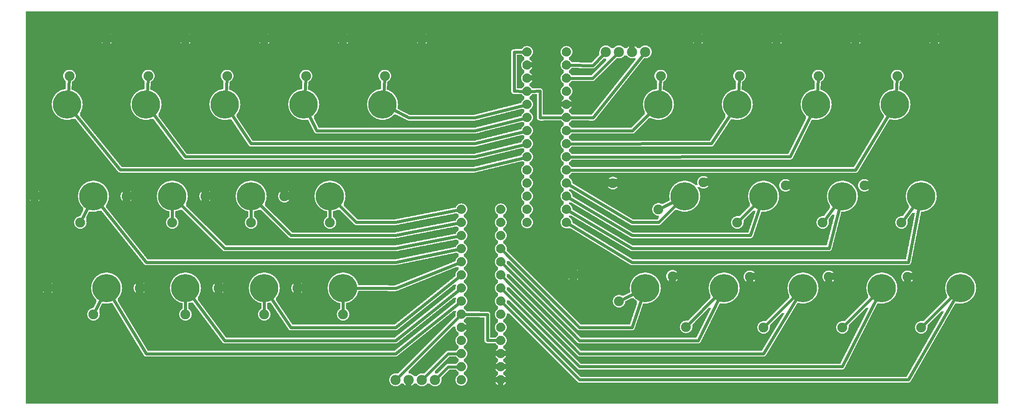
<source format=gtl>
G04 MADE WITH FRITZING*
G04 WWW.FRITZING.ORG*
G04 DOUBLE SIDED*
G04 HOLES PLATED*
G04 CONTOUR ON CENTER OF CONTOUR VECTOR*
%ASAXBY*%
%FSLAX23Y23*%
%MOIN*%
%OFA0B0*%
%SFA1.0B1.0*%
%ADD10C,0.075000*%
%ADD11C,0.078000*%
%ADD12C,0.070000*%
%ADD13C,0.215000*%
%ADD14C,0.024000*%
%ADD15R,0.001000X0.001000*%
%LNCOPPER1*%
G90*
G70*
G54D10*
X4573Y2618D03*
X3259Y523D03*
X124Y2960D03*
X6750Y1008D03*
X6854Y621D03*
X6150Y1008D03*
X6254Y621D03*
X5550Y1008D03*
X5654Y621D03*
X4961Y1011D03*
X5064Y625D03*
X4207Y1021D03*
X4554Y821D03*
X6421Y1704D03*
X6704Y1421D03*
X5821Y1704D03*
X6104Y1421D03*
X5197Y1728D03*
X5454Y1421D03*
X4507Y1721D03*
X4854Y1521D03*
X2107Y921D03*
X2454Y721D03*
X1507Y921D03*
X1854Y721D03*
X907Y921D03*
X1254Y721D03*
X207Y921D03*
X554Y721D03*
X2007Y1621D03*
X2354Y1421D03*
X1407Y1621D03*
X1754Y1421D03*
X807Y1621D03*
X1154Y1421D03*
X107Y1621D03*
X454Y1421D03*
X6671Y2538D03*
X6954Y2821D03*
X6071Y2538D03*
X6354Y2821D03*
X5471Y2538D03*
X5754Y2821D03*
X4871Y2538D03*
X5154Y2821D03*
X371Y2538D03*
X654Y2821D03*
X971Y2538D03*
X1254Y2821D03*
X1571Y2538D03*
X1854Y2821D03*
X2171Y2538D03*
X2454Y2821D03*
X2771Y2538D03*
X3054Y2821D03*
G54D11*
X4454Y2721D03*
X4554Y2721D03*
X4654Y2721D03*
X4754Y2721D03*
X2854Y221D03*
X2954Y221D03*
X3054Y221D03*
X3154Y221D03*
G54D12*
X4154Y1421D03*
X3854Y2621D03*
X4154Y1521D03*
X3854Y2721D03*
X4154Y1621D03*
X4154Y1721D03*
X4154Y1821D03*
X4154Y1921D03*
X4154Y2721D03*
X4154Y2621D03*
X4154Y2521D03*
X4154Y2421D03*
X4154Y2021D03*
X4154Y2221D03*
X4154Y2121D03*
X4154Y2321D03*
X3854Y2221D03*
X3854Y2321D03*
X3854Y2421D03*
X3854Y2521D03*
X3854Y2021D03*
X3854Y2121D03*
X3854Y1621D03*
X3854Y1721D03*
X3854Y1821D03*
X3854Y1921D03*
X3854Y1421D03*
X3854Y1521D03*
G54D13*
X5954Y921D03*
X5954Y921D03*
X654Y921D03*
X654Y921D03*
X1854Y921D03*
X1854Y921D03*
X4754Y921D03*
X4754Y921D03*
X6554Y921D03*
X6554Y921D03*
X2454Y921D03*
X2454Y921D03*
X1254Y921D03*
X1254Y921D03*
X7154Y921D03*
X7154Y921D03*
X5354Y921D03*
X5354Y921D03*
X6254Y1621D03*
X6254Y1621D03*
X554Y1621D03*
X554Y1621D03*
X1754Y1621D03*
X1754Y1621D03*
X5054Y1621D03*
X5054Y1621D03*
X6854Y1621D03*
X6854Y1621D03*
X2354Y1621D03*
X2354Y1621D03*
X1154Y1621D03*
X1154Y1621D03*
X5654Y1621D03*
X5654Y1621D03*
X6654Y2321D03*
X6654Y2321D03*
X6054Y2321D03*
X6054Y2321D03*
X5454Y2321D03*
X5454Y2321D03*
X4854Y2321D03*
X4854Y2321D03*
X2754Y2321D03*
X2754Y2321D03*
X2154Y2321D03*
X2154Y2321D03*
X1554Y2321D03*
X1554Y2321D03*
X954Y2321D03*
X954Y2321D03*
X354Y2321D03*
X354Y2321D03*
G54D12*
X3354Y1521D03*
X3654Y321D03*
X3354Y1421D03*
X3654Y221D03*
X3354Y1321D03*
X3354Y1221D03*
X3354Y1121D03*
X3354Y1021D03*
X3354Y221D03*
X3354Y321D03*
X3354Y421D03*
X3354Y521D03*
X3354Y921D03*
X3354Y721D03*
X3354Y821D03*
X3354Y621D03*
X3654Y721D03*
X3654Y621D03*
X3654Y521D03*
X3654Y421D03*
X3654Y921D03*
X3654Y821D03*
X3654Y1321D03*
X3654Y1221D03*
X3654Y1121D03*
X3654Y1021D03*
X3654Y1521D03*
X3654Y1421D03*
G54D14*
X2853Y620D02*
X2056Y620D01*
D02*
X2056Y620D02*
X1902Y850D01*
D02*
X2853Y521D02*
X1552Y521D01*
D02*
X2853Y421D02*
X955Y421D01*
D02*
X1552Y521D02*
X1305Y852D01*
D02*
X3333Y1005D02*
X2853Y620D01*
D02*
X3333Y905D02*
X2853Y521D01*
D02*
X955Y421D02*
X698Y847D01*
D02*
X3333Y805D02*
X2853Y421D01*
D02*
X2853Y1423D02*
X3328Y1516D01*
D02*
X2853Y1323D02*
X3328Y1416D01*
D02*
X2853Y1224D02*
X3328Y1316D01*
D02*
X2853Y1118D02*
X3328Y1216D01*
D02*
X3455Y2219D02*
X3829Y2315D01*
D02*
X2953Y2219D02*
X3455Y2219D01*
D02*
X3455Y2022D02*
X3828Y2115D01*
D02*
X3455Y1923D02*
X3828Y2015D01*
D02*
X3455Y1824D02*
X3828Y1915D01*
D02*
X1753Y2022D02*
X3455Y2022D01*
D02*
X1251Y1923D02*
X3455Y1923D01*
D02*
X757Y1824D02*
X3455Y1824D01*
D02*
X408Y2254D02*
X757Y1824D01*
D02*
X1005Y2252D02*
X1251Y1923D01*
D02*
X1601Y2249D02*
X1753Y2022D01*
D02*
X3455Y2120D02*
X3829Y2215D01*
D02*
X2254Y2120D02*
X3455Y2120D01*
D02*
X2192Y2244D02*
X2254Y2120D01*
D02*
X2831Y2282D02*
X2953Y2219D01*
D02*
X2554Y1423D02*
X2853Y1423D01*
D02*
X2415Y1561D02*
X2554Y1423D01*
D02*
X2056Y1323D02*
X2853Y1323D01*
D02*
X1815Y1561D02*
X2056Y1323D01*
D02*
X1552Y1224D02*
X2853Y1224D01*
D02*
X1215Y1560D02*
X1552Y1224D01*
D02*
X955Y1118D02*
X2853Y1118D01*
D02*
X608Y1554D02*
X955Y1118D01*
D02*
X2855Y920D02*
X2540Y921D01*
D02*
X3330Y1111D02*
X2855Y920D01*
D02*
X4253Y222D02*
X3672Y803D01*
D02*
X6755Y222D02*
X4253Y222D01*
D02*
X4857Y1423D02*
X4652Y1423D01*
D02*
X4652Y1423D02*
X4176Y1708D01*
D02*
X5554Y1323D02*
X4652Y1323D01*
D02*
X4652Y1323D02*
X4176Y1608D01*
D02*
X4652Y1224D02*
X4176Y1508D01*
D02*
X6151Y1224D02*
X4652Y1224D01*
D02*
X4656Y2120D02*
X4180Y2121D01*
D02*
X5856Y1923D02*
X4180Y1921D01*
D02*
X6354Y1821D02*
X4180Y1821D01*
D02*
X5256Y2022D02*
X4180Y2021D01*
D02*
X6232Y1538D02*
X6151Y1224D01*
D02*
X5626Y1540D02*
X5554Y1323D01*
D02*
X4993Y1560D02*
X4857Y1423D01*
D02*
X6610Y2247D02*
X6354Y1821D01*
D02*
X6016Y2244D02*
X5856Y1923D01*
D02*
X5406Y2249D02*
X5256Y2022D01*
D02*
X4793Y2260D02*
X4656Y2120D01*
D02*
X7111Y846D02*
X6755Y222D01*
D02*
X4652Y620D02*
X4253Y620D01*
D02*
X4253Y620D02*
X3672Y1203D01*
D02*
X4253Y521D02*
X3672Y1103D01*
D02*
X5156Y521D02*
X4253Y521D01*
D02*
X4253Y421D02*
X3672Y1003D01*
D02*
X5653Y421D02*
X4253Y421D01*
D02*
X4253Y322D02*
X3672Y903D01*
D02*
X6251Y322D02*
X4253Y322D01*
D02*
X4726Y840D02*
X4652Y620D01*
D02*
X5316Y844D02*
X5156Y521D01*
D02*
X5909Y847D02*
X5653Y421D01*
D02*
X6515Y844D02*
X6251Y322D01*
D02*
X4652Y1118D02*
X4176Y1408D01*
D02*
X6755Y1118D02*
X4652Y1118D01*
D02*
X6837Y1537D02*
X6755Y1118D01*
D02*
X6661Y2407D02*
X6669Y2510D01*
D02*
X6061Y2407D02*
X6069Y2510D01*
D02*
X5461Y2407D02*
X5469Y2510D01*
D02*
X4861Y2407D02*
X4869Y2510D01*
D02*
X361Y2407D02*
X369Y2510D01*
D02*
X961Y2407D02*
X969Y2510D01*
D02*
X1561Y2407D02*
X1569Y2510D01*
D02*
X2161Y2407D02*
X2169Y2510D01*
D02*
X2761Y2407D02*
X2769Y2510D01*
D02*
X1154Y1535D02*
X1154Y1450D01*
D02*
X515Y1544D02*
X467Y1447D01*
D02*
X4977Y1583D02*
X4879Y1534D01*
D02*
X567Y747D02*
X615Y844D01*
D02*
X1254Y750D02*
X1254Y835D01*
D02*
X1854Y750D02*
X1854Y835D01*
D02*
X2454Y750D02*
X2454Y835D01*
D02*
X2354Y1450D02*
X2354Y1535D01*
D02*
X1754Y1450D02*
X1754Y1535D01*
D02*
X7093Y860D02*
X6874Y641D01*
D02*
X6493Y860D02*
X6274Y641D01*
D02*
X5893Y860D02*
X5674Y641D01*
D02*
X4677Y883D02*
X4579Y834D01*
D02*
X5294Y860D02*
X5084Y645D01*
D02*
X6802Y1552D02*
X6721Y1444D01*
D02*
X6202Y1552D02*
X6121Y1444D01*
D02*
X5593Y1560D02*
X5474Y1441D01*
D02*
X3254Y621D02*
X2875Y242D01*
D02*
X3335Y703D02*
X3254Y621D01*
D02*
X3254Y321D02*
X3175Y242D01*
D02*
X3254Y421D02*
X3075Y242D01*
D02*
X3328Y321D02*
X3254Y321D01*
D02*
X3328Y421D02*
X3254Y421D01*
D02*
X4356Y2618D02*
X4180Y2621D01*
D02*
X4356Y2220D02*
X4180Y2221D01*
D02*
X4433Y2699D02*
X4356Y2618D01*
D02*
X4735Y2698D02*
X4356Y2220D01*
D02*
X3755Y2422D02*
X3755Y2720D01*
D02*
X3755Y2720D02*
X3828Y2721D01*
D02*
X3828Y2421D02*
X3755Y2422D01*
D02*
X3951Y2422D02*
X3880Y2421D01*
D02*
X3951Y2220D02*
X3951Y2422D01*
D02*
X4128Y2221D02*
X3951Y2220D01*
D02*
X3551Y523D02*
X3628Y522D01*
D02*
X3551Y719D02*
X3551Y523D01*
D02*
X3380Y721D02*
X3551Y719D01*
D02*
X4180Y2521D02*
X4353Y2521D01*
D02*
X4353Y2521D02*
X4533Y2700D01*
G36*
X3776Y2699D02*
X3776Y2445D01*
X3790Y2445D01*
X3790Y2443D01*
X3816Y2443D01*
X3816Y2447D01*
X3818Y2447D01*
X3818Y2449D01*
X3820Y2449D01*
X3820Y2451D01*
X3822Y2451D01*
X3822Y2453D01*
X3824Y2453D01*
X3824Y2455D01*
X3826Y2455D01*
X3826Y2457D01*
X3828Y2457D01*
X3828Y2459D01*
X3832Y2459D01*
X3832Y2461D01*
X3834Y2461D01*
X3834Y2481D01*
X3832Y2481D01*
X3832Y2483D01*
X3828Y2483D01*
X3828Y2485D01*
X3826Y2485D01*
X3826Y2487D01*
X3824Y2487D01*
X3824Y2489D01*
X3822Y2489D01*
X3822Y2491D01*
X3820Y2491D01*
X3820Y2493D01*
X3818Y2493D01*
X3818Y2495D01*
X3816Y2495D01*
X3816Y2499D01*
X3814Y2499D01*
X3814Y2503D01*
X3812Y2503D01*
X3812Y2509D01*
X3810Y2509D01*
X3810Y2519D01*
X3808Y2519D01*
X3808Y2525D01*
X3810Y2525D01*
X3810Y2535D01*
X3812Y2535D01*
X3812Y2539D01*
X3814Y2539D01*
X3814Y2543D01*
X3816Y2543D01*
X3816Y2547D01*
X3818Y2547D01*
X3818Y2549D01*
X3820Y2549D01*
X3820Y2551D01*
X3822Y2551D01*
X3822Y2553D01*
X3824Y2553D01*
X3824Y2555D01*
X3826Y2555D01*
X3826Y2557D01*
X3828Y2557D01*
X3828Y2559D01*
X3832Y2559D01*
X3832Y2561D01*
X3834Y2561D01*
X3834Y2581D01*
X3832Y2581D01*
X3832Y2583D01*
X3828Y2583D01*
X3828Y2585D01*
X3826Y2585D01*
X3826Y2587D01*
X3824Y2587D01*
X3824Y2589D01*
X3822Y2589D01*
X3822Y2591D01*
X3820Y2591D01*
X3820Y2593D01*
X3818Y2593D01*
X3818Y2595D01*
X3816Y2595D01*
X3816Y2599D01*
X3814Y2599D01*
X3814Y2603D01*
X3812Y2603D01*
X3812Y2609D01*
X3810Y2609D01*
X3810Y2619D01*
X3808Y2619D01*
X3808Y2625D01*
X3810Y2625D01*
X3810Y2635D01*
X3812Y2635D01*
X3812Y2639D01*
X3814Y2639D01*
X3814Y2643D01*
X3816Y2643D01*
X3816Y2647D01*
X3818Y2647D01*
X3818Y2649D01*
X3820Y2649D01*
X3820Y2651D01*
X3822Y2651D01*
X3822Y2653D01*
X3824Y2653D01*
X3824Y2655D01*
X3826Y2655D01*
X3826Y2657D01*
X3828Y2657D01*
X3828Y2659D01*
X3832Y2659D01*
X3832Y2661D01*
X3834Y2661D01*
X3834Y2681D01*
X3832Y2681D01*
X3832Y2683D01*
X3828Y2683D01*
X3828Y2685D01*
X3826Y2685D01*
X3826Y2687D01*
X3824Y2687D01*
X3824Y2689D01*
X3822Y2689D01*
X3822Y2691D01*
X3820Y2691D01*
X3820Y2693D01*
X3818Y2693D01*
X3818Y2695D01*
X3816Y2695D01*
X3816Y2699D01*
X3776Y2699D01*
G37*
D02*
G36*
X4594Y2695D02*
X4594Y2693D01*
X4592Y2693D01*
X4592Y2689D01*
X4590Y2689D01*
X4590Y2687D01*
X4588Y2687D01*
X4588Y2685D01*
X4586Y2685D01*
X4586Y2683D01*
X4582Y2683D01*
X4582Y2681D01*
X4580Y2681D01*
X4580Y2679D01*
X4576Y2679D01*
X4576Y2677D01*
X4572Y2677D01*
X4572Y2675D01*
X4566Y2675D01*
X4566Y2673D01*
X4536Y2673D01*
X4536Y2671D01*
X4534Y2671D01*
X4534Y2669D01*
X4532Y2669D01*
X4532Y2667D01*
X4530Y2667D01*
X4530Y2665D01*
X4528Y2665D01*
X4528Y2663D01*
X4526Y2663D01*
X4526Y2661D01*
X4524Y2661D01*
X4524Y2659D01*
X4522Y2659D01*
X4522Y2657D01*
X4520Y2657D01*
X4520Y2655D01*
X4518Y2655D01*
X4518Y2653D01*
X4516Y2653D01*
X4516Y2651D01*
X4514Y2651D01*
X4514Y2649D01*
X4512Y2649D01*
X4512Y2647D01*
X4510Y2647D01*
X4510Y2645D01*
X4508Y2645D01*
X4508Y2643D01*
X4506Y2643D01*
X4506Y2641D01*
X4504Y2641D01*
X4504Y2639D01*
X4502Y2639D01*
X4502Y2637D01*
X4500Y2637D01*
X4500Y2635D01*
X4498Y2635D01*
X4498Y2633D01*
X4496Y2633D01*
X4496Y2631D01*
X4494Y2631D01*
X4494Y2629D01*
X4492Y2629D01*
X4492Y2627D01*
X4490Y2627D01*
X4490Y2625D01*
X4488Y2625D01*
X4488Y2623D01*
X4486Y2623D01*
X4486Y2621D01*
X4484Y2621D01*
X4484Y2619D01*
X4482Y2619D01*
X4482Y2617D01*
X4480Y2617D01*
X4480Y2615D01*
X4478Y2615D01*
X4478Y2613D01*
X4476Y2613D01*
X4476Y2611D01*
X4474Y2611D01*
X4474Y2609D01*
X4472Y2609D01*
X4472Y2607D01*
X4470Y2607D01*
X4470Y2605D01*
X4468Y2605D01*
X4468Y2603D01*
X4466Y2603D01*
X4466Y2601D01*
X4464Y2601D01*
X4464Y2599D01*
X4462Y2599D01*
X4462Y2597D01*
X4460Y2597D01*
X4460Y2595D01*
X4458Y2595D01*
X4458Y2593D01*
X4456Y2593D01*
X4456Y2591D01*
X4454Y2591D01*
X4454Y2589D01*
X4452Y2589D01*
X4452Y2587D01*
X4450Y2587D01*
X4450Y2585D01*
X4448Y2585D01*
X4448Y2583D01*
X4446Y2583D01*
X4446Y2581D01*
X4444Y2581D01*
X4444Y2579D01*
X4442Y2579D01*
X4442Y2577D01*
X4440Y2577D01*
X4440Y2575D01*
X4438Y2575D01*
X4438Y2573D01*
X4436Y2573D01*
X4436Y2571D01*
X4434Y2571D01*
X4434Y2569D01*
X4432Y2569D01*
X4432Y2567D01*
X4430Y2567D01*
X4430Y2565D01*
X4428Y2565D01*
X4428Y2563D01*
X4426Y2563D01*
X4426Y2561D01*
X4424Y2561D01*
X4424Y2559D01*
X4422Y2559D01*
X4422Y2557D01*
X4420Y2557D01*
X4420Y2555D01*
X4418Y2555D01*
X4418Y2553D01*
X4416Y2553D01*
X4416Y2551D01*
X4414Y2551D01*
X4414Y2549D01*
X4412Y2549D01*
X4412Y2547D01*
X4410Y2547D01*
X4410Y2545D01*
X4408Y2545D01*
X4408Y2543D01*
X4404Y2543D01*
X4404Y2541D01*
X4402Y2541D01*
X4402Y2539D01*
X4400Y2539D01*
X4400Y2537D01*
X4398Y2537D01*
X4398Y2535D01*
X4396Y2535D01*
X4396Y2533D01*
X4394Y2533D01*
X4394Y2531D01*
X4392Y2531D01*
X4392Y2529D01*
X4390Y2529D01*
X4390Y2527D01*
X4388Y2527D01*
X4388Y2525D01*
X4386Y2525D01*
X4386Y2523D01*
X4384Y2523D01*
X4384Y2521D01*
X4382Y2521D01*
X4382Y2519D01*
X4380Y2519D01*
X4380Y2517D01*
X4378Y2517D01*
X4378Y2515D01*
X4376Y2515D01*
X4376Y2513D01*
X4374Y2513D01*
X4374Y2511D01*
X4372Y2511D01*
X4372Y2509D01*
X4370Y2509D01*
X4370Y2507D01*
X4368Y2507D01*
X4368Y2505D01*
X4366Y2505D01*
X4366Y2503D01*
X4364Y2503D01*
X4364Y2501D01*
X4358Y2501D01*
X4358Y2499D01*
X4192Y2499D01*
X4192Y2497D01*
X4190Y2497D01*
X4190Y2493D01*
X4188Y2493D01*
X4188Y2491D01*
X4186Y2491D01*
X4186Y2489D01*
X4184Y2489D01*
X4184Y2487D01*
X4182Y2487D01*
X4182Y2485D01*
X4178Y2485D01*
X4178Y2483D01*
X4176Y2483D01*
X4176Y2481D01*
X4172Y2481D01*
X4172Y2461D01*
X4176Y2461D01*
X4176Y2459D01*
X4180Y2459D01*
X4180Y2457D01*
X4182Y2457D01*
X4182Y2455D01*
X4184Y2455D01*
X4184Y2453D01*
X4186Y2453D01*
X4186Y2451D01*
X4188Y2451D01*
X4188Y2449D01*
X4190Y2449D01*
X4190Y2447D01*
X4192Y2447D01*
X4192Y2443D01*
X4194Y2443D01*
X4194Y2439D01*
X4196Y2439D01*
X4196Y2433D01*
X4198Y2433D01*
X4198Y2409D01*
X4196Y2409D01*
X4196Y2403D01*
X4194Y2403D01*
X4194Y2399D01*
X4192Y2399D01*
X4192Y2397D01*
X4190Y2397D01*
X4190Y2393D01*
X4188Y2393D01*
X4188Y2391D01*
X4186Y2391D01*
X4186Y2389D01*
X4184Y2389D01*
X4184Y2387D01*
X4182Y2387D01*
X4182Y2385D01*
X4178Y2385D01*
X4178Y2383D01*
X4176Y2383D01*
X4176Y2381D01*
X4172Y2381D01*
X4172Y2361D01*
X4176Y2361D01*
X4176Y2359D01*
X4180Y2359D01*
X4180Y2357D01*
X4182Y2357D01*
X4182Y2355D01*
X4184Y2355D01*
X4184Y2353D01*
X4186Y2353D01*
X4186Y2351D01*
X4188Y2351D01*
X4188Y2349D01*
X4190Y2349D01*
X4190Y2347D01*
X4192Y2347D01*
X4192Y2343D01*
X4194Y2343D01*
X4194Y2339D01*
X4196Y2339D01*
X4196Y2333D01*
X4198Y2333D01*
X4198Y2309D01*
X4196Y2309D01*
X4196Y2303D01*
X4194Y2303D01*
X4194Y2299D01*
X4192Y2299D01*
X4192Y2297D01*
X4190Y2297D01*
X4190Y2293D01*
X4188Y2293D01*
X4188Y2291D01*
X4186Y2291D01*
X4186Y2289D01*
X4184Y2289D01*
X4184Y2287D01*
X4182Y2287D01*
X4182Y2285D01*
X4178Y2285D01*
X4178Y2283D01*
X4176Y2283D01*
X4176Y2281D01*
X4172Y2281D01*
X4172Y2261D01*
X4176Y2261D01*
X4176Y2259D01*
X4180Y2259D01*
X4180Y2257D01*
X4182Y2257D01*
X4182Y2255D01*
X4184Y2255D01*
X4184Y2253D01*
X4186Y2253D01*
X4186Y2251D01*
X4188Y2251D01*
X4188Y2249D01*
X4190Y2249D01*
X4190Y2247D01*
X4192Y2247D01*
X4192Y2243D01*
X4348Y2243D01*
X4348Y2247D01*
X4350Y2247D01*
X4350Y2249D01*
X4352Y2249D01*
X4352Y2251D01*
X4354Y2251D01*
X4354Y2253D01*
X4356Y2253D01*
X4356Y2257D01*
X4358Y2257D01*
X4358Y2259D01*
X4360Y2259D01*
X4360Y2261D01*
X4362Y2261D01*
X4362Y2265D01*
X4364Y2265D01*
X4364Y2267D01*
X4366Y2267D01*
X4366Y2269D01*
X4368Y2269D01*
X4368Y2271D01*
X4370Y2271D01*
X4370Y2275D01*
X4372Y2275D01*
X4372Y2277D01*
X4374Y2277D01*
X4374Y2279D01*
X4376Y2279D01*
X4376Y2281D01*
X4378Y2281D01*
X4378Y2285D01*
X4380Y2285D01*
X4380Y2287D01*
X4382Y2287D01*
X4382Y2289D01*
X4384Y2289D01*
X4384Y2291D01*
X4386Y2291D01*
X4386Y2295D01*
X4388Y2295D01*
X4388Y2297D01*
X4390Y2297D01*
X4390Y2299D01*
X4392Y2299D01*
X4392Y2301D01*
X4394Y2301D01*
X4394Y2305D01*
X4396Y2305D01*
X4396Y2307D01*
X4398Y2307D01*
X4398Y2309D01*
X4400Y2309D01*
X4400Y2311D01*
X4402Y2311D01*
X4402Y2315D01*
X4404Y2315D01*
X4404Y2317D01*
X4406Y2317D01*
X4406Y2319D01*
X4408Y2319D01*
X4408Y2321D01*
X4410Y2321D01*
X4410Y2325D01*
X4412Y2325D01*
X4412Y2327D01*
X4414Y2327D01*
X4414Y2329D01*
X4416Y2329D01*
X4416Y2333D01*
X4418Y2333D01*
X4418Y2335D01*
X4420Y2335D01*
X4420Y2337D01*
X4422Y2337D01*
X4422Y2339D01*
X4424Y2339D01*
X4424Y2343D01*
X4426Y2343D01*
X4426Y2345D01*
X4428Y2345D01*
X4428Y2347D01*
X4430Y2347D01*
X4430Y2349D01*
X4432Y2349D01*
X4432Y2353D01*
X4434Y2353D01*
X4434Y2355D01*
X4436Y2355D01*
X4436Y2357D01*
X4438Y2357D01*
X4438Y2359D01*
X4440Y2359D01*
X4440Y2363D01*
X4442Y2363D01*
X4442Y2365D01*
X4444Y2365D01*
X4444Y2367D01*
X4446Y2367D01*
X4446Y2369D01*
X4448Y2369D01*
X4448Y2373D01*
X4450Y2373D01*
X4450Y2375D01*
X4452Y2375D01*
X4452Y2377D01*
X4454Y2377D01*
X4454Y2379D01*
X4456Y2379D01*
X4456Y2383D01*
X4458Y2383D01*
X4458Y2385D01*
X4460Y2385D01*
X4460Y2387D01*
X4462Y2387D01*
X4462Y2391D01*
X4464Y2391D01*
X4464Y2393D01*
X4466Y2393D01*
X4466Y2395D01*
X4468Y2395D01*
X4468Y2397D01*
X4470Y2397D01*
X4470Y2401D01*
X4472Y2401D01*
X4472Y2403D01*
X4474Y2403D01*
X4474Y2405D01*
X4476Y2405D01*
X4476Y2407D01*
X4478Y2407D01*
X4478Y2411D01*
X4480Y2411D01*
X4480Y2413D01*
X4482Y2413D01*
X4482Y2415D01*
X4484Y2415D01*
X4484Y2417D01*
X4486Y2417D01*
X4486Y2421D01*
X4488Y2421D01*
X4488Y2423D01*
X4490Y2423D01*
X4490Y2425D01*
X4492Y2425D01*
X4492Y2427D01*
X4494Y2427D01*
X4494Y2431D01*
X4496Y2431D01*
X4496Y2433D01*
X4498Y2433D01*
X4498Y2435D01*
X4500Y2435D01*
X4500Y2437D01*
X4502Y2437D01*
X4502Y2441D01*
X4504Y2441D01*
X4504Y2443D01*
X4506Y2443D01*
X4506Y2445D01*
X4508Y2445D01*
X4508Y2449D01*
X4510Y2449D01*
X4510Y2451D01*
X4512Y2451D01*
X4512Y2453D01*
X4514Y2453D01*
X4514Y2455D01*
X4516Y2455D01*
X4516Y2459D01*
X4518Y2459D01*
X4518Y2461D01*
X4520Y2461D01*
X4520Y2463D01*
X4522Y2463D01*
X4522Y2465D01*
X4524Y2465D01*
X4524Y2469D01*
X4526Y2469D01*
X4526Y2471D01*
X4528Y2471D01*
X4528Y2473D01*
X4530Y2473D01*
X4530Y2475D01*
X4532Y2475D01*
X4532Y2479D01*
X4534Y2479D01*
X4534Y2481D01*
X4536Y2481D01*
X4536Y2483D01*
X4538Y2483D01*
X4538Y2485D01*
X4540Y2485D01*
X4540Y2489D01*
X4542Y2489D01*
X4542Y2491D01*
X4544Y2491D01*
X4544Y2493D01*
X4546Y2493D01*
X4546Y2495D01*
X4548Y2495D01*
X4548Y2499D01*
X4550Y2499D01*
X4550Y2501D01*
X4552Y2501D01*
X4552Y2503D01*
X4554Y2503D01*
X4554Y2507D01*
X4556Y2507D01*
X4556Y2509D01*
X4558Y2509D01*
X4558Y2511D01*
X4560Y2511D01*
X4560Y2513D01*
X4562Y2513D01*
X4562Y2517D01*
X4564Y2517D01*
X4564Y2519D01*
X4566Y2519D01*
X4566Y2521D01*
X4568Y2521D01*
X4568Y2523D01*
X4570Y2523D01*
X4570Y2527D01*
X4572Y2527D01*
X4572Y2529D01*
X4574Y2529D01*
X4574Y2531D01*
X4576Y2531D01*
X4576Y2533D01*
X4578Y2533D01*
X4578Y2537D01*
X4580Y2537D01*
X4580Y2539D01*
X4582Y2539D01*
X4582Y2541D01*
X4584Y2541D01*
X4584Y2543D01*
X4586Y2543D01*
X4586Y2547D01*
X4588Y2547D01*
X4588Y2549D01*
X4590Y2549D01*
X4590Y2551D01*
X4592Y2551D01*
X4592Y2553D01*
X4594Y2553D01*
X4594Y2557D01*
X4596Y2557D01*
X4596Y2559D01*
X4598Y2559D01*
X4598Y2561D01*
X4600Y2561D01*
X4600Y2565D01*
X4602Y2565D01*
X4602Y2567D01*
X4604Y2567D01*
X4604Y2569D01*
X4606Y2569D01*
X4606Y2571D01*
X4608Y2571D01*
X4608Y2575D01*
X4610Y2575D01*
X4610Y2577D01*
X4612Y2577D01*
X4612Y2579D01*
X4614Y2579D01*
X4614Y2581D01*
X4616Y2581D01*
X4616Y2585D01*
X4618Y2585D01*
X4618Y2587D01*
X4620Y2587D01*
X4620Y2589D01*
X4622Y2589D01*
X4622Y2591D01*
X4624Y2591D01*
X4624Y2595D01*
X4626Y2595D01*
X4626Y2597D01*
X4628Y2597D01*
X4628Y2599D01*
X4630Y2599D01*
X4630Y2601D01*
X4632Y2601D01*
X4632Y2605D01*
X4634Y2605D01*
X4634Y2607D01*
X4636Y2607D01*
X4636Y2609D01*
X4638Y2609D01*
X4638Y2611D01*
X4640Y2611D01*
X4640Y2615D01*
X4642Y2615D01*
X4642Y2617D01*
X4644Y2617D01*
X4644Y2619D01*
X4646Y2619D01*
X4646Y2623D01*
X4648Y2623D01*
X4648Y2625D01*
X4650Y2625D01*
X4650Y2627D01*
X4652Y2627D01*
X4652Y2629D01*
X4654Y2629D01*
X4654Y2633D01*
X4656Y2633D01*
X4656Y2635D01*
X4658Y2635D01*
X4658Y2637D01*
X4660Y2637D01*
X4660Y2639D01*
X4662Y2639D01*
X4662Y2643D01*
X4664Y2643D01*
X4664Y2645D01*
X4666Y2645D01*
X4666Y2647D01*
X4668Y2647D01*
X4668Y2649D01*
X4670Y2649D01*
X4670Y2653D01*
X4672Y2653D01*
X4672Y2655D01*
X4674Y2655D01*
X4674Y2657D01*
X4676Y2657D01*
X4676Y2659D01*
X4678Y2659D01*
X4678Y2673D01*
X4642Y2673D01*
X4642Y2675D01*
X4636Y2675D01*
X4636Y2677D01*
X4632Y2677D01*
X4632Y2679D01*
X4628Y2679D01*
X4628Y2681D01*
X4624Y2681D01*
X4624Y2683D01*
X4622Y2683D01*
X4622Y2685D01*
X4620Y2685D01*
X4620Y2687D01*
X4618Y2687D01*
X4618Y2689D01*
X4616Y2689D01*
X4616Y2691D01*
X4614Y2691D01*
X4614Y2695D01*
X4594Y2695D01*
G37*
D02*
G36*
X4436Y2671D02*
X4436Y2669D01*
X4434Y2669D01*
X4434Y2667D01*
X4432Y2667D01*
X4432Y2665D01*
X4430Y2665D01*
X4430Y2663D01*
X4428Y2663D01*
X4428Y2661D01*
X4426Y2661D01*
X4426Y2659D01*
X4424Y2659D01*
X4424Y2657D01*
X4422Y2657D01*
X4422Y2655D01*
X4420Y2655D01*
X4420Y2653D01*
X4418Y2653D01*
X4418Y2651D01*
X4416Y2651D01*
X4416Y2649D01*
X4414Y2649D01*
X4414Y2647D01*
X4412Y2647D01*
X4412Y2645D01*
X4410Y2645D01*
X4410Y2643D01*
X4408Y2643D01*
X4408Y2641D01*
X4406Y2641D01*
X4406Y2639D01*
X4404Y2639D01*
X4404Y2637D01*
X4402Y2637D01*
X4402Y2633D01*
X4400Y2633D01*
X4400Y2631D01*
X4398Y2631D01*
X4398Y2629D01*
X4396Y2629D01*
X4396Y2627D01*
X4394Y2627D01*
X4394Y2625D01*
X4392Y2625D01*
X4392Y2623D01*
X4390Y2623D01*
X4390Y2621D01*
X4388Y2621D01*
X4388Y2619D01*
X4386Y2619D01*
X4386Y2617D01*
X4384Y2617D01*
X4384Y2615D01*
X4382Y2615D01*
X4382Y2613D01*
X4380Y2613D01*
X4380Y2611D01*
X4378Y2611D01*
X4378Y2609D01*
X4376Y2609D01*
X4376Y2607D01*
X4374Y2607D01*
X4374Y2605D01*
X4372Y2605D01*
X4372Y2603D01*
X4370Y2603D01*
X4370Y2601D01*
X4368Y2601D01*
X4368Y2599D01*
X4364Y2599D01*
X4364Y2597D01*
X4398Y2597D01*
X4398Y2599D01*
X4400Y2599D01*
X4400Y2601D01*
X4402Y2601D01*
X4402Y2603D01*
X4404Y2603D01*
X4404Y2605D01*
X4406Y2605D01*
X4406Y2607D01*
X4408Y2607D01*
X4408Y2609D01*
X4410Y2609D01*
X4410Y2611D01*
X4412Y2611D01*
X4412Y2613D01*
X4414Y2613D01*
X4414Y2615D01*
X4416Y2615D01*
X4416Y2617D01*
X4418Y2617D01*
X4418Y2619D01*
X4420Y2619D01*
X4420Y2621D01*
X4422Y2621D01*
X4422Y2623D01*
X4424Y2623D01*
X4424Y2625D01*
X4426Y2625D01*
X4426Y2627D01*
X4428Y2627D01*
X4428Y2629D01*
X4430Y2629D01*
X4430Y2631D01*
X4432Y2631D01*
X4432Y2633D01*
X4434Y2633D01*
X4434Y2635D01*
X4438Y2635D01*
X4438Y2637D01*
X4440Y2637D01*
X4440Y2639D01*
X4442Y2639D01*
X4442Y2641D01*
X4444Y2641D01*
X4444Y2643D01*
X4446Y2643D01*
X4446Y2645D01*
X4448Y2645D01*
X4448Y2647D01*
X4450Y2647D01*
X4450Y2649D01*
X4452Y2649D01*
X4452Y2651D01*
X4454Y2651D01*
X4454Y2653D01*
X4456Y2653D01*
X4456Y2671D01*
X4436Y2671D01*
G37*
D02*
G36*
X4192Y2599D02*
X4192Y2597D01*
X4250Y2597D01*
X4250Y2599D01*
X4192Y2599D01*
G37*
D02*
G36*
X4190Y2597D02*
X4190Y2595D01*
X4396Y2595D01*
X4396Y2597D01*
X4190Y2597D01*
G37*
D02*
G36*
X4190Y2597D02*
X4190Y2595D01*
X4396Y2595D01*
X4396Y2597D01*
X4190Y2597D01*
G37*
D02*
G36*
X4190Y2595D02*
X4190Y2593D01*
X4188Y2593D01*
X4188Y2591D01*
X4186Y2591D01*
X4186Y2589D01*
X4184Y2589D01*
X4184Y2587D01*
X4182Y2587D01*
X4182Y2585D01*
X4178Y2585D01*
X4178Y2583D01*
X4176Y2583D01*
X4176Y2581D01*
X4172Y2581D01*
X4172Y2561D01*
X4176Y2561D01*
X4176Y2559D01*
X4180Y2559D01*
X4180Y2557D01*
X4182Y2557D01*
X4182Y2555D01*
X4184Y2555D01*
X4184Y2553D01*
X4186Y2553D01*
X4186Y2551D01*
X4188Y2551D01*
X4188Y2549D01*
X4190Y2549D01*
X4190Y2547D01*
X4192Y2547D01*
X4192Y2543D01*
X4344Y2543D01*
X4344Y2545D01*
X4346Y2545D01*
X4346Y2547D01*
X4348Y2547D01*
X4348Y2549D01*
X4350Y2549D01*
X4350Y2551D01*
X4352Y2551D01*
X4352Y2553D01*
X4354Y2553D01*
X4354Y2555D01*
X4356Y2555D01*
X4356Y2557D01*
X4358Y2557D01*
X4358Y2559D01*
X4360Y2559D01*
X4360Y2561D01*
X4362Y2561D01*
X4362Y2563D01*
X4364Y2563D01*
X4364Y2565D01*
X4366Y2565D01*
X4366Y2567D01*
X4368Y2567D01*
X4368Y2569D01*
X4370Y2569D01*
X4370Y2571D01*
X4372Y2571D01*
X4372Y2573D01*
X4374Y2573D01*
X4374Y2575D01*
X4376Y2575D01*
X4376Y2577D01*
X4378Y2577D01*
X4378Y2579D01*
X4380Y2579D01*
X4380Y2581D01*
X4382Y2581D01*
X4382Y2583D01*
X4384Y2583D01*
X4384Y2585D01*
X4386Y2585D01*
X4386Y2587D01*
X4388Y2587D01*
X4388Y2589D01*
X4390Y2589D01*
X4390Y2591D01*
X4392Y2591D01*
X4392Y2593D01*
X4394Y2593D01*
X4394Y2595D01*
X4190Y2595D01*
G37*
D02*
G36*
X3290Y627D02*
X3290Y625D01*
X3288Y625D01*
X3288Y623D01*
X3286Y623D01*
X3286Y621D01*
X3284Y621D01*
X3284Y619D01*
X3282Y619D01*
X3282Y617D01*
X3280Y617D01*
X3280Y615D01*
X3278Y615D01*
X3278Y613D01*
X3276Y613D01*
X3276Y611D01*
X3274Y611D01*
X3274Y609D01*
X3272Y609D01*
X3272Y607D01*
X3270Y607D01*
X3270Y605D01*
X3268Y605D01*
X3268Y603D01*
X3266Y603D01*
X3266Y601D01*
X3264Y601D01*
X3264Y599D01*
X3262Y599D01*
X3262Y597D01*
X3260Y597D01*
X3260Y595D01*
X3258Y595D01*
X3258Y593D01*
X3256Y593D01*
X3256Y591D01*
X3254Y591D01*
X3254Y589D01*
X3252Y589D01*
X3252Y587D01*
X3250Y587D01*
X3250Y585D01*
X3248Y585D01*
X3248Y583D01*
X3246Y583D01*
X3246Y581D01*
X3244Y581D01*
X3244Y579D01*
X3242Y579D01*
X3242Y577D01*
X3240Y577D01*
X3240Y575D01*
X3238Y575D01*
X3238Y573D01*
X3236Y573D01*
X3236Y571D01*
X3234Y571D01*
X3234Y569D01*
X3232Y569D01*
X3232Y567D01*
X3230Y567D01*
X3230Y565D01*
X3228Y565D01*
X3228Y563D01*
X3226Y563D01*
X3226Y561D01*
X3224Y561D01*
X3224Y559D01*
X3222Y559D01*
X3222Y557D01*
X3220Y557D01*
X3220Y555D01*
X3218Y555D01*
X3218Y553D01*
X3216Y553D01*
X3216Y551D01*
X3214Y551D01*
X3214Y549D01*
X3212Y549D01*
X3212Y547D01*
X3210Y547D01*
X3210Y545D01*
X3208Y545D01*
X3208Y543D01*
X3206Y543D01*
X3206Y541D01*
X3204Y541D01*
X3204Y539D01*
X3202Y539D01*
X3202Y537D01*
X3200Y537D01*
X3200Y535D01*
X3198Y535D01*
X3198Y533D01*
X3196Y533D01*
X3196Y531D01*
X3194Y531D01*
X3194Y529D01*
X3192Y529D01*
X3192Y527D01*
X3190Y527D01*
X3190Y525D01*
X3188Y525D01*
X3188Y523D01*
X3186Y523D01*
X3186Y521D01*
X3184Y521D01*
X3184Y519D01*
X3182Y519D01*
X3182Y517D01*
X3180Y517D01*
X3180Y515D01*
X3178Y515D01*
X3178Y513D01*
X3176Y513D01*
X3176Y511D01*
X3174Y511D01*
X3174Y509D01*
X3172Y509D01*
X3172Y507D01*
X3170Y507D01*
X3170Y505D01*
X3168Y505D01*
X3168Y503D01*
X3166Y503D01*
X3166Y501D01*
X3164Y501D01*
X3164Y499D01*
X3162Y499D01*
X3162Y497D01*
X3160Y497D01*
X3160Y495D01*
X3158Y495D01*
X3158Y493D01*
X3156Y493D01*
X3156Y491D01*
X3154Y491D01*
X3154Y489D01*
X3152Y489D01*
X3152Y487D01*
X3150Y487D01*
X3150Y485D01*
X3148Y485D01*
X3148Y483D01*
X3146Y483D01*
X3146Y481D01*
X3144Y481D01*
X3144Y479D01*
X3142Y479D01*
X3142Y477D01*
X3140Y477D01*
X3140Y475D01*
X3138Y475D01*
X3138Y473D01*
X3136Y473D01*
X3136Y471D01*
X3134Y471D01*
X3134Y469D01*
X3132Y469D01*
X3132Y467D01*
X3130Y467D01*
X3130Y465D01*
X3128Y465D01*
X3128Y463D01*
X3126Y463D01*
X3126Y461D01*
X3124Y461D01*
X3124Y459D01*
X3122Y459D01*
X3122Y457D01*
X3120Y457D01*
X3120Y455D01*
X3118Y455D01*
X3118Y453D01*
X3116Y453D01*
X3116Y451D01*
X3114Y451D01*
X3114Y449D01*
X3112Y449D01*
X3112Y447D01*
X3110Y447D01*
X3110Y445D01*
X3108Y445D01*
X3108Y443D01*
X3106Y443D01*
X3106Y441D01*
X3104Y441D01*
X3104Y439D01*
X3102Y439D01*
X3102Y437D01*
X3100Y437D01*
X3100Y435D01*
X3098Y435D01*
X3098Y433D01*
X3096Y433D01*
X3096Y431D01*
X3094Y431D01*
X3094Y429D01*
X3092Y429D01*
X3092Y427D01*
X3090Y427D01*
X3090Y425D01*
X3088Y425D01*
X3088Y423D01*
X3086Y423D01*
X3086Y421D01*
X3084Y421D01*
X3084Y419D01*
X3082Y419D01*
X3082Y417D01*
X3080Y417D01*
X3080Y415D01*
X3078Y415D01*
X3078Y413D01*
X3076Y413D01*
X3076Y411D01*
X3074Y411D01*
X3074Y409D01*
X3072Y409D01*
X3072Y407D01*
X3070Y407D01*
X3070Y405D01*
X3068Y405D01*
X3068Y403D01*
X3066Y403D01*
X3066Y401D01*
X3064Y401D01*
X3064Y399D01*
X3062Y399D01*
X3062Y397D01*
X3060Y397D01*
X3060Y395D01*
X3058Y395D01*
X3058Y393D01*
X3056Y393D01*
X3056Y391D01*
X3054Y391D01*
X3054Y389D01*
X3052Y389D01*
X3052Y387D01*
X3050Y387D01*
X3050Y385D01*
X3048Y385D01*
X3048Y383D01*
X3046Y383D01*
X3046Y381D01*
X3044Y381D01*
X3044Y379D01*
X3042Y379D01*
X3042Y377D01*
X3040Y377D01*
X3040Y375D01*
X3038Y375D01*
X3038Y373D01*
X3036Y373D01*
X3036Y371D01*
X3034Y371D01*
X3034Y369D01*
X3032Y369D01*
X3032Y367D01*
X3030Y367D01*
X3030Y365D01*
X3028Y365D01*
X3028Y363D01*
X3026Y363D01*
X3026Y361D01*
X3024Y361D01*
X3024Y359D01*
X3022Y359D01*
X3022Y357D01*
X3020Y357D01*
X3020Y355D01*
X3018Y355D01*
X3018Y353D01*
X3016Y353D01*
X3016Y351D01*
X3014Y351D01*
X3014Y349D01*
X3012Y349D01*
X3012Y347D01*
X3010Y347D01*
X3010Y345D01*
X3008Y345D01*
X3008Y343D01*
X3006Y343D01*
X3006Y341D01*
X3004Y341D01*
X3004Y339D01*
X3002Y339D01*
X3002Y337D01*
X3000Y337D01*
X3000Y335D01*
X2998Y335D01*
X2998Y333D01*
X2996Y333D01*
X2996Y331D01*
X2994Y331D01*
X2994Y329D01*
X2992Y329D01*
X2992Y327D01*
X2990Y327D01*
X2990Y325D01*
X2988Y325D01*
X2988Y323D01*
X2986Y323D01*
X2986Y321D01*
X2984Y321D01*
X2984Y319D01*
X2982Y319D01*
X2982Y317D01*
X2980Y317D01*
X2980Y315D01*
X2978Y315D01*
X2978Y313D01*
X2976Y313D01*
X2976Y311D01*
X2974Y311D01*
X2974Y309D01*
X2972Y309D01*
X2972Y307D01*
X2970Y307D01*
X2970Y305D01*
X2968Y305D01*
X2968Y303D01*
X2966Y303D01*
X2966Y301D01*
X2964Y301D01*
X2964Y299D01*
X2962Y299D01*
X2962Y297D01*
X2960Y297D01*
X2960Y295D01*
X2958Y295D01*
X2958Y293D01*
X2956Y293D01*
X2956Y291D01*
X2954Y291D01*
X2954Y271D01*
X2958Y271D01*
X2958Y269D01*
X2968Y269D01*
X2968Y267D01*
X2974Y267D01*
X2974Y265D01*
X2978Y265D01*
X2978Y263D01*
X2980Y263D01*
X2980Y261D01*
X2984Y261D01*
X2984Y259D01*
X2986Y259D01*
X2986Y257D01*
X2988Y257D01*
X2988Y255D01*
X2990Y255D01*
X2990Y253D01*
X2992Y253D01*
X2992Y251D01*
X2994Y251D01*
X2994Y249D01*
X3014Y249D01*
X3014Y251D01*
X3016Y251D01*
X3016Y253D01*
X3018Y253D01*
X3018Y255D01*
X3020Y255D01*
X3020Y257D01*
X3022Y257D01*
X3022Y259D01*
X3024Y259D01*
X3024Y261D01*
X3026Y261D01*
X3026Y263D01*
X3030Y263D01*
X3030Y265D01*
X3034Y265D01*
X3034Y267D01*
X3040Y267D01*
X3040Y269D01*
X3050Y269D01*
X3050Y271D01*
X3074Y271D01*
X3074Y273D01*
X3076Y273D01*
X3076Y275D01*
X3078Y275D01*
X3078Y277D01*
X3080Y277D01*
X3080Y279D01*
X3082Y279D01*
X3082Y281D01*
X3084Y281D01*
X3084Y283D01*
X3086Y283D01*
X3086Y285D01*
X3088Y285D01*
X3088Y287D01*
X3090Y287D01*
X3090Y289D01*
X3092Y289D01*
X3092Y291D01*
X3094Y291D01*
X3094Y293D01*
X3096Y293D01*
X3096Y295D01*
X3098Y295D01*
X3098Y297D01*
X3100Y297D01*
X3100Y299D01*
X3102Y299D01*
X3102Y301D01*
X3104Y301D01*
X3104Y303D01*
X3106Y303D01*
X3106Y305D01*
X3108Y305D01*
X3108Y307D01*
X3110Y307D01*
X3110Y309D01*
X3112Y309D01*
X3112Y311D01*
X3114Y311D01*
X3114Y313D01*
X3116Y313D01*
X3116Y315D01*
X3118Y315D01*
X3118Y317D01*
X3120Y317D01*
X3120Y319D01*
X3122Y319D01*
X3122Y321D01*
X3124Y321D01*
X3124Y323D01*
X3126Y323D01*
X3126Y325D01*
X3128Y325D01*
X3128Y327D01*
X3130Y327D01*
X3130Y329D01*
X3132Y329D01*
X3132Y331D01*
X3134Y331D01*
X3134Y333D01*
X3136Y333D01*
X3136Y335D01*
X3138Y335D01*
X3138Y337D01*
X3140Y337D01*
X3140Y339D01*
X3142Y339D01*
X3142Y341D01*
X3144Y341D01*
X3144Y343D01*
X3146Y343D01*
X3146Y345D01*
X3148Y345D01*
X3148Y347D01*
X3150Y347D01*
X3150Y349D01*
X3152Y349D01*
X3152Y351D01*
X3154Y351D01*
X3154Y353D01*
X3156Y353D01*
X3156Y355D01*
X3158Y355D01*
X3158Y357D01*
X3160Y357D01*
X3160Y359D01*
X3162Y359D01*
X3162Y361D01*
X3164Y361D01*
X3164Y363D01*
X3166Y363D01*
X3166Y365D01*
X3168Y365D01*
X3168Y367D01*
X3170Y367D01*
X3170Y369D01*
X3172Y369D01*
X3172Y371D01*
X3174Y371D01*
X3174Y373D01*
X3176Y373D01*
X3176Y375D01*
X3178Y375D01*
X3178Y377D01*
X3180Y377D01*
X3180Y379D01*
X3182Y379D01*
X3182Y381D01*
X3184Y381D01*
X3184Y383D01*
X3186Y383D01*
X3186Y385D01*
X3188Y385D01*
X3188Y387D01*
X3190Y387D01*
X3190Y389D01*
X3192Y389D01*
X3192Y391D01*
X3194Y391D01*
X3194Y393D01*
X3196Y393D01*
X3196Y395D01*
X3198Y395D01*
X3198Y397D01*
X3200Y397D01*
X3200Y399D01*
X3202Y399D01*
X3202Y401D01*
X3204Y401D01*
X3204Y403D01*
X3206Y403D01*
X3206Y405D01*
X3208Y405D01*
X3208Y407D01*
X3210Y407D01*
X3210Y409D01*
X3212Y409D01*
X3212Y411D01*
X3214Y411D01*
X3214Y413D01*
X3216Y413D01*
X3216Y415D01*
X3218Y415D01*
X3218Y417D01*
X3220Y417D01*
X3220Y419D01*
X3222Y419D01*
X3222Y421D01*
X3224Y421D01*
X3224Y423D01*
X3226Y423D01*
X3226Y425D01*
X3228Y425D01*
X3228Y427D01*
X3230Y427D01*
X3230Y429D01*
X3232Y429D01*
X3232Y431D01*
X3234Y431D01*
X3234Y433D01*
X3236Y433D01*
X3236Y435D01*
X3238Y435D01*
X3238Y437D01*
X3240Y437D01*
X3240Y439D01*
X3242Y439D01*
X3242Y441D01*
X3246Y441D01*
X3246Y443D01*
X3316Y443D01*
X3316Y447D01*
X3318Y447D01*
X3318Y449D01*
X3320Y449D01*
X3320Y451D01*
X3322Y451D01*
X3322Y453D01*
X3324Y453D01*
X3324Y455D01*
X3326Y455D01*
X3326Y457D01*
X3328Y457D01*
X3328Y459D01*
X3332Y459D01*
X3332Y461D01*
X3334Y461D01*
X3334Y481D01*
X3332Y481D01*
X3332Y483D01*
X3328Y483D01*
X3328Y485D01*
X3326Y485D01*
X3326Y487D01*
X3324Y487D01*
X3324Y489D01*
X3322Y489D01*
X3322Y491D01*
X3320Y491D01*
X3320Y493D01*
X3318Y493D01*
X3318Y495D01*
X3316Y495D01*
X3316Y499D01*
X3314Y499D01*
X3314Y503D01*
X3312Y503D01*
X3312Y509D01*
X3310Y509D01*
X3310Y519D01*
X3308Y519D01*
X3308Y525D01*
X3310Y525D01*
X3310Y535D01*
X3312Y535D01*
X3312Y539D01*
X3314Y539D01*
X3314Y543D01*
X3316Y543D01*
X3316Y547D01*
X3318Y547D01*
X3318Y549D01*
X3320Y549D01*
X3320Y551D01*
X3322Y551D01*
X3322Y553D01*
X3324Y553D01*
X3324Y555D01*
X3326Y555D01*
X3326Y557D01*
X3328Y557D01*
X3328Y559D01*
X3332Y559D01*
X3332Y561D01*
X3334Y561D01*
X3334Y581D01*
X3332Y581D01*
X3332Y583D01*
X3328Y583D01*
X3328Y585D01*
X3326Y585D01*
X3326Y587D01*
X3324Y587D01*
X3324Y589D01*
X3322Y589D01*
X3322Y591D01*
X3320Y591D01*
X3320Y593D01*
X3318Y593D01*
X3318Y595D01*
X3316Y595D01*
X3316Y599D01*
X3314Y599D01*
X3314Y603D01*
X3312Y603D01*
X3312Y609D01*
X3310Y609D01*
X3310Y619D01*
X3308Y619D01*
X3308Y625D01*
X3310Y625D01*
X3310Y627D01*
X3290Y627D01*
G37*
D02*
G36*
X3262Y399D02*
X3262Y397D01*
X3260Y397D01*
X3260Y395D01*
X3258Y395D01*
X3258Y393D01*
X3256Y393D01*
X3256Y391D01*
X3254Y391D01*
X3254Y389D01*
X3252Y389D01*
X3252Y387D01*
X3250Y387D01*
X3250Y385D01*
X3248Y385D01*
X3248Y383D01*
X3246Y383D01*
X3246Y381D01*
X3244Y381D01*
X3244Y379D01*
X3242Y379D01*
X3242Y377D01*
X3240Y377D01*
X3240Y375D01*
X3238Y375D01*
X3238Y373D01*
X3236Y373D01*
X3236Y371D01*
X3234Y371D01*
X3234Y369D01*
X3232Y369D01*
X3232Y367D01*
X3230Y367D01*
X3230Y365D01*
X3228Y365D01*
X3228Y363D01*
X3226Y363D01*
X3226Y361D01*
X3224Y361D01*
X3224Y359D01*
X3222Y359D01*
X3222Y357D01*
X3220Y357D01*
X3220Y355D01*
X3218Y355D01*
X3218Y353D01*
X3216Y353D01*
X3216Y351D01*
X3214Y351D01*
X3214Y349D01*
X3212Y349D01*
X3212Y347D01*
X3210Y347D01*
X3210Y345D01*
X3208Y345D01*
X3208Y343D01*
X3206Y343D01*
X3206Y341D01*
X3204Y341D01*
X3204Y339D01*
X3202Y339D01*
X3202Y337D01*
X3200Y337D01*
X3200Y335D01*
X3198Y335D01*
X3198Y333D01*
X3196Y333D01*
X3196Y331D01*
X3194Y331D01*
X3194Y329D01*
X3192Y329D01*
X3192Y327D01*
X3190Y327D01*
X3190Y325D01*
X3188Y325D01*
X3188Y323D01*
X3186Y323D01*
X3186Y321D01*
X3184Y321D01*
X3184Y319D01*
X3182Y319D01*
X3182Y317D01*
X3180Y317D01*
X3180Y315D01*
X3178Y315D01*
X3178Y313D01*
X3176Y313D01*
X3176Y311D01*
X3174Y311D01*
X3174Y309D01*
X3172Y309D01*
X3172Y307D01*
X3170Y307D01*
X3170Y305D01*
X3168Y305D01*
X3168Y303D01*
X3166Y303D01*
X3166Y301D01*
X3164Y301D01*
X3164Y299D01*
X3162Y299D01*
X3162Y297D01*
X3160Y297D01*
X3160Y295D01*
X3158Y295D01*
X3158Y293D01*
X3156Y293D01*
X3156Y291D01*
X3154Y291D01*
X3154Y271D01*
X3174Y271D01*
X3174Y273D01*
X3176Y273D01*
X3176Y275D01*
X3178Y275D01*
X3178Y277D01*
X3180Y277D01*
X3180Y279D01*
X3182Y279D01*
X3182Y281D01*
X3184Y281D01*
X3184Y283D01*
X3186Y283D01*
X3186Y285D01*
X3188Y285D01*
X3188Y287D01*
X3190Y287D01*
X3190Y289D01*
X3192Y289D01*
X3192Y291D01*
X3194Y291D01*
X3194Y293D01*
X3196Y293D01*
X3196Y295D01*
X3198Y295D01*
X3198Y297D01*
X3200Y297D01*
X3200Y299D01*
X3202Y299D01*
X3202Y301D01*
X3204Y301D01*
X3204Y303D01*
X3206Y303D01*
X3206Y305D01*
X3208Y305D01*
X3208Y307D01*
X3210Y307D01*
X3210Y309D01*
X3212Y309D01*
X3212Y311D01*
X3214Y311D01*
X3214Y313D01*
X3216Y313D01*
X3216Y315D01*
X3218Y315D01*
X3218Y317D01*
X3220Y317D01*
X3220Y319D01*
X3222Y319D01*
X3222Y321D01*
X3224Y321D01*
X3224Y323D01*
X3226Y323D01*
X3226Y325D01*
X3228Y325D01*
X3228Y327D01*
X3230Y327D01*
X3230Y329D01*
X3232Y329D01*
X3232Y331D01*
X3234Y331D01*
X3234Y333D01*
X3236Y333D01*
X3236Y335D01*
X3238Y335D01*
X3238Y337D01*
X3240Y337D01*
X3240Y339D01*
X3242Y339D01*
X3242Y341D01*
X3246Y341D01*
X3246Y343D01*
X3316Y343D01*
X3316Y347D01*
X3318Y347D01*
X3318Y349D01*
X3320Y349D01*
X3320Y351D01*
X3322Y351D01*
X3322Y353D01*
X3324Y353D01*
X3324Y355D01*
X3326Y355D01*
X3326Y357D01*
X3328Y357D01*
X3328Y359D01*
X3332Y359D01*
X3332Y361D01*
X3334Y361D01*
X3334Y381D01*
X3332Y381D01*
X3332Y383D01*
X3328Y383D01*
X3328Y385D01*
X3326Y385D01*
X3326Y387D01*
X3324Y387D01*
X3324Y389D01*
X3322Y389D01*
X3322Y391D01*
X3320Y391D01*
X3320Y393D01*
X3318Y393D01*
X3318Y395D01*
X3316Y395D01*
X3316Y399D01*
X3262Y399D01*
G37*
D02*
G36*
X40Y3031D02*
X40Y2869D01*
X6962Y2869D01*
X6962Y2867D01*
X6970Y2867D01*
X6970Y2865D01*
X6974Y2865D01*
X6974Y2863D01*
X6978Y2863D01*
X6978Y2861D01*
X6982Y2861D01*
X6982Y2859D01*
X6984Y2859D01*
X6984Y2857D01*
X6986Y2857D01*
X6986Y2855D01*
X6988Y2855D01*
X6988Y2853D01*
X6990Y2853D01*
X6990Y2851D01*
X6992Y2851D01*
X6992Y2847D01*
X6994Y2847D01*
X6994Y2845D01*
X6996Y2845D01*
X6996Y2841D01*
X6998Y2841D01*
X6998Y2835D01*
X7000Y2835D01*
X7000Y2825D01*
X7002Y2825D01*
X7002Y2819D01*
X7000Y2819D01*
X7000Y2807D01*
X6998Y2807D01*
X6998Y2801D01*
X6996Y2801D01*
X6996Y2799D01*
X6994Y2799D01*
X6994Y2795D01*
X6992Y2795D01*
X6992Y2791D01*
X6990Y2791D01*
X6990Y2789D01*
X6988Y2789D01*
X6988Y2787D01*
X6986Y2787D01*
X6986Y2785D01*
X6984Y2785D01*
X6984Y2783D01*
X6980Y2783D01*
X6980Y2781D01*
X6976Y2781D01*
X6976Y2779D01*
X6974Y2779D01*
X6974Y2777D01*
X6968Y2777D01*
X6968Y2775D01*
X6956Y2775D01*
X6956Y2773D01*
X7440Y2773D01*
X7440Y3031D01*
X40Y3031D01*
G37*
D02*
G36*
X40Y2869D02*
X40Y2773D01*
X652Y2773D01*
X652Y2775D01*
X640Y2775D01*
X640Y2777D01*
X634Y2777D01*
X634Y2779D01*
X630Y2779D01*
X630Y2781D01*
X628Y2781D01*
X628Y2783D01*
X624Y2783D01*
X624Y2785D01*
X622Y2785D01*
X622Y2787D01*
X620Y2787D01*
X620Y2789D01*
X618Y2789D01*
X618Y2791D01*
X616Y2791D01*
X616Y2795D01*
X614Y2795D01*
X614Y2797D01*
X612Y2797D01*
X612Y2801D01*
X610Y2801D01*
X610Y2807D01*
X608Y2807D01*
X608Y2815D01*
X606Y2815D01*
X606Y2827D01*
X608Y2827D01*
X608Y2837D01*
X610Y2837D01*
X610Y2841D01*
X612Y2841D01*
X612Y2845D01*
X614Y2845D01*
X614Y2849D01*
X616Y2849D01*
X616Y2851D01*
X618Y2851D01*
X618Y2853D01*
X620Y2853D01*
X620Y2855D01*
X622Y2855D01*
X622Y2857D01*
X624Y2857D01*
X624Y2859D01*
X626Y2859D01*
X626Y2861D01*
X630Y2861D01*
X630Y2863D01*
X634Y2863D01*
X634Y2865D01*
X638Y2865D01*
X638Y2867D01*
X646Y2867D01*
X646Y2869D01*
X40Y2869D01*
G37*
D02*
G36*
X662Y2869D02*
X662Y2867D01*
X670Y2867D01*
X670Y2865D01*
X674Y2865D01*
X674Y2863D01*
X678Y2863D01*
X678Y2861D01*
X682Y2861D01*
X682Y2859D01*
X684Y2859D01*
X684Y2857D01*
X686Y2857D01*
X686Y2855D01*
X688Y2855D01*
X688Y2853D01*
X690Y2853D01*
X690Y2851D01*
X692Y2851D01*
X692Y2847D01*
X694Y2847D01*
X694Y2845D01*
X696Y2845D01*
X696Y2841D01*
X698Y2841D01*
X698Y2835D01*
X700Y2835D01*
X700Y2825D01*
X702Y2825D01*
X702Y2819D01*
X700Y2819D01*
X700Y2807D01*
X698Y2807D01*
X698Y2801D01*
X696Y2801D01*
X696Y2799D01*
X694Y2799D01*
X694Y2795D01*
X692Y2795D01*
X692Y2791D01*
X690Y2791D01*
X690Y2789D01*
X688Y2789D01*
X688Y2787D01*
X686Y2787D01*
X686Y2785D01*
X684Y2785D01*
X684Y2783D01*
X680Y2783D01*
X680Y2781D01*
X676Y2781D01*
X676Y2779D01*
X674Y2779D01*
X674Y2777D01*
X668Y2777D01*
X668Y2775D01*
X656Y2775D01*
X656Y2773D01*
X1252Y2773D01*
X1252Y2775D01*
X1240Y2775D01*
X1240Y2777D01*
X1234Y2777D01*
X1234Y2779D01*
X1230Y2779D01*
X1230Y2781D01*
X1228Y2781D01*
X1228Y2783D01*
X1224Y2783D01*
X1224Y2785D01*
X1222Y2785D01*
X1222Y2787D01*
X1220Y2787D01*
X1220Y2789D01*
X1218Y2789D01*
X1218Y2791D01*
X1216Y2791D01*
X1216Y2795D01*
X1214Y2795D01*
X1214Y2797D01*
X1212Y2797D01*
X1212Y2801D01*
X1210Y2801D01*
X1210Y2807D01*
X1208Y2807D01*
X1208Y2815D01*
X1206Y2815D01*
X1206Y2827D01*
X1208Y2827D01*
X1208Y2837D01*
X1210Y2837D01*
X1210Y2841D01*
X1212Y2841D01*
X1212Y2845D01*
X1214Y2845D01*
X1214Y2849D01*
X1216Y2849D01*
X1216Y2851D01*
X1218Y2851D01*
X1218Y2853D01*
X1220Y2853D01*
X1220Y2855D01*
X1222Y2855D01*
X1222Y2857D01*
X1224Y2857D01*
X1224Y2859D01*
X1226Y2859D01*
X1226Y2861D01*
X1230Y2861D01*
X1230Y2863D01*
X1234Y2863D01*
X1234Y2865D01*
X1238Y2865D01*
X1238Y2867D01*
X1246Y2867D01*
X1246Y2869D01*
X662Y2869D01*
G37*
D02*
G36*
X1262Y2869D02*
X1262Y2867D01*
X1270Y2867D01*
X1270Y2865D01*
X1274Y2865D01*
X1274Y2863D01*
X1278Y2863D01*
X1278Y2861D01*
X1282Y2861D01*
X1282Y2859D01*
X1284Y2859D01*
X1284Y2857D01*
X1286Y2857D01*
X1286Y2855D01*
X1288Y2855D01*
X1288Y2853D01*
X1290Y2853D01*
X1290Y2851D01*
X1292Y2851D01*
X1292Y2847D01*
X1294Y2847D01*
X1294Y2845D01*
X1296Y2845D01*
X1296Y2841D01*
X1298Y2841D01*
X1298Y2835D01*
X1300Y2835D01*
X1300Y2825D01*
X1302Y2825D01*
X1302Y2819D01*
X1300Y2819D01*
X1300Y2807D01*
X1298Y2807D01*
X1298Y2801D01*
X1296Y2801D01*
X1296Y2799D01*
X1294Y2799D01*
X1294Y2795D01*
X1292Y2795D01*
X1292Y2791D01*
X1290Y2791D01*
X1290Y2789D01*
X1288Y2789D01*
X1288Y2787D01*
X1286Y2787D01*
X1286Y2785D01*
X1284Y2785D01*
X1284Y2783D01*
X1280Y2783D01*
X1280Y2781D01*
X1276Y2781D01*
X1276Y2779D01*
X1274Y2779D01*
X1274Y2777D01*
X1268Y2777D01*
X1268Y2775D01*
X1256Y2775D01*
X1256Y2773D01*
X1852Y2773D01*
X1852Y2775D01*
X1840Y2775D01*
X1840Y2777D01*
X1834Y2777D01*
X1834Y2779D01*
X1830Y2779D01*
X1830Y2781D01*
X1828Y2781D01*
X1828Y2783D01*
X1824Y2783D01*
X1824Y2785D01*
X1822Y2785D01*
X1822Y2787D01*
X1820Y2787D01*
X1820Y2789D01*
X1818Y2789D01*
X1818Y2791D01*
X1816Y2791D01*
X1816Y2795D01*
X1814Y2795D01*
X1814Y2797D01*
X1812Y2797D01*
X1812Y2801D01*
X1810Y2801D01*
X1810Y2807D01*
X1808Y2807D01*
X1808Y2815D01*
X1806Y2815D01*
X1806Y2827D01*
X1808Y2827D01*
X1808Y2837D01*
X1810Y2837D01*
X1810Y2841D01*
X1812Y2841D01*
X1812Y2845D01*
X1814Y2845D01*
X1814Y2849D01*
X1816Y2849D01*
X1816Y2851D01*
X1818Y2851D01*
X1818Y2853D01*
X1820Y2853D01*
X1820Y2855D01*
X1822Y2855D01*
X1822Y2857D01*
X1824Y2857D01*
X1824Y2859D01*
X1826Y2859D01*
X1826Y2861D01*
X1830Y2861D01*
X1830Y2863D01*
X1834Y2863D01*
X1834Y2865D01*
X1838Y2865D01*
X1838Y2867D01*
X1846Y2867D01*
X1846Y2869D01*
X1262Y2869D01*
G37*
D02*
G36*
X1862Y2869D02*
X1862Y2867D01*
X1870Y2867D01*
X1870Y2865D01*
X1874Y2865D01*
X1874Y2863D01*
X1878Y2863D01*
X1878Y2861D01*
X1882Y2861D01*
X1882Y2859D01*
X1884Y2859D01*
X1884Y2857D01*
X1886Y2857D01*
X1886Y2855D01*
X1888Y2855D01*
X1888Y2853D01*
X1890Y2853D01*
X1890Y2851D01*
X1892Y2851D01*
X1892Y2847D01*
X1894Y2847D01*
X1894Y2845D01*
X1896Y2845D01*
X1896Y2841D01*
X1898Y2841D01*
X1898Y2835D01*
X1900Y2835D01*
X1900Y2825D01*
X1902Y2825D01*
X1902Y2819D01*
X1900Y2819D01*
X1900Y2807D01*
X1898Y2807D01*
X1898Y2801D01*
X1896Y2801D01*
X1896Y2799D01*
X1894Y2799D01*
X1894Y2795D01*
X1892Y2795D01*
X1892Y2791D01*
X1890Y2791D01*
X1890Y2789D01*
X1888Y2789D01*
X1888Y2787D01*
X1886Y2787D01*
X1886Y2785D01*
X1884Y2785D01*
X1884Y2783D01*
X1880Y2783D01*
X1880Y2781D01*
X1876Y2781D01*
X1876Y2779D01*
X1874Y2779D01*
X1874Y2777D01*
X1868Y2777D01*
X1868Y2775D01*
X1856Y2775D01*
X1856Y2773D01*
X2452Y2773D01*
X2452Y2775D01*
X2440Y2775D01*
X2440Y2777D01*
X2434Y2777D01*
X2434Y2779D01*
X2430Y2779D01*
X2430Y2781D01*
X2428Y2781D01*
X2428Y2783D01*
X2424Y2783D01*
X2424Y2785D01*
X2422Y2785D01*
X2422Y2787D01*
X2420Y2787D01*
X2420Y2789D01*
X2418Y2789D01*
X2418Y2791D01*
X2416Y2791D01*
X2416Y2795D01*
X2414Y2795D01*
X2414Y2797D01*
X2412Y2797D01*
X2412Y2801D01*
X2410Y2801D01*
X2410Y2807D01*
X2408Y2807D01*
X2408Y2815D01*
X2406Y2815D01*
X2406Y2827D01*
X2408Y2827D01*
X2408Y2837D01*
X2410Y2837D01*
X2410Y2841D01*
X2412Y2841D01*
X2412Y2845D01*
X2414Y2845D01*
X2414Y2849D01*
X2416Y2849D01*
X2416Y2851D01*
X2418Y2851D01*
X2418Y2853D01*
X2420Y2853D01*
X2420Y2855D01*
X2422Y2855D01*
X2422Y2857D01*
X2424Y2857D01*
X2424Y2859D01*
X2426Y2859D01*
X2426Y2861D01*
X2430Y2861D01*
X2430Y2863D01*
X2434Y2863D01*
X2434Y2865D01*
X2438Y2865D01*
X2438Y2867D01*
X2446Y2867D01*
X2446Y2869D01*
X1862Y2869D01*
G37*
D02*
G36*
X2462Y2869D02*
X2462Y2867D01*
X2470Y2867D01*
X2470Y2865D01*
X2474Y2865D01*
X2474Y2863D01*
X2478Y2863D01*
X2478Y2861D01*
X2482Y2861D01*
X2482Y2859D01*
X2484Y2859D01*
X2484Y2857D01*
X2486Y2857D01*
X2486Y2855D01*
X2488Y2855D01*
X2488Y2853D01*
X2490Y2853D01*
X2490Y2851D01*
X2492Y2851D01*
X2492Y2847D01*
X2494Y2847D01*
X2494Y2845D01*
X2496Y2845D01*
X2496Y2841D01*
X2498Y2841D01*
X2498Y2835D01*
X2500Y2835D01*
X2500Y2825D01*
X2502Y2825D01*
X2502Y2819D01*
X2500Y2819D01*
X2500Y2807D01*
X2498Y2807D01*
X2498Y2801D01*
X2496Y2801D01*
X2496Y2799D01*
X2494Y2799D01*
X2494Y2795D01*
X2492Y2795D01*
X2492Y2791D01*
X2490Y2791D01*
X2490Y2789D01*
X2488Y2789D01*
X2488Y2787D01*
X2486Y2787D01*
X2486Y2785D01*
X2484Y2785D01*
X2484Y2783D01*
X2480Y2783D01*
X2480Y2781D01*
X2476Y2781D01*
X2476Y2779D01*
X2474Y2779D01*
X2474Y2777D01*
X2468Y2777D01*
X2468Y2775D01*
X2456Y2775D01*
X2456Y2773D01*
X3052Y2773D01*
X3052Y2775D01*
X3040Y2775D01*
X3040Y2777D01*
X3034Y2777D01*
X3034Y2779D01*
X3030Y2779D01*
X3030Y2781D01*
X3028Y2781D01*
X3028Y2783D01*
X3024Y2783D01*
X3024Y2785D01*
X3022Y2785D01*
X3022Y2787D01*
X3020Y2787D01*
X3020Y2789D01*
X3018Y2789D01*
X3018Y2791D01*
X3016Y2791D01*
X3016Y2795D01*
X3014Y2795D01*
X3014Y2797D01*
X3012Y2797D01*
X3012Y2801D01*
X3010Y2801D01*
X3010Y2807D01*
X3008Y2807D01*
X3008Y2815D01*
X3006Y2815D01*
X3006Y2827D01*
X3008Y2827D01*
X3008Y2837D01*
X3010Y2837D01*
X3010Y2841D01*
X3012Y2841D01*
X3012Y2845D01*
X3014Y2845D01*
X3014Y2849D01*
X3016Y2849D01*
X3016Y2851D01*
X3018Y2851D01*
X3018Y2853D01*
X3020Y2853D01*
X3020Y2855D01*
X3022Y2855D01*
X3022Y2857D01*
X3024Y2857D01*
X3024Y2859D01*
X3026Y2859D01*
X3026Y2861D01*
X3030Y2861D01*
X3030Y2863D01*
X3034Y2863D01*
X3034Y2865D01*
X3038Y2865D01*
X3038Y2867D01*
X3046Y2867D01*
X3046Y2869D01*
X2462Y2869D01*
G37*
D02*
G36*
X3062Y2869D02*
X3062Y2867D01*
X3070Y2867D01*
X3070Y2865D01*
X3074Y2865D01*
X3074Y2863D01*
X3078Y2863D01*
X3078Y2861D01*
X3082Y2861D01*
X3082Y2859D01*
X3084Y2859D01*
X3084Y2857D01*
X3086Y2857D01*
X3086Y2855D01*
X3088Y2855D01*
X3088Y2853D01*
X3090Y2853D01*
X3090Y2851D01*
X3092Y2851D01*
X3092Y2847D01*
X3094Y2847D01*
X3094Y2845D01*
X3096Y2845D01*
X3096Y2841D01*
X3098Y2841D01*
X3098Y2835D01*
X3100Y2835D01*
X3100Y2825D01*
X3102Y2825D01*
X3102Y2819D01*
X3100Y2819D01*
X3100Y2807D01*
X3098Y2807D01*
X3098Y2801D01*
X3096Y2801D01*
X3096Y2799D01*
X3094Y2799D01*
X3094Y2795D01*
X3092Y2795D01*
X3092Y2791D01*
X3090Y2791D01*
X3090Y2789D01*
X3088Y2789D01*
X3088Y2787D01*
X3086Y2787D01*
X3086Y2785D01*
X3084Y2785D01*
X3084Y2783D01*
X3080Y2783D01*
X3080Y2781D01*
X3076Y2781D01*
X3076Y2779D01*
X3074Y2779D01*
X3074Y2777D01*
X3068Y2777D01*
X3068Y2775D01*
X3056Y2775D01*
X3056Y2773D01*
X5152Y2773D01*
X5152Y2775D01*
X5140Y2775D01*
X5140Y2777D01*
X5134Y2777D01*
X5134Y2779D01*
X5130Y2779D01*
X5130Y2781D01*
X5128Y2781D01*
X5128Y2783D01*
X5124Y2783D01*
X5124Y2785D01*
X5122Y2785D01*
X5122Y2787D01*
X5120Y2787D01*
X5120Y2789D01*
X5118Y2789D01*
X5118Y2791D01*
X5116Y2791D01*
X5116Y2795D01*
X5114Y2795D01*
X5114Y2797D01*
X5112Y2797D01*
X5112Y2801D01*
X5110Y2801D01*
X5110Y2807D01*
X5108Y2807D01*
X5108Y2815D01*
X5106Y2815D01*
X5106Y2827D01*
X5108Y2827D01*
X5108Y2837D01*
X5110Y2837D01*
X5110Y2841D01*
X5112Y2841D01*
X5112Y2845D01*
X5114Y2845D01*
X5114Y2849D01*
X5116Y2849D01*
X5116Y2851D01*
X5118Y2851D01*
X5118Y2853D01*
X5120Y2853D01*
X5120Y2855D01*
X5122Y2855D01*
X5122Y2857D01*
X5124Y2857D01*
X5124Y2859D01*
X5126Y2859D01*
X5126Y2861D01*
X5130Y2861D01*
X5130Y2863D01*
X5134Y2863D01*
X5134Y2865D01*
X5138Y2865D01*
X5138Y2867D01*
X5146Y2867D01*
X5146Y2869D01*
X3062Y2869D01*
G37*
D02*
G36*
X5162Y2869D02*
X5162Y2867D01*
X5170Y2867D01*
X5170Y2865D01*
X5174Y2865D01*
X5174Y2863D01*
X5178Y2863D01*
X5178Y2861D01*
X5182Y2861D01*
X5182Y2859D01*
X5184Y2859D01*
X5184Y2857D01*
X5186Y2857D01*
X5186Y2855D01*
X5188Y2855D01*
X5188Y2853D01*
X5190Y2853D01*
X5190Y2851D01*
X5192Y2851D01*
X5192Y2847D01*
X5194Y2847D01*
X5194Y2845D01*
X5196Y2845D01*
X5196Y2841D01*
X5198Y2841D01*
X5198Y2835D01*
X5200Y2835D01*
X5200Y2825D01*
X5202Y2825D01*
X5202Y2819D01*
X5200Y2819D01*
X5200Y2807D01*
X5198Y2807D01*
X5198Y2801D01*
X5196Y2801D01*
X5196Y2799D01*
X5194Y2799D01*
X5194Y2795D01*
X5192Y2795D01*
X5192Y2791D01*
X5190Y2791D01*
X5190Y2789D01*
X5188Y2789D01*
X5188Y2787D01*
X5186Y2787D01*
X5186Y2785D01*
X5184Y2785D01*
X5184Y2783D01*
X5180Y2783D01*
X5180Y2781D01*
X5176Y2781D01*
X5176Y2779D01*
X5174Y2779D01*
X5174Y2777D01*
X5168Y2777D01*
X5168Y2775D01*
X5156Y2775D01*
X5156Y2773D01*
X5752Y2773D01*
X5752Y2775D01*
X5740Y2775D01*
X5740Y2777D01*
X5734Y2777D01*
X5734Y2779D01*
X5730Y2779D01*
X5730Y2781D01*
X5728Y2781D01*
X5728Y2783D01*
X5724Y2783D01*
X5724Y2785D01*
X5722Y2785D01*
X5722Y2787D01*
X5720Y2787D01*
X5720Y2789D01*
X5718Y2789D01*
X5718Y2791D01*
X5716Y2791D01*
X5716Y2795D01*
X5714Y2795D01*
X5714Y2797D01*
X5712Y2797D01*
X5712Y2801D01*
X5710Y2801D01*
X5710Y2807D01*
X5708Y2807D01*
X5708Y2815D01*
X5706Y2815D01*
X5706Y2827D01*
X5708Y2827D01*
X5708Y2837D01*
X5710Y2837D01*
X5710Y2841D01*
X5712Y2841D01*
X5712Y2845D01*
X5714Y2845D01*
X5714Y2849D01*
X5716Y2849D01*
X5716Y2851D01*
X5718Y2851D01*
X5718Y2853D01*
X5720Y2853D01*
X5720Y2855D01*
X5722Y2855D01*
X5722Y2857D01*
X5724Y2857D01*
X5724Y2859D01*
X5726Y2859D01*
X5726Y2861D01*
X5730Y2861D01*
X5730Y2863D01*
X5734Y2863D01*
X5734Y2865D01*
X5738Y2865D01*
X5738Y2867D01*
X5746Y2867D01*
X5746Y2869D01*
X5162Y2869D01*
G37*
D02*
G36*
X5762Y2869D02*
X5762Y2867D01*
X5770Y2867D01*
X5770Y2865D01*
X5774Y2865D01*
X5774Y2863D01*
X5778Y2863D01*
X5778Y2861D01*
X5782Y2861D01*
X5782Y2859D01*
X5784Y2859D01*
X5784Y2857D01*
X5786Y2857D01*
X5786Y2855D01*
X5788Y2855D01*
X5788Y2853D01*
X5790Y2853D01*
X5790Y2851D01*
X5792Y2851D01*
X5792Y2847D01*
X5794Y2847D01*
X5794Y2845D01*
X5796Y2845D01*
X5796Y2841D01*
X5798Y2841D01*
X5798Y2835D01*
X5800Y2835D01*
X5800Y2825D01*
X5802Y2825D01*
X5802Y2819D01*
X5800Y2819D01*
X5800Y2807D01*
X5798Y2807D01*
X5798Y2801D01*
X5796Y2801D01*
X5796Y2799D01*
X5794Y2799D01*
X5794Y2795D01*
X5792Y2795D01*
X5792Y2791D01*
X5790Y2791D01*
X5790Y2789D01*
X5788Y2789D01*
X5788Y2787D01*
X5786Y2787D01*
X5786Y2785D01*
X5784Y2785D01*
X5784Y2783D01*
X5780Y2783D01*
X5780Y2781D01*
X5776Y2781D01*
X5776Y2779D01*
X5774Y2779D01*
X5774Y2777D01*
X5768Y2777D01*
X5768Y2775D01*
X5756Y2775D01*
X5756Y2773D01*
X6352Y2773D01*
X6352Y2775D01*
X6340Y2775D01*
X6340Y2777D01*
X6334Y2777D01*
X6334Y2779D01*
X6330Y2779D01*
X6330Y2781D01*
X6328Y2781D01*
X6328Y2783D01*
X6324Y2783D01*
X6324Y2785D01*
X6322Y2785D01*
X6322Y2787D01*
X6320Y2787D01*
X6320Y2789D01*
X6318Y2789D01*
X6318Y2791D01*
X6316Y2791D01*
X6316Y2795D01*
X6314Y2795D01*
X6314Y2797D01*
X6312Y2797D01*
X6312Y2801D01*
X6310Y2801D01*
X6310Y2807D01*
X6308Y2807D01*
X6308Y2815D01*
X6306Y2815D01*
X6306Y2827D01*
X6308Y2827D01*
X6308Y2837D01*
X6310Y2837D01*
X6310Y2841D01*
X6312Y2841D01*
X6312Y2845D01*
X6314Y2845D01*
X6314Y2849D01*
X6316Y2849D01*
X6316Y2851D01*
X6318Y2851D01*
X6318Y2853D01*
X6320Y2853D01*
X6320Y2855D01*
X6322Y2855D01*
X6322Y2857D01*
X6324Y2857D01*
X6324Y2859D01*
X6326Y2859D01*
X6326Y2861D01*
X6330Y2861D01*
X6330Y2863D01*
X6334Y2863D01*
X6334Y2865D01*
X6338Y2865D01*
X6338Y2867D01*
X6346Y2867D01*
X6346Y2869D01*
X5762Y2869D01*
G37*
D02*
G36*
X6362Y2869D02*
X6362Y2867D01*
X6370Y2867D01*
X6370Y2865D01*
X6374Y2865D01*
X6374Y2863D01*
X6378Y2863D01*
X6378Y2861D01*
X6382Y2861D01*
X6382Y2859D01*
X6384Y2859D01*
X6384Y2857D01*
X6386Y2857D01*
X6386Y2855D01*
X6388Y2855D01*
X6388Y2853D01*
X6390Y2853D01*
X6390Y2851D01*
X6392Y2851D01*
X6392Y2847D01*
X6394Y2847D01*
X6394Y2845D01*
X6396Y2845D01*
X6396Y2841D01*
X6398Y2841D01*
X6398Y2835D01*
X6400Y2835D01*
X6400Y2825D01*
X6402Y2825D01*
X6402Y2819D01*
X6400Y2819D01*
X6400Y2807D01*
X6398Y2807D01*
X6398Y2801D01*
X6396Y2801D01*
X6396Y2799D01*
X6394Y2799D01*
X6394Y2795D01*
X6392Y2795D01*
X6392Y2791D01*
X6390Y2791D01*
X6390Y2789D01*
X6388Y2789D01*
X6388Y2787D01*
X6386Y2787D01*
X6386Y2785D01*
X6384Y2785D01*
X6384Y2783D01*
X6380Y2783D01*
X6380Y2781D01*
X6376Y2781D01*
X6376Y2779D01*
X6374Y2779D01*
X6374Y2777D01*
X6368Y2777D01*
X6368Y2775D01*
X6356Y2775D01*
X6356Y2773D01*
X6952Y2773D01*
X6952Y2775D01*
X6940Y2775D01*
X6940Y2777D01*
X6934Y2777D01*
X6934Y2779D01*
X6930Y2779D01*
X6930Y2781D01*
X6928Y2781D01*
X6928Y2783D01*
X6924Y2783D01*
X6924Y2785D01*
X6922Y2785D01*
X6922Y2787D01*
X6920Y2787D01*
X6920Y2789D01*
X6918Y2789D01*
X6918Y2791D01*
X6916Y2791D01*
X6916Y2795D01*
X6914Y2795D01*
X6914Y2797D01*
X6912Y2797D01*
X6912Y2801D01*
X6910Y2801D01*
X6910Y2807D01*
X6908Y2807D01*
X6908Y2815D01*
X6906Y2815D01*
X6906Y2827D01*
X6908Y2827D01*
X6908Y2837D01*
X6910Y2837D01*
X6910Y2841D01*
X6912Y2841D01*
X6912Y2845D01*
X6914Y2845D01*
X6914Y2849D01*
X6916Y2849D01*
X6916Y2851D01*
X6918Y2851D01*
X6918Y2853D01*
X6920Y2853D01*
X6920Y2855D01*
X6922Y2855D01*
X6922Y2857D01*
X6924Y2857D01*
X6924Y2859D01*
X6926Y2859D01*
X6926Y2861D01*
X6930Y2861D01*
X6930Y2863D01*
X6934Y2863D01*
X6934Y2865D01*
X6938Y2865D01*
X6938Y2867D01*
X6946Y2867D01*
X6946Y2869D01*
X6362Y2869D01*
G37*
D02*
G36*
X40Y2773D02*
X40Y2771D01*
X7440Y2771D01*
X7440Y2773D01*
X40Y2773D01*
G37*
D02*
G36*
X40Y2773D02*
X40Y2771D01*
X7440Y2771D01*
X7440Y2773D01*
X40Y2773D01*
G37*
D02*
G36*
X40Y2773D02*
X40Y2771D01*
X7440Y2771D01*
X7440Y2773D01*
X40Y2773D01*
G37*
D02*
G36*
X40Y2773D02*
X40Y2771D01*
X7440Y2771D01*
X7440Y2773D01*
X40Y2773D01*
G37*
D02*
G36*
X40Y2773D02*
X40Y2771D01*
X7440Y2771D01*
X7440Y2773D01*
X40Y2773D01*
G37*
D02*
G36*
X40Y2773D02*
X40Y2771D01*
X7440Y2771D01*
X7440Y2773D01*
X40Y2773D01*
G37*
D02*
G36*
X40Y2773D02*
X40Y2771D01*
X7440Y2771D01*
X7440Y2773D01*
X40Y2773D01*
G37*
D02*
G36*
X40Y2773D02*
X40Y2771D01*
X7440Y2771D01*
X7440Y2773D01*
X40Y2773D01*
G37*
D02*
G36*
X40Y2773D02*
X40Y2771D01*
X7440Y2771D01*
X7440Y2773D01*
X40Y2773D01*
G37*
D02*
G36*
X40Y2773D02*
X40Y2771D01*
X7440Y2771D01*
X7440Y2773D01*
X40Y2773D01*
G37*
D02*
G36*
X40Y2771D02*
X40Y2767D01*
X4158Y2767D01*
X4158Y2765D01*
X4168Y2765D01*
X4168Y2763D01*
X4172Y2763D01*
X4172Y2761D01*
X4176Y2761D01*
X4176Y2759D01*
X4180Y2759D01*
X4180Y2757D01*
X4182Y2757D01*
X4182Y2755D01*
X4184Y2755D01*
X4184Y2753D01*
X4186Y2753D01*
X4186Y2751D01*
X4188Y2751D01*
X4188Y2749D01*
X4190Y2749D01*
X4190Y2747D01*
X4192Y2747D01*
X4192Y2743D01*
X4194Y2743D01*
X4194Y2739D01*
X4196Y2739D01*
X4196Y2733D01*
X4198Y2733D01*
X4198Y2709D01*
X4196Y2709D01*
X4196Y2703D01*
X4194Y2703D01*
X4194Y2699D01*
X4192Y2699D01*
X4192Y2697D01*
X4190Y2697D01*
X4190Y2693D01*
X4188Y2693D01*
X4188Y2691D01*
X4186Y2691D01*
X4186Y2689D01*
X4184Y2689D01*
X4184Y2687D01*
X4182Y2687D01*
X4182Y2685D01*
X4178Y2685D01*
X4178Y2683D01*
X4176Y2683D01*
X4176Y2681D01*
X4172Y2681D01*
X4172Y2661D01*
X4176Y2661D01*
X4176Y2659D01*
X4180Y2659D01*
X4180Y2657D01*
X4182Y2657D01*
X4182Y2655D01*
X4184Y2655D01*
X4184Y2653D01*
X4186Y2653D01*
X4186Y2651D01*
X4188Y2651D01*
X4188Y2649D01*
X4190Y2649D01*
X4190Y2647D01*
X4192Y2647D01*
X4192Y2643D01*
X4252Y2643D01*
X4252Y2641D01*
X4348Y2641D01*
X4348Y2643D01*
X4350Y2643D01*
X4350Y2645D01*
X4352Y2645D01*
X4352Y2647D01*
X4354Y2647D01*
X4354Y2649D01*
X4356Y2649D01*
X4356Y2651D01*
X4358Y2651D01*
X4358Y2653D01*
X4360Y2653D01*
X4360Y2655D01*
X4362Y2655D01*
X4362Y2657D01*
X4364Y2657D01*
X4364Y2659D01*
X4366Y2659D01*
X4366Y2663D01*
X4368Y2663D01*
X4368Y2665D01*
X4370Y2665D01*
X4370Y2667D01*
X4372Y2667D01*
X4372Y2669D01*
X4374Y2669D01*
X4374Y2671D01*
X4376Y2671D01*
X4376Y2673D01*
X4378Y2673D01*
X4378Y2675D01*
X4380Y2675D01*
X4380Y2677D01*
X4382Y2677D01*
X4382Y2679D01*
X4384Y2679D01*
X4384Y2681D01*
X4386Y2681D01*
X4386Y2683D01*
X4388Y2683D01*
X4388Y2685D01*
X4390Y2685D01*
X4390Y2687D01*
X4392Y2687D01*
X4392Y2689D01*
X4394Y2689D01*
X4394Y2691D01*
X4396Y2691D01*
X4396Y2693D01*
X4398Y2693D01*
X4398Y2695D01*
X4400Y2695D01*
X4400Y2697D01*
X4402Y2697D01*
X4402Y2699D01*
X4404Y2699D01*
X4404Y2725D01*
X4406Y2725D01*
X4406Y2735D01*
X4408Y2735D01*
X4408Y2741D01*
X4410Y2741D01*
X4410Y2745D01*
X4412Y2745D01*
X4412Y2749D01*
X4414Y2749D01*
X4414Y2751D01*
X4416Y2751D01*
X4416Y2753D01*
X4418Y2753D01*
X4418Y2755D01*
X4420Y2755D01*
X4420Y2757D01*
X4422Y2757D01*
X4422Y2759D01*
X4424Y2759D01*
X4424Y2761D01*
X4426Y2761D01*
X4426Y2763D01*
X4430Y2763D01*
X4430Y2765D01*
X4434Y2765D01*
X4434Y2767D01*
X4440Y2767D01*
X4440Y2769D01*
X4450Y2769D01*
X4450Y2771D01*
X40Y2771D01*
G37*
D02*
G36*
X4458Y2771D02*
X4458Y2769D01*
X4468Y2769D01*
X4468Y2767D01*
X4474Y2767D01*
X4474Y2765D01*
X4478Y2765D01*
X4478Y2763D01*
X4480Y2763D01*
X4480Y2761D01*
X4484Y2761D01*
X4484Y2759D01*
X4486Y2759D01*
X4486Y2757D01*
X4488Y2757D01*
X4488Y2755D01*
X4490Y2755D01*
X4490Y2753D01*
X4492Y2753D01*
X4492Y2751D01*
X4494Y2751D01*
X4494Y2749D01*
X4514Y2749D01*
X4514Y2751D01*
X4516Y2751D01*
X4516Y2753D01*
X4518Y2753D01*
X4518Y2755D01*
X4520Y2755D01*
X4520Y2757D01*
X4522Y2757D01*
X4522Y2759D01*
X4524Y2759D01*
X4524Y2761D01*
X4526Y2761D01*
X4526Y2763D01*
X4530Y2763D01*
X4530Y2765D01*
X4534Y2765D01*
X4534Y2767D01*
X4540Y2767D01*
X4540Y2769D01*
X4550Y2769D01*
X4550Y2771D01*
X4458Y2771D01*
G37*
D02*
G36*
X4558Y2771D02*
X4558Y2769D01*
X4568Y2769D01*
X4568Y2767D01*
X4574Y2767D01*
X4574Y2765D01*
X4578Y2765D01*
X4578Y2763D01*
X4580Y2763D01*
X4580Y2761D01*
X4584Y2761D01*
X4584Y2759D01*
X4586Y2759D01*
X4586Y2757D01*
X4588Y2757D01*
X4588Y2755D01*
X4590Y2755D01*
X4590Y2753D01*
X4592Y2753D01*
X4592Y2751D01*
X4594Y2751D01*
X4594Y2749D01*
X4614Y2749D01*
X4614Y2751D01*
X4616Y2751D01*
X4616Y2753D01*
X4618Y2753D01*
X4618Y2755D01*
X4620Y2755D01*
X4620Y2757D01*
X4622Y2757D01*
X4622Y2759D01*
X4624Y2759D01*
X4624Y2761D01*
X4626Y2761D01*
X4626Y2763D01*
X4630Y2763D01*
X4630Y2765D01*
X4634Y2765D01*
X4634Y2767D01*
X4640Y2767D01*
X4640Y2769D01*
X4650Y2769D01*
X4650Y2771D01*
X4558Y2771D01*
G37*
D02*
G36*
X4658Y2771D02*
X4658Y2769D01*
X4668Y2769D01*
X4668Y2767D01*
X4674Y2767D01*
X4674Y2765D01*
X4678Y2765D01*
X4678Y2763D01*
X4680Y2763D01*
X4680Y2761D01*
X4684Y2761D01*
X4684Y2759D01*
X4686Y2759D01*
X4686Y2757D01*
X4688Y2757D01*
X4688Y2755D01*
X4690Y2755D01*
X4690Y2753D01*
X4692Y2753D01*
X4692Y2751D01*
X4694Y2751D01*
X4694Y2749D01*
X4714Y2749D01*
X4714Y2751D01*
X4716Y2751D01*
X4716Y2753D01*
X4718Y2753D01*
X4718Y2755D01*
X4720Y2755D01*
X4720Y2757D01*
X4722Y2757D01*
X4722Y2759D01*
X4724Y2759D01*
X4724Y2761D01*
X4726Y2761D01*
X4726Y2763D01*
X4730Y2763D01*
X4730Y2765D01*
X4734Y2765D01*
X4734Y2767D01*
X4740Y2767D01*
X4740Y2769D01*
X4750Y2769D01*
X4750Y2771D01*
X4658Y2771D01*
G37*
D02*
G36*
X4758Y2771D02*
X4758Y2769D01*
X4768Y2769D01*
X4768Y2767D01*
X4774Y2767D01*
X4774Y2765D01*
X4778Y2765D01*
X4778Y2763D01*
X4780Y2763D01*
X4780Y2761D01*
X4784Y2761D01*
X4784Y2759D01*
X4786Y2759D01*
X4786Y2757D01*
X4788Y2757D01*
X4788Y2755D01*
X4790Y2755D01*
X4790Y2753D01*
X4792Y2753D01*
X4792Y2751D01*
X4794Y2751D01*
X4794Y2747D01*
X4796Y2747D01*
X4796Y2743D01*
X4798Y2743D01*
X4798Y2741D01*
X4800Y2741D01*
X4800Y2733D01*
X4802Y2733D01*
X4802Y2709D01*
X4800Y2709D01*
X4800Y2703D01*
X4798Y2703D01*
X4798Y2699D01*
X4796Y2699D01*
X4796Y2695D01*
X4794Y2695D01*
X4794Y2693D01*
X4792Y2693D01*
X4792Y2689D01*
X4790Y2689D01*
X4790Y2687D01*
X4788Y2687D01*
X4788Y2685D01*
X4786Y2685D01*
X4786Y2683D01*
X4782Y2683D01*
X4782Y2681D01*
X4780Y2681D01*
X4780Y2679D01*
X4776Y2679D01*
X4776Y2677D01*
X4772Y2677D01*
X4772Y2675D01*
X4766Y2675D01*
X4766Y2673D01*
X4742Y2673D01*
X4742Y2669D01*
X4740Y2669D01*
X4740Y2667D01*
X4738Y2667D01*
X4738Y2665D01*
X4736Y2665D01*
X4736Y2663D01*
X4734Y2663D01*
X4734Y2659D01*
X4732Y2659D01*
X4732Y2657D01*
X4730Y2657D01*
X4730Y2655D01*
X4728Y2655D01*
X4728Y2653D01*
X4726Y2653D01*
X4726Y2649D01*
X4724Y2649D01*
X4724Y2647D01*
X4722Y2647D01*
X4722Y2645D01*
X4720Y2645D01*
X4720Y2641D01*
X4718Y2641D01*
X4718Y2639D01*
X4716Y2639D01*
X4716Y2637D01*
X4714Y2637D01*
X4714Y2635D01*
X4712Y2635D01*
X4712Y2631D01*
X4710Y2631D01*
X4710Y2629D01*
X4708Y2629D01*
X4708Y2627D01*
X4706Y2627D01*
X4706Y2625D01*
X4704Y2625D01*
X4704Y2621D01*
X4702Y2621D01*
X4702Y2619D01*
X4700Y2619D01*
X4700Y2617D01*
X4698Y2617D01*
X4698Y2615D01*
X4696Y2615D01*
X4696Y2611D01*
X4694Y2611D01*
X4694Y2609D01*
X4692Y2609D01*
X4692Y2607D01*
X4690Y2607D01*
X4690Y2605D01*
X4688Y2605D01*
X4688Y2601D01*
X4686Y2601D01*
X4686Y2599D01*
X4684Y2599D01*
X4684Y2597D01*
X4682Y2597D01*
X4682Y2595D01*
X4680Y2595D01*
X4680Y2591D01*
X4678Y2591D01*
X4678Y2589D01*
X4676Y2589D01*
X4676Y2587D01*
X4674Y2587D01*
X4674Y2585D01*
X6684Y2585D01*
X6684Y2583D01*
X6690Y2583D01*
X6690Y2581D01*
X6694Y2581D01*
X6694Y2579D01*
X6698Y2579D01*
X6698Y2577D01*
X6700Y2577D01*
X6700Y2575D01*
X6702Y2575D01*
X6702Y2573D01*
X6704Y2573D01*
X6704Y2571D01*
X6706Y2571D01*
X6706Y2569D01*
X6708Y2569D01*
X6708Y2567D01*
X6710Y2567D01*
X6710Y2563D01*
X6712Y2563D01*
X6712Y2561D01*
X6714Y2561D01*
X6714Y2557D01*
X6716Y2557D01*
X6716Y2549D01*
X6718Y2549D01*
X6718Y2527D01*
X6716Y2527D01*
X6716Y2521D01*
X6714Y2521D01*
X6714Y2517D01*
X6712Y2517D01*
X6712Y2513D01*
X6710Y2513D01*
X6710Y2511D01*
X6708Y2511D01*
X6708Y2507D01*
X6706Y2507D01*
X6706Y2505D01*
X6704Y2505D01*
X6704Y2503D01*
X6702Y2503D01*
X6702Y2501D01*
X6698Y2501D01*
X6698Y2499D01*
X6696Y2499D01*
X6696Y2497D01*
X6692Y2497D01*
X6692Y2495D01*
X6690Y2495D01*
X6690Y2487D01*
X6688Y2487D01*
X6688Y2461D01*
X6686Y2461D01*
X6686Y2433D01*
X6692Y2433D01*
X6692Y2431D01*
X6698Y2431D01*
X6698Y2429D01*
X6702Y2429D01*
X6702Y2427D01*
X6706Y2427D01*
X6706Y2425D01*
X6710Y2425D01*
X6710Y2423D01*
X6714Y2423D01*
X6714Y2421D01*
X6718Y2421D01*
X6718Y2419D01*
X6720Y2419D01*
X6720Y2417D01*
X6722Y2417D01*
X6722Y2415D01*
X6726Y2415D01*
X6726Y2413D01*
X6728Y2413D01*
X6728Y2411D01*
X6730Y2411D01*
X6730Y2409D01*
X6732Y2409D01*
X6732Y2407D01*
X6736Y2407D01*
X6736Y2405D01*
X6738Y2405D01*
X6738Y2403D01*
X6740Y2403D01*
X6740Y2399D01*
X6742Y2399D01*
X6742Y2397D01*
X6744Y2397D01*
X6744Y2395D01*
X6746Y2395D01*
X6746Y2393D01*
X6748Y2393D01*
X6748Y2389D01*
X6750Y2389D01*
X6750Y2387D01*
X6752Y2387D01*
X6752Y2383D01*
X6754Y2383D01*
X6754Y2381D01*
X6756Y2381D01*
X6756Y2377D01*
X6758Y2377D01*
X6758Y2373D01*
X6760Y2373D01*
X6760Y2369D01*
X6762Y2369D01*
X6762Y2365D01*
X6764Y2365D01*
X6764Y2359D01*
X6766Y2359D01*
X6766Y2353D01*
X6768Y2353D01*
X6768Y2343D01*
X6770Y2343D01*
X6770Y2327D01*
X6772Y2327D01*
X6772Y2315D01*
X6770Y2315D01*
X6770Y2299D01*
X6768Y2299D01*
X6768Y2291D01*
X6766Y2291D01*
X6766Y2283D01*
X6764Y2283D01*
X6764Y2279D01*
X6762Y2279D01*
X6762Y2273D01*
X6760Y2273D01*
X6760Y2269D01*
X6758Y2269D01*
X6758Y2265D01*
X6756Y2265D01*
X6756Y2261D01*
X6754Y2261D01*
X6754Y2259D01*
X6752Y2259D01*
X6752Y2255D01*
X6750Y2255D01*
X6750Y2253D01*
X6748Y2253D01*
X6748Y2251D01*
X6746Y2251D01*
X6746Y2247D01*
X6744Y2247D01*
X6744Y2245D01*
X6742Y2245D01*
X6742Y2243D01*
X6740Y2243D01*
X6740Y2241D01*
X6738Y2241D01*
X6738Y2239D01*
X6736Y2239D01*
X6736Y2237D01*
X6734Y2237D01*
X6734Y2235D01*
X6732Y2235D01*
X6732Y2233D01*
X6730Y2233D01*
X6730Y2231D01*
X6728Y2231D01*
X6728Y2229D01*
X6724Y2229D01*
X6724Y2227D01*
X6722Y2227D01*
X6722Y2225D01*
X6720Y2225D01*
X6720Y2223D01*
X6716Y2223D01*
X6716Y2221D01*
X6714Y2221D01*
X6714Y2219D01*
X6710Y2219D01*
X6710Y2217D01*
X6706Y2217D01*
X6706Y2215D01*
X6702Y2215D01*
X6702Y2213D01*
X6696Y2213D01*
X6696Y2211D01*
X6692Y2211D01*
X6692Y2209D01*
X6684Y2209D01*
X6684Y2207D01*
X6676Y2207D01*
X6676Y2205D01*
X6658Y2205D01*
X6658Y2203D01*
X7440Y2203D01*
X7440Y2771D01*
X4758Y2771D01*
G37*
D02*
G36*
X40Y2767D02*
X40Y2585D01*
X2784Y2585D01*
X2784Y2583D01*
X2790Y2583D01*
X2790Y2581D01*
X2794Y2581D01*
X2794Y2579D01*
X2798Y2579D01*
X2798Y2577D01*
X2800Y2577D01*
X2800Y2575D01*
X2802Y2575D01*
X2802Y2573D01*
X2804Y2573D01*
X2804Y2571D01*
X2806Y2571D01*
X2806Y2569D01*
X2808Y2569D01*
X2808Y2567D01*
X2810Y2567D01*
X2810Y2563D01*
X2812Y2563D01*
X2812Y2561D01*
X2814Y2561D01*
X2814Y2557D01*
X2816Y2557D01*
X2816Y2549D01*
X2818Y2549D01*
X2818Y2527D01*
X2816Y2527D01*
X2816Y2521D01*
X2814Y2521D01*
X2814Y2517D01*
X2812Y2517D01*
X2812Y2513D01*
X2810Y2513D01*
X2810Y2511D01*
X2808Y2511D01*
X2808Y2507D01*
X2806Y2507D01*
X2806Y2505D01*
X2804Y2505D01*
X2804Y2503D01*
X2802Y2503D01*
X2802Y2501D01*
X2798Y2501D01*
X2798Y2499D01*
X2796Y2499D01*
X2796Y2497D01*
X2792Y2497D01*
X2792Y2495D01*
X2790Y2495D01*
X2790Y2487D01*
X2788Y2487D01*
X2788Y2461D01*
X2786Y2461D01*
X2786Y2433D01*
X2792Y2433D01*
X2792Y2431D01*
X2798Y2431D01*
X2798Y2429D01*
X2802Y2429D01*
X2802Y2427D01*
X2806Y2427D01*
X2806Y2425D01*
X2810Y2425D01*
X2810Y2423D01*
X2814Y2423D01*
X2814Y2421D01*
X2818Y2421D01*
X2818Y2419D01*
X2820Y2419D01*
X2820Y2417D01*
X2822Y2417D01*
X2822Y2415D01*
X2826Y2415D01*
X2826Y2413D01*
X2828Y2413D01*
X2828Y2411D01*
X2830Y2411D01*
X2830Y2409D01*
X2832Y2409D01*
X2832Y2407D01*
X2836Y2407D01*
X2836Y2405D01*
X2838Y2405D01*
X2838Y2403D01*
X2840Y2403D01*
X2840Y2399D01*
X2842Y2399D01*
X2842Y2397D01*
X2844Y2397D01*
X2844Y2395D01*
X2846Y2395D01*
X2846Y2393D01*
X2848Y2393D01*
X2848Y2389D01*
X2850Y2389D01*
X2850Y2387D01*
X2852Y2387D01*
X2852Y2383D01*
X2854Y2383D01*
X2854Y2381D01*
X2856Y2381D01*
X2856Y2377D01*
X2858Y2377D01*
X2858Y2373D01*
X2860Y2373D01*
X2860Y2369D01*
X2862Y2369D01*
X2862Y2365D01*
X2864Y2365D01*
X2864Y2359D01*
X2866Y2359D01*
X2866Y2353D01*
X2868Y2353D01*
X2868Y2343D01*
X2870Y2343D01*
X2870Y2327D01*
X2872Y2327D01*
X2872Y2315D01*
X2870Y2315D01*
X2870Y2287D01*
X2872Y2287D01*
X2872Y2285D01*
X2876Y2285D01*
X2876Y2283D01*
X2880Y2283D01*
X2880Y2281D01*
X2884Y2281D01*
X2884Y2279D01*
X2888Y2279D01*
X2888Y2277D01*
X2890Y2277D01*
X2890Y2275D01*
X2894Y2275D01*
X2894Y2273D01*
X2898Y2273D01*
X2898Y2271D01*
X2902Y2271D01*
X2902Y2269D01*
X2906Y2269D01*
X2906Y2267D01*
X2910Y2267D01*
X2910Y2265D01*
X2914Y2265D01*
X2914Y2263D01*
X2918Y2263D01*
X2918Y2261D01*
X2922Y2261D01*
X2922Y2259D01*
X2926Y2259D01*
X2926Y2257D01*
X2930Y2257D01*
X2930Y2255D01*
X2934Y2255D01*
X2934Y2253D01*
X2938Y2253D01*
X2938Y2251D01*
X2942Y2251D01*
X2942Y2249D01*
X2946Y2249D01*
X2946Y2247D01*
X2950Y2247D01*
X2950Y2245D01*
X2954Y2245D01*
X2954Y2243D01*
X2958Y2243D01*
X2958Y2241D01*
X3454Y2241D01*
X3454Y2243D01*
X3462Y2243D01*
X3462Y2245D01*
X3470Y2245D01*
X3470Y2247D01*
X3478Y2247D01*
X3478Y2249D01*
X3486Y2249D01*
X3486Y2251D01*
X3494Y2251D01*
X3494Y2253D01*
X3502Y2253D01*
X3502Y2255D01*
X3510Y2255D01*
X3510Y2257D01*
X3518Y2257D01*
X3518Y2259D01*
X3524Y2259D01*
X3524Y2261D01*
X3532Y2261D01*
X3532Y2263D01*
X3540Y2263D01*
X3540Y2265D01*
X3548Y2265D01*
X3548Y2267D01*
X3556Y2267D01*
X3556Y2269D01*
X3564Y2269D01*
X3564Y2271D01*
X3572Y2271D01*
X3572Y2273D01*
X3580Y2273D01*
X3580Y2275D01*
X3588Y2275D01*
X3588Y2277D01*
X3596Y2277D01*
X3596Y2279D01*
X3604Y2279D01*
X3604Y2281D01*
X3612Y2281D01*
X3612Y2283D01*
X3618Y2283D01*
X3618Y2285D01*
X3626Y2285D01*
X3626Y2287D01*
X3634Y2287D01*
X3634Y2289D01*
X3642Y2289D01*
X3642Y2291D01*
X3650Y2291D01*
X3650Y2293D01*
X3658Y2293D01*
X3658Y2295D01*
X3666Y2295D01*
X3666Y2297D01*
X3674Y2297D01*
X3674Y2299D01*
X3682Y2299D01*
X3682Y2301D01*
X3690Y2301D01*
X3690Y2303D01*
X3698Y2303D01*
X3698Y2305D01*
X3706Y2305D01*
X3706Y2307D01*
X3712Y2307D01*
X3712Y2309D01*
X3720Y2309D01*
X3720Y2311D01*
X3728Y2311D01*
X3728Y2313D01*
X3736Y2313D01*
X3736Y2315D01*
X3744Y2315D01*
X3744Y2317D01*
X3752Y2317D01*
X3752Y2319D01*
X3760Y2319D01*
X3760Y2321D01*
X3768Y2321D01*
X3768Y2323D01*
X3776Y2323D01*
X3776Y2325D01*
X3784Y2325D01*
X3784Y2327D01*
X3792Y2327D01*
X3792Y2329D01*
X3800Y2329D01*
X3800Y2331D01*
X3806Y2331D01*
X3806Y2333D01*
X3810Y2333D01*
X3810Y2335D01*
X3812Y2335D01*
X3812Y2339D01*
X3814Y2339D01*
X3814Y2343D01*
X3816Y2343D01*
X3816Y2347D01*
X3818Y2347D01*
X3818Y2349D01*
X3820Y2349D01*
X3820Y2351D01*
X3822Y2351D01*
X3822Y2353D01*
X3824Y2353D01*
X3824Y2355D01*
X3826Y2355D01*
X3826Y2357D01*
X3828Y2357D01*
X3828Y2359D01*
X3832Y2359D01*
X3832Y2361D01*
X3834Y2361D01*
X3834Y2381D01*
X3832Y2381D01*
X3832Y2383D01*
X3828Y2383D01*
X3828Y2385D01*
X3826Y2385D01*
X3826Y2387D01*
X3824Y2387D01*
X3824Y2389D01*
X3822Y2389D01*
X3822Y2391D01*
X3820Y2391D01*
X3820Y2393D01*
X3818Y2393D01*
X3818Y2395D01*
X3816Y2395D01*
X3816Y2399D01*
X3788Y2399D01*
X3788Y2401D01*
X3746Y2401D01*
X3746Y2403D01*
X3742Y2403D01*
X3742Y2405D01*
X3740Y2405D01*
X3740Y2407D01*
X3738Y2407D01*
X3738Y2409D01*
X3736Y2409D01*
X3736Y2413D01*
X3734Y2413D01*
X3734Y2419D01*
X3732Y2419D01*
X3732Y2723D01*
X3734Y2723D01*
X3734Y2729D01*
X3736Y2729D01*
X3736Y2733D01*
X3738Y2733D01*
X3738Y2735D01*
X3740Y2735D01*
X3740Y2737D01*
X3742Y2737D01*
X3742Y2739D01*
X3746Y2739D01*
X3746Y2741D01*
X3762Y2741D01*
X3762Y2743D01*
X3816Y2743D01*
X3816Y2747D01*
X3818Y2747D01*
X3818Y2749D01*
X3820Y2749D01*
X3820Y2751D01*
X3822Y2751D01*
X3822Y2753D01*
X3824Y2753D01*
X3824Y2755D01*
X3826Y2755D01*
X3826Y2757D01*
X3828Y2757D01*
X3828Y2759D01*
X3832Y2759D01*
X3832Y2761D01*
X3834Y2761D01*
X3834Y2763D01*
X3840Y2763D01*
X3840Y2765D01*
X3850Y2765D01*
X3850Y2767D01*
X40Y2767D01*
G37*
D02*
G36*
X3858Y2767D02*
X3858Y2765D01*
X3868Y2765D01*
X3868Y2763D01*
X3872Y2763D01*
X3872Y2761D01*
X3876Y2761D01*
X3876Y2759D01*
X3880Y2759D01*
X3880Y2757D01*
X3882Y2757D01*
X3882Y2755D01*
X3884Y2755D01*
X3884Y2753D01*
X3886Y2753D01*
X3886Y2751D01*
X3888Y2751D01*
X3888Y2749D01*
X3890Y2749D01*
X3890Y2747D01*
X3892Y2747D01*
X3892Y2743D01*
X3894Y2743D01*
X3894Y2739D01*
X3896Y2739D01*
X3896Y2733D01*
X3898Y2733D01*
X3898Y2709D01*
X3896Y2709D01*
X3896Y2703D01*
X3894Y2703D01*
X3894Y2699D01*
X3892Y2699D01*
X3892Y2697D01*
X3890Y2697D01*
X3890Y2693D01*
X3888Y2693D01*
X3888Y2691D01*
X3886Y2691D01*
X3886Y2689D01*
X3884Y2689D01*
X3884Y2687D01*
X3882Y2687D01*
X3882Y2685D01*
X3878Y2685D01*
X3878Y2683D01*
X3876Y2683D01*
X3876Y2681D01*
X3872Y2681D01*
X3872Y2661D01*
X3876Y2661D01*
X3876Y2659D01*
X3880Y2659D01*
X3880Y2657D01*
X3882Y2657D01*
X3882Y2655D01*
X3884Y2655D01*
X3884Y2653D01*
X3886Y2653D01*
X3886Y2651D01*
X3888Y2651D01*
X3888Y2649D01*
X3890Y2649D01*
X3890Y2647D01*
X3892Y2647D01*
X3892Y2643D01*
X3894Y2643D01*
X3894Y2639D01*
X3896Y2639D01*
X3896Y2633D01*
X3898Y2633D01*
X3898Y2609D01*
X3896Y2609D01*
X3896Y2603D01*
X3894Y2603D01*
X3894Y2599D01*
X3892Y2599D01*
X3892Y2597D01*
X3890Y2597D01*
X3890Y2593D01*
X3888Y2593D01*
X3888Y2591D01*
X3886Y2591D01*
X3886Y2589D01*
X3884Y2589D01*
X3884Y2587D01*
X3882Y2587D01*
X3882Y2585D01*
X3878Y2585D01*
X3878Y2583D01*
X3876Y2583D01*
X3876Y2581D01*
X3872Y2581D01*
X3872Y2561D01*
X3876Y2561D01*
X3876Y2559D01*
X3880Y2559D01*
X3880Y2557D01*
X3882Y2557D01*
X3882Y2555D01*
X3884Y2555D01*
X3884Y2553D01*
X3886Y2553D01*
X3886Y2551D01*
X3888Y2551D01*
X3888Y2549D01*
X3890Y2549D01*
X3890Y2547D01*
X3892Y2547D01*
X3892Y2543D01*
X3894Y2543D01*
X3894Y2539D01*
X3896Y2539D01*
X3896Y2533D01*
X3898Y2533D01*
X3898Y2509D01*
X3896Y2509D01*
X3896Y2503D01*
X3894Y2503D01*
X3894Y2499D01*
X3892Y2499D01*
X3892Y2497D01*
X3890Y2497D01*
X3890Y2493D01*
X3888Y2493D01*
X3888Y2491D01*
X3886Y2491D01*
X3886Y2489D01*
X3884Y2489D01*
X3884Y2487D01*
X3882Y2487D01*
X3882Y2485D01*
X3878Y2485D01*
X3878Y2483D01*
X3876Y2483D01*
X3876Y2481D01*
X3872Y2481D01*
X3872Y2461D01*
X3876Y2461D01*
X3876Y2459D01*
X3880Y2459D01*
X3880Y2457D01*
X3882Y2457D01*
X3882Y2455D01*
X3884Y2455D01*
X3884Y2453D01*
X3886Y2453D01*
X3886Y2451D01*
X3888Y2451D01*
X3888Y2449D01*
X3890Y2449D01*
X3890Y2447D01*
X3892Y2447D01*
X3892Y2445D01*
X3954Y2445D01*
X3954Y2443D01*
X3960Y2443D01*
X3960Y2441D01*
X3964Y2441D01*
X3964Y2439D01*
X3966Y2439D01*
X3966Y2437D01*
X3968Y2437D01*
X3968Y2435D01*
X3970Y2435D01*
X3970Y2431D01*
X3972Y2431D01*
X3972Y2243D01*
X4116Y2243D01*
X4116Y2247D01*
X4118Y2247D01*
X4118Y2249D01*
X4120Y2249D01*
X4120Y2251D01*
X4122Y2251D01*
X4122Y2253D01*
X4124Y2253D01*
X4124Y2255D01*
X4126Y2255D01*
X4126Y2257D01*
X4128Y2257D01*
X4128Y2259D01*
X4132Y2259D01*
X4132Y2261D01*
X4134Y2261D01*
X4134Y2281D01*
X4132Y2281D01*
X4132Y2283D01*
X4128Y2283D01*
X4128Y2285D01*
X4126Y2285D01*
X4126Y2287D01*
X4124Y2287D01*
X4124Y2289D01*
X4122Y2289D01*
X4122Y2291D01*
X4120Y2291D01*
X4120Y2293D01*
X4118Y2293D01*
X4118Y2295D01*
X4116Y2295D01*
X4116Y2299D01*
X4114Y2299D01*
X4114Y2303D01*
X4112Y2303D01*
X4112Y2309D01*
X4110Y2309D01*
X4110Y2319D01*
X4108Y2319D01*
X4108Y2325D01*
X4110Y2325D01*
X4110Y2335D01*
X4112Y2335D01*
X4112Y2339D01*
X4114Y2339D01*
X4114Y2343D01*
X4116Y2343D01*
X4116Y2347D01*
X4118Y2347D01*
X4118Y2349D01*
X4120Y2349D01*
X4120Y2351D01*
X4122Y2351D01*
X4122Y2353D01*
X4124Y2353D01*
X4124Y2355D01*
X4126Y2355D01*
X4126Y2357D01*
X4128Y2357D01*
X4128Y2359D01*
X4132Y2359D01*
X4132Y2361D01*
X4134Y2361D01*
X4134Y2381D01*
X4132Y2381D01*
X4132Y2383D01*
X4128Y2383D01*
X4128Y2385D01*
X4126Y2385D01*
X4126Y2387D01*
X4124Y2387D01*
X4124Y2389D01*
X4122Y2389D01*
X4122Y2391D01*
X4120Y2391D01*
X4120Y2393D01*
X4118Y2393D01*
X4118Y2395D01*
X4116Y2395D01*
X4116Y2399D01*
X4114Y2399D01*
X4114Y2403D01*
X4112Y2403D01*
X4112Y2409D01*
X4110Y2409D01*
X4110Y2419D01*
X4108Y2419D01*
X4108Y2425D01*
X4110Y2425D01*
X4110Y2435D01*
X4112Y2435D01*
X4112Y2439D01*
X4114Y2439D01*
X4114Y2443D01*
X4116Y2443D01*
X4116Y2447D01*
X4118Y2447D01*
X4118Y2449D01*
X4120Y2449D01*
X4120Y2451D01*
X4122Y2451D01*
X4122Y2453D01*
X4124Y2453D01*
X4124Y2455D01*
X4126Y2455D01*
X4126Y2457D01*
X4128Y2457D01*
X4128Y2459D01*
X4132Y2459D01*
X4132Y2461D01*
X4134Y2461D01*
X4134Y2481D01*
X4132Y2481D01*
X4132Y2483D01*
X4128Y2483D01*
X4128Y2485D01*
X4126Y2485D01*
X4126Y2487D01*
X4124Y2487D01*
X4124Y2489D01*
X4122Y2489D01*
X4122Y2491D01*
X4120Y2491D01*
X4120Y2493D01*
X4118Y2493D01*
X4118Y2495D01*
X4116Y2495D01*
X4116Y2499D01*
X4114Y2499D01*
X4114Y2503D01*
X4112Y2503D01*
X4112Y2509D01*
X4110Y2509D01*
X4110Y2519D01*
X4108Y2519D01*
X4108Y2525D01*
X4110Y2525D01*
X4110Y2535D01*
X4112Y2535D01*
X4112Y2539D01*
X4114Y2539D01*
X4114Y2543D01*
X4116Y2543D01*
X4116Y2547D01*
X4118Y2547D01*
X4118Y2549D01*
X4120Y2549D01*
X4120Y2551D01*
X4122Y2551D01*
X4122Y2553D01*
X4124Y2553D01*
X4124Y2555D01*
X4126Y2555D01*
X4126Y2557D01*
X4128Y2557D01*
X4128Y2559D01*
X4132Y2559D01*
X4132Y2561D01*
X4134Y2561D01*
X4134Y2581D01*
X4132Y2581D01*
X4132Y2583D01*
X4128Y2583D01*
X4128Y2585D01*
X4126Y2585D01*
X4126Y2587D01*
X4124Y2587D01*
X4124Y2589D01*
X4122Y2589D01*
X4122Y2591D01*
X4120Y2591D01*
X4120Y2593D01*
X4118Y2593D01*
X4118Y2595D01*
X4116Y2595D01*
X4116Y2599D01*
X4114Y2599D01*
X4114Y2603D01*
X4112Y2603D01*
X4112Y2609D01*
X4110Y2609D01*
X4110Y2619D01*
X4108Y2619D01*
X4108Y2625D01*
X4110Y2625D01*
X4110Y2635D01*
X4112Y2635D01*
X4112Y2639D01*
X4114Y2639D01*
X4114Y2643D01*
X4116Y2643D01*
X4116Y2647D01*
X4118Y2647D01*
X4118Y2649D01*
X4120Y2649D01*
X4120Y2651D01*
X4122Y2651D01*
X4122Y2653D01*
X4124Y2653D01*
X4124Y2655D01*
X4126Y2655D01*
X4126Y2657D01*
X4128Y2657D01*
X4128Y2659D01*
X4132Y2659D01*
X4132Y2661D01*
X4134Y2661D01*
X4134Y2681D01*
X4132Y2681D01*
X4132Y2683D01*
X4128Y2683D01*
X4128Y2685D01*
X4126Y2685D01*
X4126Y2687D01*
X4124Y2687D01*
X4124Y2689D01*
X4122Y2689D01*
X4122Y2691D01*
X4120Y2691D01*
X4120Y2693D01*
X4118Y2693D01*
X4118Y2695D01*
X4116Y2695D01*
X4116Y2699D01*
X4114Y2699D01*
X4114Y2703D01*
X4112Y2703D01*
X4112Y2709D01*
X4110Y2709D01*
X4110Y2719D01*
X4108Y2719D01*
X4108Y2725D01*
X4110Y2725D01*
X4110Y2735D01*
X4112Y2735D01*
X4112Y2739D01*
X4114Y2739D01*
X4114Y2743D01*
X4116Y2743D01*
X4116Y2747D01*
X4118Y2747D01*
X4118Y2749D01*
X4120Y2749D01*
X4120Y2751D01*
X4122Y2751D01*
X4122Y2753D01*
X4124Y2753D01*
X4124Y2755D01*
X4126Y2755D01*
X4126Y2757D01*
X4128Y2757D01*
X4128Y2759D01*
X4132Y2759D01*
X4132Y2761D01*
X4134Y2761D01*
X4134Y2763D01*
X4140Y2763D01*
X4140Y2765D01*
X4150Y2765D01*
X4150Y2767D01*
X3858Y2767D01*
G37*
D02*
G36*
X40Y2585D02*
X40Y2203D01*
X350Y2203D01*
X350Y2205D01*
X332Y2205D01*
X332Y2207D01*
X324Y2207D01*
X324Y2209D01*
X316Y2209D01*
X316Y2211D01*
X310Y2211D01*
X310Y2213D01*
X306Y2213D01*
X306Y2215D01*
X302Y2215D01*
X302Y2217D01*
X298Y2217D01*
X298Y2219D01*
X294Y2219D01*
X294Y2221D01*
X292Y2221D01*
X292Y2223D01*
X288Y2223D01*
X288Y2225D01*
X286Y2225D01*
X286Y2227D01*
X282Y2227D01*
X282Y2229D01*
X280Y2229D01*
X280Y2231D01*
X278Y2231D01*
X278Y2233D01*
X276Y2233D01*
X276Y2235D01*
X274Y2235D01*
X274Y2237D01*
X270Y2237D01*
X270Y2241D01*
X268Y2241D01*
X268Y2243D01*
X266Y2243D01*
X266Y2245D01*
X264Y2245D01*
X264Y2247D01*
X262Y2247D01*
X262Y2249D01*
X260Y2249D01*
X260Y2253D01*
X258Y2253D01*
X258Y2255D01*
X256Y2255D01*
X256Y2259D01*
X254Y2259D01*
X254Y2261D01*
X252Y2261D01*
X252Y2265D01*
X250Y2265D01*
X250Y2269D01*
X248Y2269D01*
X248Y2273D01*
X246Y2273D01*
X246Y2277D01*
X244Y2277D01*
X244Y2283D01*
X242Y2283D01*
X242Y2289D01*
X240Y2289D01*
X240Y2297D01*
X238Y2297D01*
X238Y2309D01*
X236Y2309D01*
X236Y2333D01*
X238Y2333D01*
X238Y2345D01*
X240Y2345D01*
X240Y2353D01*
X242Y2353D01*
X242Y2359D01*
X244Y2359D01*
X244Y2365D01*
X246Y2365D01*
X246Y2369D01*
X248Y2369D01*
X248Y2375D01*
X250Y2375D01*
X250Y2377D01*
X252Y2377D01*
X252Y2381D01*
X254Y2381D01*
X254Y2385D01*
X256Y2385D01*
X256Y2387D01*
X258Y2387D01*
X258Y2391D01*
X260Y2391D01*
X260Y2393D01*
X262Y2393D01*
X262Y2395D01*
X264Y2395D01*
X264Y2399D01*
X266Y2399D01*
X266Y2401D01*
X268Y2401D01*
X268Y2403D01*
X270Y2403D01*
X270Y2405D01*
X272Y2405D01*
X272Y2407D01*
X274Y2407D01*
X274Y2409D01*
X278Y2409D01*
X278Y2411D01*
X280Y2411D01*
X280Y2413D01*
X282Y2413D01*
X282Y2415D01*
X284Y2415D01*
X284Y2417D01*
X288Y2417D01*
X288Y2419D01*
X290Y2419D01*
X290Y2421D01*
X294Y2421D01*
X294Y2423D01*
X298Y2423D01*
X298Y2425D01*
X300Y2425D01*
X300Y2427D01*
X304Y2427D01*
X304Y2429D01*
X310Y2429D01*
X310Y2431D01*
X314Y2431D01*
X314Y2433D01*
X322Y2433D01*
X322Y2435D01*
X330Y2435D01*
X330Y2437D01*
X340Y2437D01*
X340Y2439D01*
X342Y2439D01*
X342Y2463D01*
X344Y2463D01*
X344Y2501D01*
X340Y2501D01*
X340Y2503D01*
X338Y2503D01*
X338Y2505D01*
X336Y2505D01*
X336Y2507D01*
X334Y2507D01*
X334Y2511D01*
X332Y2511D01*
X332Y2513D01*
X330Y2513D01*
X330Y2517D01*
X328Y2517D01*
X328Y2521D01*
X326Y2521D01*
X326Y2527D01*
X324Y2527D01*
X324Y2549D01*
X326Y2549D01*
X326Y2557D01*
X328Y2557D01*
X328Y2561D01*
X330Y2561D01*
X330Y2563D01*
X332Y2563D01*
X332Y2567D01*
X334Y2567D01*
X334Y2569D01*
X336Y2569D01*
X336Y2571D01*
X338Y2571D01*
X338Y2573D01*
X340Y2573D01*
X340Y2575D01*
X342Y2575D01*
X342Y2577D01*
X344Y2577D01*
X344Y2579D01*
X348Y2579D01*
X348Y2581D01*
X352Y2581D01*
X352Y2583D01*
X358Y2583D01*
X358Y2585D01*
X40Y2585D01*
G37*
D02*
G36*
X384Y2585D02*
X384Y2583D01*
X390Y2583D01*
X390Y2581D01*
X394Y2581D01*
X394Y2579D01*
X398Y2579D01*
X398Y2577D01*
X400Y2577D01*
X400Y2575D01*
X402Y2575D01*
X402Y2573D01*
X404Y2573D01*
X404Y2571D01*
X406Y2571D01*
X406Y2569D01*
X408Y2569D01*
X408Y2567D01*
X410Y2567D01*
X410Y2563D01*
X412Y2563D01*
X412Y2561D01*
X414Y2561D01*
X414Y2557D01*
X416Y2557D01*
X416Y2549D01*
X418Y2549D01*
X418Y2527D01*
X416Y2527D01*
X416Y2521D01*
X414Y2521D01*
X414Y2517D01*
X412Y2517D01*
X412Y2513D01*
X410Y2513D01*
X410Y2511D01*
X408Y2511D01*
X408Y2507D01*
X406Y2507D01*
X406Y2505D01*
X404Y2505D01*
X404Y2503D01*
X402Y2503D01*
X402Y2501D01*
X398Y2501D01*
X398Y2499D01*
X396Y2499D01*
X396Y2497D01*
X392Y2497D01*
X392Y2495D01*
X390Y2495D01*
X390Y2487D01*
X388Y2487D01*
X388Y2461D01*
X386Y2461D01*
X386Y2433D01*
X392Y2433D01*
X392Y2431D01*
X398Y2431D01*
X398Y2429D01*
X402Y2429D01*
X402Y2427D01*
X406Y2427D01*
X406Y2425D01*
X410Y2425D01*
X410Y2423D01*
X414Y2423D01*
X414Y2421D01*
X418Y2421D01*
X418Y2419D01*
X420Y2419D01*
X420Y2417D01*
X422Y2417D01*
X422Y2415D01*
X426Y2415D01*
X426Y2413D01*
X428Y2413D01*
X428Y2411D01*
X430Y2411D01*
X430Y2409D01*
X432Y2409D01*
X432Y2407D01*
X436Y2407D01*
X436Y2405D01*
X438Y2405D01*
X438Y2403D01*
X440Y2403D01*
X440Y2399D01*
X442Y2399D01*
X442Y2397D01*
X444Y2397D01*
X444Y2395D01*
X446Y2395D01*
X446Y2393D01*
X448Y2393D01*
X448Y2389D01*
X450Y2389D01*
X450Y2387D01*
X452Y2387D01*
X452Y2383D01*
X454Y2383D01*
X454Y2381D01*
X456Y2381D01*
X456Y2377D01*
X458Y2377D01*
X458Y2373D01*
X460Y2373D01*
X460Y2369D01*
X462Y2369D01*
X462Y2365D01*
X464Y2365D01*
X464Y2359D01*
X466Y2359D01*
X466Y2353D01*
X468Y2353D01*
X468Y2343D01*
X470Y2343D01*
X470Y2327D01*
X472Y2327D01*
X472Y2315D01*
X470Y2315D01*
X470Y2299D01*
X468Y2299D01*
X468Y2291D01*
X466Y2291D01*
X466Y2283D01*
X464Y2283D01*
X464Y2279D01*
X462Y2279D01*
X462Y2273D01*
X460Y2273D01*
X460Y2269D01*
X458Y2269D01*
X458Y2265D01*
X456Y2265D01*
X456Y2261D01*
X454Y2261D01*
X454Y2259D01*
X452Y2259D01*
X452Y2233D01*
X454Y2233D01*
X454Y2231D01*
X456Y2231D01*
X456Y2229D01*
X458Y2229D01*
X458Y2227D01*
X460Y2227D01*
X460Y2223D01*
X462Y2223D01*
X462Y2221D01*
X464Y2221D01*
X464Y2219D01*
X466Y2219D01*
X466Y2217D01*
X468Y2217D01*
X468Y2215D01*
X470Y2215D01*
X470Y2211D01*
X472Y2211D01*
X472Y2209D01*
X474Y2209D01*
X474Y2207D01*
X476Y2207D01*
X476Y2205D01*
X478Y2205D01*
X478Y2203D01*
X950Y2203D01*
X950Y2205D01*
X932Y2205D01*
X932Y2207D01*
X924Y2207D01*
X924Y2209D01*
X916Y2209D01*
X916Y2211D01*
X910Y2211D01*
X910Y2213D01*
X906Y2213D01*
X906Y2215D01*
X902Y2215D01*
X902Y2217D01*
X898Y2217D01*
X898Y2219D01*
X894Y2219D01*
X894Y2221D01*
X892Y2221D01*
X892Y2223D01*
X888Y2223D01*
X888Y2225D01*
X886Y2225D01*
X886Y2227D01*
X882Y2227D01*
X882Y2229D01*
X880Y2229D01*
X880Y2231D01*
X878Y2231D01*
X878Y2233D01*
X876Y2233D01*
X876Y2235D01*
X874Y2235D01*
X874Y2237D01*
X870Y2237D01*
X870Y2241D01*
X868Y2241D01*
X868Y2243D01*
X866Y2243D01*
X866Y2245D01*
X864Y2245D01*
X864Y2247D01*
X862Y2247D01*
X862Y2249D01*
X860Y2249D01*
X860Y2253D01*
X858Y2253D01*
X858Y2255D01*
X856Y2255D01*
X856Y2259D01*
X854Y2259D01*
X854Y2261D01*
X852Y2261D01*
X852Y2265D01*
X850Y2265D01*
X850Y2269D01*
X848Y2269D01*
X848Y2273D01*
X846Y2273D01*
X846Y2277D01*
X844Y2277D01*
X844Y2283D01*
X842Y2283D01*
X842Y2289D01*
X840Y2289D01*
X840Y2297D01*
X838Y2297D01*
X838Y2309D01*
X836Y2309D01*
X836Y2333D01*
X838Y2333D01*
X838Y2345D01*
X840Y2345D01*
X840Y2353D01*
X842Y2353D01*
X842Y2359D01*
X844Y2359D01*
X844Y2365D01*
X846Y2365D01*
X846Y2369D01*
X848Y2369D01*
X848Y2375D01*
X850Y2375D01*
X850Y2377D01*
X852Y2377D01*
X852Y2381D01*
X854Y2381D01*
X854Y2385D01*
X856Y2385D01*
X856Y2387D01*
X858Y2387D01*
X858Y2391D01*
X860Y2391D01*
X860Y2393D01*
X862Y2393D01*
X862Y2395D01*
X864Y2395D01*
X864Y2399D01*
X866Y2399D01*
X866Y2401D01*
X868Y2401D01*
X868Y2403D01*
X870Y2403D01*
X870Y2405D01*
X872Y2405D01*
X872Y2407D01*
X874Y2407D01*
X874Y2409D01*
X878Y2409D01*
X878Y2411D01*
X880Y2411D01*
X880Y2413D01*
X882Y2413D01*
X882Y2415D01*
X884Y2415D01*
X884Y2417D01*
X888Y2417D01*
X888Y2419D01*
X890Y2419D01*
X890Y2421D01*
X894Y2421D01*
X894Y2423D01*
X898Y2423D01*
X898Y2425D01*
X900Y2425D01*
X900Y2427D01*
X904Y2427D01*
X904Y2429D01*
X910Y2429D01*
X910Y2431D01*
X914Y2431D01*
X914Y2433D01*
X922Y2433D01*
X922Y2435D01*
X930Y2435D01*
X930Y2437D01*
X940Y2437D01*
X940Y2439D01*
X942Y2439D01*
X942Y2463D01*
X944Y2463D01*
X944Y2501D01*
X940Y2501D01*
X940Y2503D01*
X938Y2503D01*
X938Y2505D01*
X936Y2505D01*
X936Y2507D01*
X934Y2507D01*
X934Y2511D01*
X932Y2511D01*
X932Y2513D01*
X930Y2513D01*
X930Y2517D01*
X928Y2517D01*
X928Y2521D01*
X926Y2521D01*
X926Y2527D01*
X924Y2527D01*
X924Y2549D01*
X926Y2549D01*
X926Y2557D01*
X928Y2557D01*
X928Y2561D01*
X930Y2561D01*
X930Y2563D01*
X932Y2563D01*
X932Y2567D01*
X934Y2567D01*
X934Y2569D01*
X936Y2569D01*
X936Y2571D01*
X938Y2571D01*
X938Y2573D01*
X940Y2573D01*
X940Y2575D01*
X942Y2575D01*
X942Y2577D01*
X944Y2577D01*
X944Y2579D01*
X948Y2579D01*
X948Y2581D01*
X952Y2581D01*
X952Y2583D01*
X958Y2583D01*
X958Y2585D01*
X384Y2585D01*
G37*
D02*
G36*
X984Y2585D02*
X984Y2583D01*
X990Y2583D01*
X990Y2581D01*
X994Y2581D01*
X994Y2579D01*
X998Y2579D01*
X998Y2577D01*
X1000Y2577D01*
X1000Y2575D01*
X1002Y2575D01*
X1002Y2573D01*
X1004Y2573D01*
X1004Y2571D01*
X1006Y2571D01*
X1006Y2569D01*
X1008Y2569D01*
X1008Y2567D01*
X1010Y2567D01*
X1010Y2563D01*
X1012Y2563D01*
X1012Y2561D01*
X1014Y2561D01*
X1014Y2557D01*
X1016Y2557D01*
X1016Y2549D01*
X1018Y2549D01*
X1018Y2527D01*
X1016Y2527D01*
X1016Y2521D01*
X1014Y2521D01*
X1014Y2517D01*
X1012Y2517D01*
X1012Y2513D01*
X1010Y2513D01*
X1010Y2511D01*
X1008Y2511D01*
X1008Y2507D01*
X1006Y2507D01*
X1006Y2505D01*
X1004Y2505D01*
X1004Y2503D01*
X1002Y2503D01*
X1002Y2501D01*
X998Y2501D01*
X998Y2499D01*
X996Y2499D01*
X996Y2497D01*
X992Y2497D01*
X992Y2495D01*
X990Y2495D01*
X990Y2487D01*
X988Y2487D01*
X988Y2461D01*
X986Y2461D01*
X986Y2433D01*
X992Y2433D01*
X992Y2431D01*
X998Y2431D01*
X998Y2429D01*
X1002Y2429D01*
X1002Y2427D01*
X1006Y2427D01*
X1006Y2425D01*
X1010Y2425D01*
X1010Y2423D01*
X1014Y2423D01*
X1014Y2421D01*
X1018Y2421D01*
X1018Y2419D01*
X1020Y2419D01*
X1020Y2417D01*
X1022Y2417D01*
X1022Y2415D01*
X1026Y2415D01*
X1026Y2413D01*
X1028Y2413D01*
X1028Y2411D01*
X1030Y2411D01*
X1030Y2409D01*
X1032Y2409D01*
X1032Y2407D01*
X1036Y2407D01*
X1036Y2405D01*
X1038Y2405D01*
X1038Y2403D01*
X1040Y2403D01*
X1040Y2399D01*
X1042Y2399D01*
X1042Y2397D01*
X1044Y2397D01*
X1044Y2395D01*
X1046Y2395D01*
X1046Y2393D01*
X1048Y2393D01*
X1048Y2389D01*
X1050Y2389D01*
X1050Y2387D01*
X1052Y2387D01*
X1052Y2383D01*
X1054Y2383D01*
X1054Y2381D01*
X1056Y2381D01*
X1056Y2377D01*
X1058Y2377D01*
X1058Y2373D01*
X1060Y2373D01*
X1060Y2369D01*
X1062Y2369D01*
X1062Y2365D01*
X1064Y2365D01*
X1064Y2359D01*
X1066Y2359D01*
X1066Y2353D01*
X1068Y2353D01*
X1068Y2343D01*
X1070Y2343D01*
X1070Y2327D01*
X1072Y2327D01*
X1072Y2315D01*
X1070Y2315D01*
X1070Y2299D01*
X1068Y2299D01*
X1068Y2291D01*
X1066Y2291D01*
X1066Y2283D01*
X1064Y2283D01*
X1064Y2279D01*
X1062Y2279D01*
X1062Y2273D01*
X1060Y2273D01*
X1060Y2269D01*
X1058Y2269D01*
X1058Y2265D01*
X1056Y2265D01*
X1056Y2261D01*
X1054Y2261D01*
X1054Y2259D01*
X1052Y2259D01*
X1052Y2255D01*
X1050Y2255D01*
X1050Y2253D01*
X1048Y2253D01*
X1048Y2231D01*
X1050Y2231D01*
X1050Y2227D01*
X1052Y2227D01*
X1052Y2225D01*
X1054Y2225D01*
X1054Y2223D01*
X1056Y2223D01*
X1056Y2219D01*
X1058Y2219D01*
X1058Y2217D01*
X1060Y2217D01*
X1060Y2215D01*
X1062Y2215D01*
X1062Y2211D01*
X1064Y2211D01*
X1064Y2209D01*
X1066Y2209D01*
X1066Y2207D01*
X1068Y2207D01*
X1068Y2203D01*
X1550Y2203D01*
X1550Y2205D01*
X1532Y2205D01*
X1532Y2207D01*
X1524Y2207D01*
X1524Y2209D01*
X1516Y2209D01*
X1516Y2211D01*
X1510Y2211D01*
X1510Y2213D01*
X1506Y2213D01*
X1506Y2215D01*
X1502Y2215D01*
X1502Y2217D01*
X1498Y2217D01*
X1498Y2219D01*
X1494Y2219D01*
X1494Y2221D01*
X1492Y2221D01*
X1492Y2223D01*
X1488Y2223D01*
X1488Y2225D01*
X1486Y2225D01*
X1486Y2227D01*
X1482Y2227D01*
X1482Y2229D01*
X1480Y2229D01*
X1480Y2231D01*
X1478Y2231D01*
X1478Y2233D01*
X1476Y2233D01*
X1476Y2235D01*
X1474Y2235D01*
X1474Y2237D01*
X1470Y2237D01*
X1470Y2241D01*
X1468Y2241D01*
X1468Y2243D01*
X1466Y2243D01*
X1466Y2245D01*
X1464Y2245D01*
X1464Y2247D01*
X1462Y2247D01*
X1462Y2249D01*
X1460Y2249D01*
X1460Y2253D01*
X1458Y2253D01*
X1458Y2255D01*
X1456Y2255D01*
X1456Y2259D01*
X1454Y2259D01*
X1454Y2261D01*
X1452Y2261D01*
X1452Y2265D01*
X1450Y2265D01*
X1450Y2269D01*
X1448Y2269D01*
X1448Y2273D01*
X1446Y2273D01*
X1446Y2277D01*
X1444Y2277D01*
X1444Y2283D01*
X1442Y2283D01*
X1442Y2289D01*
X1440Y2289D01*
X1440Y2297D01*
X1438Y2297D01*
X1438Y2309D01*
X1436Y2309D01*
X1436Y2333D01*
X1438Y2333D01*
X1438Y2345D01*
X1440Y2345D01*
X1440Y2353D01*
X1442Y2353D01*
X1442Y2359D01*
X1444Y2359D01*
X1444Y2365D01*
X1446Y2365D01*
X1446Y2369D01*
X1448Y2369D01*
X1448Y2375D01*
X1450Y2375D01*
X1450Y2377D01*
X1452Y2377D01*
X1452Y2381D01*
X1454Y2381D01*
X1454Y2385D01*
X1456Y2385D01*
X1456Y2387D01*
X1458Y2387D01*
X1458Y2391D01*
X1460Y2391D01*
X1460Y2393D01*
X1462Y2393D01*
X1462Y2395D01*
X1464Y2395D01*
X1464Y2399D01*
X1466Y2399D01*
X1466Y2401D01*
X1468Y2401D01*
X1468Y2403D01*
X1470Y2403D01*
X1470Y2405D01*
X1472Y2405D01*
X1472Y2407D01*
X1474Y2407D01*
X1474Y2409D01*
X1478Y2409D01*
X1478Y2411D01*
X1480Y2411D01*
X1480Y2413D01*
X1482Y2413D01*
X1482Y2415D01*
X1484Y2415D01*
X1484Y2417D01*
X1488Y2417D01*
X1488Y2419D01*
X1490Y2419D01*
X1490Y2421D01*
X1494Y2421D01*
X1494Y2423D01*
X1498Y2423D01*
X1498Y2425D01*
X1500Y2425D01*
X1500Y2427D01*
X1504Y2427D01*
X1504Y2429D01*
X1510Y2429D01*
X1510Y2431D01*
X1514Y2431D01*
X1514Y2433D01*
X1522Y2433D01*
X1522Y2435D01*
X1530Y2435D01*
X1530Y2437D01*
X1540Y2437D01*
X1540Y2439D01*
X1542Y2439D01*
X1542Y2463D01*
X1544Y2463D01*
X1544Y2501D01*
X1540Y2501D01*
X1540Y2503D01*
X1538Y2503D01*
X1538Y2505D01*
X1536Y2505D01*
X1536Y2507D01*
X1534Y2507D01*
X1534Y2511D01*
X1532Y2511D01*
X1532Y2513D01*
X1530Y2513D01*
X1530Y2517D01*
X1528Y2517D01*
X1528Y2521D01*
X1526Y2521D01*
X1526Y2527D01*
X1524Y2527D01*
X1524Y2549D01*
X1526Y2549D01*
X1526Y2557D01*
X1528Y2557D01*
X1528Y2561D01*
X1530Y2561D01*
X1530Y2563D01*
X1532Y2563D01*
X1532Y2567D01*
X1534Y2567D01*
X1534Y2569D01*
X1536Y2569D01*
X1536Y2571D01*
X1538Y2571D01*
X1538Y2573D01*
X1540Y2573D01*
X1540Y2575D01*
X1542Y2575D01*
X1542Y2577D01*
X1544Y2577D01*
X1544Y2579D01*
X1548Y2579D01*
X1548Y2581D01*
X1552Y2581D01*
X1552Y2583D01*
X1558Y2583D01*
X1558Y2585D01*
X984Y2585D01*
G37*
D02*
G36*
X1584Y2585D02*
X1584Y2583D01*
X1590Y2583D01*
X1590Y2581D01*
X1594Y2581D01*
X1594Y2579D01*
X1598Y2579D01*
X1598Y2577D01*
X1600Y2577D01*
X1600Y2575D01*
X1602Y2575D01*
X1602Y2573D01*
X1604Y2573D01*
X1604Y2571D01*
X1606Y2571D01*
X1606Y2569D01*
X1608Y2569D01*
X1608Y2567D01*
X1610Y2567D01*
X1610Y2563D01*
X1612Y2563D01*
X1612Y2561D01*
X1614Y2561D01*
X1614Y2557D01*
X1616Y2557D01*
X1616Y2549D01*
X1618Y2549D01*
X1618Y2527D01*
X1616Y2527D01*
X1616Y2521D01*
X1614Y2521D01*
X1614Y2517D01*
X1612Y2517D01*
X1612Y2513D01*
X1610Y2513D01*
X1610Y2511D01*
X1608Y2511D01*
X1608Y2507D01*
X1606Y2507D01*
X1606Y2505D01*
X1604Y2505D01*
X1604Y2503D01*
X1602Y2503D01*
X1602Y2501D01*
X1598Y2501D01*
X1598Y2499D01*
X1596Y2499D01*
X1596Y2497D01*
X1592Y2497D01*
X1592Y2495D01*
X1590Y2495D01*
X1590Y2487D01*
X1588Y2487D01*
X1588Y2461D01*
X1586Y2461D01*
X1586Y2433D01*
X1592Y2433D01*
X1592Y2431D01*
X1598Y2431D01*
X1598Y2429D01*
X1602Y2429D01*
X1602Y2427D01*
X1606Y2427D01*
X1606Y2425D01*
X1610Y2425D01*
X1610Y2423D01*
X1614Y2423D01*
X1614Y2421D01*
X1618Y2421D01*
X1618Y2419D01*
X1620Y2419D01*
X1620Y2417D01*
X1622Y2417D01*
X1622Y2415D01*
X1626Y2415D01*
X1626Y2413D01*
X1628Y2413D01*
X1628Y2411D01*
X1630Y2411D01*
X1630Y2409D01*
X1632Y2409D01*
X1632Y2407D01*
X1636Y2407D01*
X1636Y2405D01*
X1638Y2405D01*
X1638Y2403D01*
X1640Y2403D01*
X1640Y2399D01*
X1642Y2399D01*
X1642Y2397D01*
X1644Y2397D01*
X1644Y2395D01*
X1646Y2395D01*
X1646Y2393D01*
X1648Y2393D01*
X1648Y2389D01*
X1650Y2389D01*
X1650Y2387D01*
X1652Y2387D01*
X1652Y2383D01*
X1654Y2383D01*
X1654Y2381D01*
X1656Y2381D01*
X1656Y2377D01*
X1658Y2377D01*
X1658Y2373D01*
X1660Y2373D01*
X1660Y2369D01*
X1662Y2369D01*
X1662Y2365D01*
X1664Y2365D01*
X1664Y2359D01*
X1666Y2359D01*
X1666Y2353D01*
X1668Y2353D01*
X1668Y2343D01*
X1670Y2343D01*
X1670Y2327D01*
X1672Y2327D01*
X1672Y2315D01*
X1670Y2315D01*
X1670Y2299D01*
X1668Y2299D01*
X1668Y2291D01*
X1666Y2291D01*
X1666Y2283D01*
X1664Y2283D01*
X1664Y2279D01*
X1662Y2279D01*
X1662Y2273D01*
X1660Y2273D01*
X1660Y2269D01*
X1658Y2269D01*
X1658Y2265D01*
X1656Y2265D01*
X1656Y2261D01*
X1654Y2261D01*
X1654Y2259D01*
X1652Y2259D01*
X1652Y2255D01*
X1650Y2255D01*
X1650Y2253D01*
X1648Y2253D01*
X1648Y2251D01*
X1646Y2251D01*
X1646Y2247D01*
X1644Y2247D01*
X1644Y2223D01*
X1646Y2223D01*
X1646Y2221D01*
X1648Y2221D01*
X1648Y2217D01*
X1650Y2217D01*
X1650Y2215D01*
X1652Y2215D01*
X1652Y2211D01*
X1654Y2211D01*
X1654Y2209D01*
X1656Y2209D01*
X1656Y2205D01*
X1658Y2205D01*
X1658Y2203D01*
X2150Y2203D01*
X2150Y2205D01*
X2132Y2205D01*
X2132Y2207D01*
X2124Y2207D01*
X2124Y2209D01*
X2116Y2209D01*
X2116Y2211D01*
X2110Y2211D01*
X2110Y2213D01*
X2106Y2213D01*
X2106Y2215D01*
X2102Y2215D01*
X2102Y2217D01*
X2098Y2217D01*
X2098Y2219D01*
X2094Y2219D01*
X2094Y2221D01*
X2092Y2221D01*
X2092Y2223D01*
X2088Y2223D01*
X2088Y2225D01*
X2086Y2225D01*
X2086Y2227D01*
X2082Y2227D01*
X2082Y2229D01*
X2080Y2229D01*
X2080Y2231D01*
X2078Y2231D01*
X2078Y2233D01*
X2076Y2233D01*
X2076Y2235D01*
X2074Y2235D01*
X2074Y2237D01*
X2070Y2237D01*
X2070Y2241D01*
X2068Y2241D01*
X2068Y2243D01*
X2066Y2243D01*
X2066Y2245D01*
X2064Y2245D01*
X2064Y2247D01*
X2062Y2247D01*
X2062Y2249D01*
X2060Y2249D01*
X2060Y2253D01*
X2058Y2253D01*
X2058Y2255D01*
X2056Y2255D01*
X2056Y2259D01*
X2054Y2259D01*
X2054Y2261D01*
X2052Y2261D01*
X2052Y2265D01*
X2050Y2265D01*
X2050Y2269D01*
X2048Y2269D01*
X2048Y2273D01*
X2046Y2273D01*
X2046Y2277D01*
X2044Y2277D01*
X2044Y2283D01*
X2042Y2283D01*
X2042Y2289D01*
X2040Y2289D01*
X2040Y2297D01*
X2038Y2297D01*
X2038Y2309D01*
X2036Y2309D01*
X2036Y2333D01*
X2038Y2333D01*
X2038Y2345D01*
X2040Y2345D01*
X2040Y2353D01*
X2042Y2353D01*
X2042Y2359D01*
X2044Y2359D01*
X2044Y2365D01*
X2046Y2365D01*
X2046Y2369D01*
X2048Y2369D01*
X2048Y2375D01*
X2050Y2375D01*
X2050Y2377D01*
X2052Y2377D01*
X2052Y2381D01*
X2054Y2381D01*
X2054Y2385D01*
X2056Y2385D01*
X2056Y2387D01*
X2058Y2387D01*
X2058Y2391D01*
X2060Y2391D01*
X2060Y2393D01*
X2062Y2393D01*
X2062Y2395D01*
X2064Y2395D01*
X2064Y2399D01*
X2066Y2399D01*
X2066Y2401D01*
X2068Y2401D01*
X2068Y2403D01*
X2070Y2403D01*
X2070Y2405D01*
X2072Y2405D01*
X2072Y2407D01*
X2074Y2407D01*
X2074Y2409D01*
X2078Y2409D01*
X2078Y2411D01*
X2080Y2411D01*
X2080Y2413D01*
X2082Y2413D01*
X2082Y2415D01*
X2084Y2415D01*
X2084Y2417D01*
X2088Y2417D01*
X2088Y2419D01*
X2090Y2419D01*
X2090Y2421D01*
X2094Y2421D01*
X2094Y2423D01*
X2098Y2423D01*
X2098Y2425D01*
X2100Y2425D01*
X2100Y2427D01*
X2104Y2427D01*
X2104Y2429D01*
X2110Y2429D01*
X2110Y2431D01*
X2114Y2431D01*
X2114Y2433D01*
X2122Y2433D01*
X2122Y2435D01*
X2130Y2435D01*
X2130Y2437D01*
X2140Y2437D01*
X2140Y2439D01*
X2142Y2439D01*
X2142Y2463D01*
X2144Y2463D01*
X2144Y2501D01*
X2140Y2501D01*
X2140Y2503D01*
X2138Y2503D01*
X2138Y2505D01*
X2136Y2505D01*
X2136Y2507D01*
X2134Y2507D01*
X2134Y2511D01*
X2132Y2511D01*
X2132Y2513D01*
X2130Y2513D01*
X2130Y2517D01*
X2128Y2517D01*
X2128Y2521D01*
X2126Y2521D01*
X2126Y2527D01*
X2124Y2527D01*
X2124Y2549D01*
X2126Y2549D01*
X2126Y2557D01*
X2128Y2557D01*
X2128Y2561D01*
X2130Y2561D01*
X2130Y2563D01*
X2132Y2563D01*
X2132Y2567D01*
X2134Y2567D01*
X2134Y2569D01*
X2136Y2569D01*
X2136Y2571D01*
X2138Y2571D01*
X2138Y2573D01*
X2140Y2573D01*
X2140Y2575D01*
X2142Y2575D01*
X2142Y2577D01*
X2144Y2577D01*
X2144Y2579D01*
X2148Y2579D01*
X2148Y2581D01*
X2152Y2581D01*
X2152Y2583D01*
X2158Y2583D01*
X2158Y2585D01*
X1584Y2585D01*
G37*
D02*
G36*
X2184Y2585D02*
X2184Y2583D01*
X2190Y2583D01*
X2190Y2581D01*
X2194Y2581D01*
X2194Y2579D01*
X2198Y2579D01*
X2198Y2577D01*
X2200Y2577D01*
X2200Y2575D01*
X2202Y2575D01*
X2202Y2573D01*
X2204Y2573D01*
X2204Y2571D01*
X2206Y2571D01*
X2206Y2569D01*
X2208Y2569D01*
X2208Y2567D01*
X2210Y2567D01*
X2210Y2563D01*
X2212Y2563D01*
X2212Y2561D01*
X2214Y2561D01*
X2214Y2557D01*
X2216Y2557D01*
X2216Y2549D01*
X2218Y2549D01*
X2218Y2527D01*
X2216Y2527D01*
X2216Y2521D01*
X2214Y2521D01*
X2214Y2517D01*
X2212Y2517D01*
X2212Y2513D01*
X2210Y2513D01*
X2210Y2511D01*
X2208Y2511D01*
X2208Y2507D01*
X2206Y2507D01*
X2206Y2505D01*
X2204Y2505D01*
X2204Y2503D01*
X2202Y2503D01*
X2202Y2501D01*
X2198Y2501D01*
X2198Y2499D01*
X2196Y2499D01*
X2196Y2497D01*
X2192Y2497D01*
X2192Y2495D01*
X2190Y2495D01*
X2190Y2487D01*
X2188Y2487D01*
X2188Y2461D01*
X2186Y2461D01*
X2186Y2433D01*
X2192Y2433D01*
X2192Y2431D01*
X2198Y2431D01*
X2198Y2429D01*
X2202Y2429D01*
X2202Y2427D01*
X2206Y2427D01*
X2206Y2425D01*
X2210Y2425D01*
X2210Y2423D01*
X2214Y2423D01*
X2214Y2421D01*
X2218Y2421D01*
X2218Y2419D01*
X2220Y2419D01*
X2220Y2417D01*
X2222Y2417D01*
X2222Y2415D01*
X2226Y2415D01*
X2226Y2413D01*
X2228Y2413D01*
X2228Y2411D01*
X2230Y2411D01*
X2230Y2409D01*
X2232Y2409D01*
X2232Y2407D01*
X2236Y2407D01*
X2236Y2405D01*
X2238Y2405D01*
X2238Y2403D01*
X2240Y2403D01*
X2240Y2399D01*
X2242Y2399D01*
X2242Y2397D01*
X2244Y2397D01*
X2244Y2395D01*
X2246Y2395D01*
X2246Y2393D01*
X2248Y2393D01*
X2248Y2389D01*
X2250Y2389D01*
X2250Y2387D01*
X2252Y2387D01*
X2252Y2383D01*
X2254Y2383D01*
X2254Y2381D01*
X2256Y2381D01*
X2256Y2377D01*
X2258Y2377D01*
X2258Y2373D01*
X2260Y2373D01*
X2260Y2369D01*
X2262Y2369D01*
X2262Y2365D01*
X2264Y2365D01*
X2264Y2359D01*
X2266Y2359D01*
X2266Y2353D01*
X2268Y2353D01*
X2268Y2343D01*
X2270Y2343D01*
X2270Y2327D01*
X2272Y2327D01*
X2272Y2315D01*
X2270Y2315D01*
X2270Y2299D01*
X2268Y2299D01*
X2268Y2291D01*
X2266Y2291D01*
X2266Y2283D01*
X2264Y2283D01*
X2264Y2279D01*
X2262Y2279D01*
X2262Y2273D01*
X2260Y2273D01*
X2260Y2269D01*
X2258Y2269D01*
X2258Y2265D01*
X2256Y2265D01*
X2256Y2261D01*
X2254Y2261D01*
X2254Y2259D01*
X2252Y2259D01*
X2252Y2255D01*
X2250Y2255D01*
X2250Y2253D01*
X2248Y2253D01*
X2248Y2251D01*
X2246Y2251D01*
X2246Y2247D01*
X2244Y2247D01*
X2244Y2245D01*
X2242Y2245D01*
X2242Y2243D01*
X2240Y2243D01*
X2240Y2241D01*
X2238Y2241D01*
X2238Y2239D01*
X2236Y2239D01*
X2236Y2237D01*
X2234Y2237D01*
X2234Y2235D01*
X2232Y2235D01*
X2232Y2213D01*
X2234Y2213D01*
X2234Y2209D01*
X2236Y2209D01*
X2236Y2205D01*
X2238Y2205D01*
X2238Y2203D01*
X2750Y2203D01*
X2750Y2205D01*
X2732Y2205D01*
X2732Y2207D01*
X2724Y2207D01*
X2724Y2209D01*
X2716Y2209D01*
X2716Y2211D01*
X2710Y2211D01*
X2710Y2213D01*
X2706Y2213D01*
X2706Y2215D01*
X2702Y2215D01*
X2702Y2217D01*
X2698Y2217D01*
X2698Y2219D01*
X2694Y2219D01*
X2694Y2221D01*
X2692Y2221D01*
X2692Y2223D01*
X2688Y2223D01*
X2688Y2225D01*
X2686Y2225D01*
X2686Y2227D01*
X2682Y2227D01*
X2682Y2229D01*
X2680Y2229D01*
X2680Y2231D01*
X2678Y2231D01*
X2678Y2233D01*
X2676Y2233D01*
X2676Y2235D01*
X2674Y2235D01*
X2674Y2237D01*
X2670Y2237D01*
X2670Y2241D01*
X2668Y2241D01*
X2668Y2243D01*
X2666Y2243D01*
X2666Y2245D01*
X2664Y2245D01*
X2664Y2247D01*
X2662Y2247D01*
X2662Y2249D01*
X2660Y2249D01*
X2660Y2253D01*
X2658Y2253D01*
X2658Y2255D01*
X2656Y2255D01*
X2656Y2259D01*
X2654Y2259D01*
X2654Y2261D01*
X2652Y2261D01*
X2652Y2265D01*
X2650Y2265D01*
X2650Y2269D01*
X2648Y2269D01*
X2648Y2273D01*
X2646Y2273D01*
X2646Y2277D01*
X2644Y2277D01*
X2644Y2283D01*
X2642Y2283D01*
X2642Y2289D01*
X2640Y2289D01*
X2640Y2297D01*
X2638Y2297D01*
X2638Y2309D01*
X2636Y2309D01*
X2636Y2333D01*
X2638Y2333D01*
X2638Y2345D01*
X2640Y2345D01*
X2640Y2353D01*
X2642Y2353D01*
X2642Y2359D01*
X2644Y2359D01*
X2644Y2365D01*
X2646Y2365D01*
X2646Y2369D01*
X2648Y2369D01*
X2648Y2375D01*
X2650Y2375D01*
X2650Y2377D01*
X2652Y2377D01*
X2652Y2381D01*
X2654Y2381D01*
X2654Y2385D01*
X2656Y2385D01*
X2656Y2387D01*
X2658Y2387D01*
X2658Y2391D01*
X2660Y2391D01*
X2660Y2393D01*
X2662Y2393D01*
X2662Y2395D01*
X2664Y2395D01*
X2664Y2399D01*
X2666Y2399D01*
X2666Y2401D01*
X2668Y2401D01*
X2668Y2403D01*
X2670Y2403D01*
X2670Y2405D01*
X2672Y2405D01*
X2672Y2407D01*
X2674Y2407D01*
X2674Y2409D01*
X2678Y2409D01*
X2678Y2411D01*
X2680Y2411D01*
X2680Y2413D01*
X2682Y2413D01*
X2682Y2415D01*
X2684Y2415D01*
X2684Y2417D01*
X2688Y2417D01*
X2688Y2419D01*
X2690Y2419D01*
X2690Y2421D01*
X2694Y2421D01*
X2694Y2423D01*
X2698Y2423D01*
X2698Y2425D01*
X2700Y2425D01*
X2700Y2427D01*
X2704Y2427D01*
X2704Y2429D01*
X2710Y2429D01*
X2710Y2431D01*
X2714Y2431D01*
X2714Y2433D01*
X2722Y2433D01*
X2722Y2435D01*
X2730Y2435D01*
X2730Y2437D01*
X2740Y2437D01*
X2740Y2439D01*
X2742Y2439D01*
X2742Y2463D01*
X2744Y2463D01*
X2744Y2501D01*
X2740Y2501D01*
X2740Y2503D01*
X2738Y2503D01*
X2738Y2505D01*
X2736Y2505D01*
X2736Y2507D01*
X2734Y2507D01*
X2734Y2511D01*
X2732Y2511D01*
X2732Y2513D01*
X2730Y2513D01*
X2730Y2517D01*
X2728Y2517D01*
X2728Y2521D01*
X2726Y2521D01*
X2726Y2527D01*
X2724Y2527D01*
X2724Y2549D01*
X2726Y2549D01*
X2726Y2557D01*
X2728Y2557D01*
X2728Y2561D01*
X2730Y2561D01*
X2730Y2563D01*
X2732Y2563D01*
X2732Y2567D01*
X2734Y2567D01*
X2734Y2569D01*
X2736Y2569D01*
X2736Y2571D01*
X2738Y2571D01*
X2738Y2573D01*
X2740Y2573D01*
X2740Y2575D01*
X2742Y2575D01*
X2742Y2577D01*
X2744Y2577D01*
X2744Y2579D01*
X2748Y2579D01*
X2748Y2581D01*
X2752Y2581D01*
X2752Y2583D01*
X2758Y2583D01*
X2758Y2585D01*
X2184Y2585D01*
G37*
D02*
G36*
X4674Y2585D02*
X4674Y2583D01*
X4672Y2583D01*
X4672Y2581D01*
X4670Y2581D01*
X4670Y2579D01*
X4668Y2579D01*
X4668Y2577D01*
X4666Y2577D01*
X4666Y2573D01*
X4664Y2573D01*
X4664Y2571D01*
X4662Y2571D01*
X4662Y2569D01*
X4660Y2569D01*
X4660Y2567D01*
X4658Y2567D01*
X4658Y2563D01*
X4656Y2563D01*
X4656Y2561D01*
X4654Y2561D01*
X4654Y2559D01*
X4652Y2559D01*
X4652Y2557D01*
X4650Y2557D01*
X4650Y2553D01*
X4648Y2553D01*
X4648Y2551D01*
X4646Y2551D01*
X4646Y2549D01*
X4644Y2549D01*
X4644Y2547D01*
X4642Y2547D01*
X4642Y2543D01*
X4640Y2543D01*
X4640Y2541D01*
X4638Y2541D01*
X4638Y2539D01*
X4636Y2539D01*
X4636Y2537D01*
X4634Y2537D01*
X4634Y2533D01*
X4632Y2533D01*
X4632Y2531D01*
X4630Y2531D01*
X4630Y2529D01*
X4628Y2529D01*
X4628Y2525D01*
X4626Y2525D01*
X4626Y2523D01*
X4624Y2523D01*
X4624Y2521D01*
X4622Y2521D01*
X4622Y2519D01*
X4620Y2519D01*
X4620Y2515D01*
X4618Y2515D01*
X4618Y2513D01*
X4616Y2513D01*
X4616Y2511D01*
X4614Y2511D01*
X4614Y2509D01*
X4612Y2509D01*
X4612Y2505D01*
X4610Y2505D01*
X4610Y2503D01*
X4608Y2503D01*
X4608Y2501D01*
X4606Y2501D01*
X4606Y2499D01*
X4604Y2499D01*
X4604Y2495D01*
X4602Y2495D01*
X4602Y2493D01*
X4600Y2493D01*
X4600Y2491D01*
X4598Y2491D01*
X4598Y2489D01*
X4596Y2489D01*
X4596Y2485D01*
X4594Y2485D01*
X4594Y2483D01*
X4592Y2483D01*
X4592Y2481D01*
X4590Y2481D01*
X4590Y2479D01*
X4588Y2479D01*
X4588Y2475D01*
X4586Y2475D01*
X4586Y2473D01*
X4584Y2473D01*
X4584Y2471D01*
X4582Y2471D01*
X4582Y2469D01*
X4580Y2469D01*
X4580Y2465D01*
X4578Y2465D01*
X4578Y2463D01*
X4576Y2463D01*
X4576Y2461D01*
X4574Y2461D01*
X4574Y2457D01*
X4572Y2457D01*
X4572Y2455D01*
X4570Y2455D01*
X4570Y2453D01*
X4568Y2453D01*
X4568Y2451D01*
X4566Y2451D01*
X4566Y2447D01*
X4564Y2447D01*
X4564Y2445D01*
X4562Y2445D01*
X4562Y2443D01*
X4560Y2443D01*
X4560Y2441D01*
X4558Y2441D01*
X4558Y2437D01*
X4556Y2437D01*
X4556Y2435D01*
X4554Y2435D01*
X4554Y2433D01*
X4552Y2433D01*
X4552Y2431D01*
X4550Y2431D01*
X4550Y2427D01*
X4548Y2427D01*
X4548Y2425D01*
X4546Y2425D01*
X4546Y2423D01*
X4544Y2423D01*
X4544Y2421D01*
X4542Y2421D01*
X4542Y2417D01*
X4540Y2417D01*
X4540Y2415D01*
X4538Y2415D01*
X4538Y2413D01*
X4536Y2413D01*
X4536Y2411D01*
X4534Y2411D01*
X4534Y2407D01*
X4532Y2407D01*
X4532Y2405D01*
X4530Y2405D01*
X4530Y2403D01*
X4528Y2403D01*
X4528Y2399D01*
X4526Y2399D01*
X4526Y2397D01*
X4524Y2397D01*
X4524Y2395D01*
X4522Y2395D01*
X4522Y2393D01*
X4520Y2393D01*
X4520Y2389D01*
X4518Y2389D01*
X4518Y2387D01*
X4516Y2387D01*
X4516Y2385D01*
X4514Y2385D01*
X4514Y2383D01*
X4512Y2383D01*
X4512Y2379D01*
X4510Y2379D01*
X4510Y2377D01*
X4508Y2377D01*
X4508Y2375D01*
X4506Y2375D01*
X4506Y2373D01*
X4504Y2373D01*
X4504Y2369D01*
X4502Y2369D01*
X4502Y2367D01*
X4500Y2367D01*
X4500Y2365D01*
X4498Y2365D01*
X4498Y2363D01*
X4496Y2363D01*
X4496Y2359D01*
X4494Y2359D01*
X4494Y2357D01*
X4492Y2357D01*
X4492Y2355D01*
X4490Y2355D01*
X4490Y2353D01*
X4488Y2353D01*
X4488Y2349D01*
X4486Y2349D01*
X4486Y2347D01*
X4484Y2347D01*
X4484Y2345D01*
X4482Y2345D01*
X4482Y2341D01*
X4480Y2341D01*
X4480Y2339D01*
X4478Y2339D01*
X4478Y2337D01*
X4476Y2337D01*
X4476Y2335D01*
X4474Y2335D01*
X4474Y2331D01*
X4472Y2331D01*
X4472Y2329D01*
X4470Y2329D01*
X4470Y2327D01*
X4468Y2327D01*
X4468Y2325D01*
X4466Y2325D01*
X4466Y2321D01*
X4464Y2321D01*
X4464Y2319D01*
X4462Y2319D01*
X4462Y2317D01*
X4460Y2317D01*
X4460Y2315D01*
X4458Y2315D01*
X4458Y2311D01*
X4456Y2311D01*
X4456Y2309D01*
X4454Y2309D01*
X4454Y2307D01*
X4452Y2307D01*
X4452Y2305D01*
X4450Y2305D01*
X4450Y2301D01*
X4448Y2301D01*
X4448Y2299D01*
X4446Y2299D01*
X4446Y2297D01*
X4444Y2297D01*
X4444Y2295D01*
X4442Y2295D01*
X4442Y2291D01*
X4440Y2291D01*
X4440Y2289D01*
X4438Y2289D01*
X4438Y2287D01*
X4436Y2287D01*
X4436Y2283D01*
X4434Y2283D01*
X4434Y2281D01*
X4432Y2281D01*
X4432Y2279D01*
X4430Y2279D01*
X4430Y2277D01*
X4428Y2277D01*
X4428Y2273D01*
X4426Y2273D01*
X4426Y2271D01*
X4424Y2271D01*
X4424Y2269D01*
X4422Y2269D01*
X4422Y2267D01*
X4420Y2267D01*
X4420Y2263D01*
X4418Y2263D01*
X4418Y2261D01*
X4416Y2261D01*
X4416Y2259D01*
X4414Y2259D01*
X4414Y2257D01*
X4412Y2257D01*
X4412Y2253D01*
X4410Y2253D01*
X4410Y2251D01*
X4408Y2251D01*
X4408Y2249D01*
X4406Y2249D01*
X4406Y2247D01*
X4404Y2247D01*
X4404Y2243D01*
X4402Y2243D01*
X4402Y2241D01*
X4400Y2241D01*
X4400Y2239D01*
X4398Y2239D01*
X4398Y2237D01*
X4396Y2237D01*
X4396Y2233D01*
X4394Y2233D01*
X4394Y2231D01*
X4392Y2231D01*
X4392Y2229D01*
X4390Y2229D01*
X4390Y2225D01*
X4388Y2225D01*
X4388Y2223D01*
X4386Y2223D01*
X4386Y2221D01*
X4384Y2221D01*
X4384Y2219D01*
X4382Y2219D01*
X4382Y2215D01*
X4380Y2215D01*
X4380Y2213D01*
X4378Y2213D01*
X4378Y2211D01*
X4376Y2211D01*
X4376Y2209D01*
X4374Y2209D01*
X4374Y2205D01*
X4372Y2205D01*
X4372Y2203D01*
X4368Y2203D01*
X4368Y2201D01*
X4366Y2201D01*
X4366Y2199D01*
X4358Y2199D01*
X4358Y2197D01*
X4702Y2197D01*
X4702Y2199D01*
X4704Y2199D01*
X4704Y2201D01*
X4706Y2201D01*
X4706Y2203D01*
X4708Y2203D01*
X4708Y2205D01*
X4710Y2205D01*
X4710Y2207D01*
X4712Y2207D01*
X4712Y2209D01*
X4714Y2209D01*
X4714Y2211D01*
X4716Y2211D01*
X4716Y2213D01*
X4718Y2213D01*
X4718Y2217D01*
X4720Y2217D01*
X4720Y2219D01*
X4722Y2219D01*
X4722Y2221D01*
X4724Y2221D01*
X4724Y2223D01*
X4726Y2223D01*
X4726Y2225D01*
X4728Y2225D01*
X4728Y2227D01*
X4730Y2227D01*
X4730Y2229D01*
X4732Y2229D01*
X4732Y2231D01*
X4734Y2231D01*
X4734Y2233D01*
X4736Y2233D01*
X4736Y2235D01*
X4738Y2235D01*
X4738Y2237D01*
X4740Y2237D01*
X4740Y2239D01*
X4742Y2239D01*
X4742Y2241D01*
X4744Y2241D01*
X4744Y2243D01*
X4746Y2243D01*
X4746Y2245D01*
X4748Y2245D01*
X4748Y2247D01*
X4750Y2247D01*
X4750Y2269D01*
X4748Y2269D01*
X4748Y2273D01*
X4746Y2273D01*
X4746Y2277D01*
X4744Y2277D01*
X4744Y2283D01*
X4742Y2283D01*
X4742Y2289D01*
X4740Y2289D01*
X4740Y2297D01*
X4738Y2297D01*
X4738Y2309D01*
X4736Y2309D01*
X4736Y2333D01*
X4738Y2333D01*
X4738Y2345D01*
X4740Y2345D01*
X4740Y2353D01*
X4742Y2353D01*
X4742Y2359D01*
X4744Y2359D01*
X4744Y2365D01*
X4746Y2365D01*
X4746Y2369D01*
X4748Y2369D01*
X4748Y2375D01*
X4750Y2375D01*
X4750Y2377D01*
X4752Y2377D01*
X4752Y2381D01*
X4754Y2381D01*
X4754Y2385D01*
X4756Y2385D01*
X4756Y2387D01*
X4758Y2387D01*
X4758Y2391D01*
X4760Y2391D01*
X4760Y2393D01*
X4762Y2393D01*
X4762Y2395D01*
X4764Y2395D01*
X4764Y2399D01*
X4766Y2399D01*
X4766Y2401D01*
X4768Y2401D01*
X4768Y2403D01*
X4770Y2403D01*
X4770Y2405D01*
X4772Y2405D01*
X4772Y2407D01*
X4774Y2407D01*
X4774Y2409D01*
X4778Y2409D01*
X4778Y2411D01*
X4780Y2411D01*
X4780Y2413D01*
X4782Y2413D01*
X4782Y2415D01*
X4784Y2415D01*
X4784Y2417D01*
X4788Y2417D01*
X4788Y2419D01*
X4790Y2419D01*
X4790Y2421D01*
X4794Y2421D01*
X4794Y2423D01*
X4798Y2423D01*
X4798Y2425D01*
X4800Y2425D01*
X4800Y2427D01*
X4804Y2427D01*
X4804Y2429D01*
X4810Y2429D01*
X4810Y2431D01*
X4814Y2431D01*
X4814Y2433D01*
X4822Y2433D01*
X4822Y2435D01*
X4830Y2435D01*
X4830Y2437D01*
X4840Y2437D01*
X4840Y2439D01*
X4842Y2439D01*
X4842Y2463D01*
X4844Y2463D01*
X4844Y2501D01*
X4840Y2501D01*
X4840Y2503D01*
X4838Y2503D01*
X4838Y2505D01*
X4836Y2505D01*
X4836Y2507D01*
X4834Y2507D01*
X4834Y2511D01*
X4832Y2511D01*
X4832Y2513D01*
X4830Y2513D01*
X4830Y2517D01*
X4828Y2517D01*
X4828Y2521D01*
X4826Y2521D01*
X4826Y2527D01*
X4824Y2527D01*
X4824Y2549D01*
X4826Y2549D01*
X4826Y2557D01*
X4828Y2557D01*
X4828Y2561D01*
X4830Y2561D01*
X4830Y2563D01*
X4832Y2563D01*
X4832Y2567D01*
X4834Y2567D01*
X4834Y2569D01*
X4836Y2569D01*
X4836Y2571D01*
X4838Y2571D01*
X4838Y2573D01*
X4840Y2573D01*
X4840Y2575D01*
X4842Y2575D01*
X4842Y2577D01*
X4844Y2577D01*
X4844Y2579D01*
X4848Y2579D01*
X4848Y2581D01*
X4852Y2581D01*
X4852Y2583D01*
X4858Y2583D01*
X4858Y2585D01*
X4674Y2585D01*
G37*
D02*
G36*
X4884Y2585D02*
X4884Y2583D01*
X4890Y2583D01*
X4890Y2581D01*
X4894Y2581D01*
X4894Y2579D01*
X4898Y2579D01*
X4898Y2577D01*
X4900Y2577D01*
X4900Y2575D01*
X4902Y2575D01*
X4902Y2573D01*
X4904Y2573D01*
X4904Y2571D01*
X4906Y2571D01*
X4906Y2569D01*
X4908Y2569D01*
X4908Y2567D01*
X4910Y2567D01*
X4910Y2563D01*
X4912Y2563D01*
X4912Y2561D01*
X4914Y2561D01*
X4914Y2557D01*
X4916Y2557D01*
X4916Y2549D01*
X4918Y2549D01*
X4918Y2527D01*
X4916Y2527D01*
X4916Y2521D01*
X4914Y2521D01*
X4914Y2517D01*
X4912Y2517D01*
X4912Y2513D01*
X4910Y2513D01*
X4910Y2511D01*
X4908Y2511D01*
X4908Y2507D01*
X4906Y2507D01*
X4906Y2505D01*
X4904Y2505D01*
X4904Y2503D01*
X4902Y2503D01*
X4902Y2501D01*
X4898Y2501D01*
X4898Y2499D01*
X4896Y2499D01*
X4896Y2497D01*
X4892Y2497D01*
X4892Y2495D01*
X4890Y2495D01*
X4890Y2487D01*
X4888Y2487D01*
X4888Y2461D01*
X4886Y2461D01*
X4886Y2433D01*
X4892Y2433D01*
X4892Y2431D01*
X4898Y2431D01*
X4898Y2429D01*
X4902Y2429D01*
X4902Y2427D01*
X4906Y2427D01*
X4906Y2425D01*
X4910Y2425D01*
X4910Y2423D01*
X4914Y2423D01*
X4914Y2421D01*
X4918Y2421D01*
X4918Y2419D01*
X4920Y2419D01*
X4920Y2417D01*
X4922Y2417D01*
X4922Y2415D01*
X4926Y2415D01*
X4926Y2413D01*
X4928Y2413D01*
X4928Y2411D01*
X4930Y2411D01*
X4930Y2409D01*
X4932Y2409D01*
X4932Y2407D01*
X4936Y2407D01*
X4936Y2405D01*
X4938Y2405D01*
X4938Y2403D01*
X4940Y2403D01*
X4940Y2399D01*
X4942Y2399D01*
X4942Y2397D01*
X4944Y2397D01*
X4944Y2395D01*
X4946Y2395D01*
X4946Y2393D01*
X4948Y2393D01*
X4948Y2389D01*
X4950Y2389D01*
X4950Y2387D01*
X4952Y2387D01*
X4952Y2383D01*
X4954Y2383D01*
X4954Y2381D01*
X4956Y2381D01*
X4956Y2377D01*
X4958Y2377D01*
X4958Y2373D01*
X4960Y2373D01*
X4960Y2369D01*
X4962Y2369D01*
X4962Y2365D01*
X4964Y2365D01*
X4964Y2359D01*
X4966Y2359D01*
X4966Y2353D01*
X4968Y2353D01*
X4968Y2343D01*
X4970Y2343D01*
X4970Y2327D01*
X4972Y2327D01*
X4972Y2315D01*
X4970Y2315D01*
X4970Y2299D01*
X4968Y2299D01*
X4968Y2291D01*
X4966Y2291D01*
X4966Y2283D01*
X4964Y2283D01*
X4964Y2279D01*
X4962Y2279D01*
X4962Y2273D01*
X4960Y2273D01*
X4960Y2269D01*
X4958Y2269D01*
X4958Y2265D01*
X4956Y2265D01*
X4956Y2261D01*
X4954Y2261D01*
X4954Y2259D01*
X4952Y2259D01*
X4952Y2255D01*
X4950Y2255D01*
X4950Y2253D01*
X4948Y2253D01*
X4948Y2251D01*
X4946Y2251D01*
X4946Y2247D01*
X4944Y2247D01*
X4944Y2245D01*
X4942Y2245D01*
X4942Y2243D01*
X4940Y2243D01*
X4940Y2241D01*
X4938Y2241D01*
X4938Y2239D01*
X4936Y2239D01*
X4936Y2237D01*
X4934Y2237D01*
X4934Y2235D01*
X4932Y2235D01*
X4932Y2233D01*
X4930Y2233D01*
X4930Y2231D01*
X4928Y2231D01*
X4928Y2229D01*
X4924Y2229D01*
X4924Y2227D01*
X4922Y2227D01*
X4922Y2225D01*
X4920Y2225D01*
X4920Y2223D01*
X4916Y2223D01*
X4916Y2221D01*
X4914Y2221D01*
X4914Y2219D01*
X4910Y2219D01*
X4910Y2217D01*
X4906Y2217D01*
X4906Y2215D01*
X4902Y2215D01*
X4902Y2213D01*
X4896Y2213D01*
X4896Y2211D01*
X4892Y2211D01*
X4892Y2209D01*
X4884Y2209D01*
X4884Y2207D01*
X4876Y2207D01*
X4876Y2205D01*
X4858Y2205D01*
X4858Y2203D01*
X5350Y2203D01*
X5350Y2205D01*
X5352Y2205D01*
X5352Y2209D01*
X5354Y2209D01*
X5354Y2211D01*
X5356Y2211D01*
X5356Y2215D01*
X5358Y2215D01*
X5358Y2217D01*
X5360Y2217D01*
X5360Y2221D01*
X5362Y2221D01*
X5362Y2223D01*
X5364Y2223D01*
X5364Y2247D01*
X5362Y2247D01*
X5362Y2249D01*
X5360Y2249D01*
X5360Y2253D01*
X5358Y2253D01*
X5358Y2255D01*
X5356Y2255D01*
X5356Y2259D01*
X5354Y2259D01*
X5354Y2261D01*
X5352Y2261D01*
X5352Y2265D01*
X5350Y2265D01*
X5350Y2269D01*
X5348Y2269D01*
X5348Y2273D01*
X5346Y2273D01*
X5346Y2277D01*
X5344Y2277D01*
X5344Y2283D01*
X5342Y2283D01*
X5342Y2289D01*
X5340Y2289D01*
X5340Y2297D01*
X5338Y2297D01*
X5338Y2309D01*
X5336Y2309D01*
X5336Y2333D01*
X5338Y2333D01*
X5338Y2345D01*
X5340Y2345D01*
X5340Y2353D01*
X5342Y2353D01*
X5342Y2359D01*
X5344Y2359D01*
X5344Y2365D01*
X5346Y2365D01*
X5346Y2369D01*
X5348Y2369D01*
X5348Y2375D01*
X5350Y2375D01*
X5350Y2377D01*
X5352Y2377D01*
X5352Y2381D01*
X5354Y2381D01*
X5354Y2385D01*
X5356Y2385D01*
X5356Y2387D01*
X5358Y2387D01*
X5358Y2391D01*
X5360Y2391D01*
X5360Y2393D01*
X5362Y2393D01*
X5362Y2395D01*
X5364Y2395D01*
X5364Y2399D01*
X5366Y2399D01*
X5366Y2401D01*
X5368Y2401D01*
X5368Y2403D01*
X5370Y2403D01*
X5370Y2405D01*
X5372Y2405D01*
X5372Y2407D01*
X5374Y2407D01*
X5374Y2409D01*
X5378Y2409D01*
X5378Y2411D01*
X5380Y2411D01*
X5380Y2413D01*
X5382Y2413D01*
X5382Y2415D01*
X5384Y2415D01*
X5384Y2417D01*
X5388Y2417D01*
X5388Y2419D01*
X5390Y2419D01*
X5390Y2421D01*
X5394Y2421D01*
X5394Y2423D01*
X5398Y2423D01*
X5398Y2425D01*
X5400Y2425D01*
X5400Y2427D01*
X5404Y2427D01*
X5404Y2429D01*
X5410Y2429D01*
X5410Y2431D01*
X5414Y2431D01*
X5414Y2433D01*
X5422Y2433D01*
X5422Y2435D01*
X5430Y2435D01*
X5430Y2437D01*
X5440Y2437D01*
X5440Y2439D01*
X5442Y2439D01*
X5442Y2463D01*
X5444Y2463D01*
X5444Y2501D01*
X5440Y2501D01*
X5440Y2503D01*
X5438Y2503D01*
X5438Y2505D01*
X5436Y2505D01*
X5436Y2507D01*
X5434Y2507D01*
X5434Y2511D01*
X5432Y2511D01*
X5432Y2513D01*
X5430Y2513D01*
X5430Y2517D01*
X5428Y2517D01*
X5428Y2521D01*
X5426Y2521D01*
X5426Y2527D01*
X5424Y2527D01*
X5424Y2549D01*
X5426Y2549D01*
X5426Y2557D01*
X5428Y2557D01*
X5428Y2561D01*
X5430Y2561D01*
X5430Y2563D01*
X5432Y2563D01*
X5432Y2567D01*
X5434Y2567D01*
X5434Y2569D01*
X5436Y2569D01*
X5436Y2571D01*
X5438Y2571D01*
X5438Y2573D01*
X5440Y2573D01*
X5440Y2575D01*
X5442Y2575D01*
X5442Y2577D01*
X5444Y2577D01*
X5444Y2579D01*
X5448Y2579D01*
X5448Y2581D01*
X5452Y2581D01*
X5452Y2583D01*
X5458Y2583D01*
X5458Y2585D01*
X4884Y2585D01*
G37*
D02*
G36*
X5484Y2585D02*
X5484Y2583D01*
X5490Y2583D01*
X5490Y2581D01*
X5494Y2581D01*
X5494Y2579D01*
X5498Y2579D01*
X5498Y2577D01*
X5500Y2577D01*
X5500Y2575D01*
X5502Y2575D01*
X5502Y2573D01*
X5504Y2573D01*
X5504Y2571D01*
X5506Y2571D01*
X5506Y2569D01*
X5508Y2569D01*
X5508Y2567D01*
X5510Y2567D01*
X5510Y2563D01*
X5512Y2563D01*
X5512Y2561D01*
X5514Y2561D01*
X5514Y2557D01*
X5516Y2557D01*
X5516Y2549D01*
X5518Y2549D01*
X5518Y2527D01*
X5516Y2527D01*
X5516Y2521D01*
X5514Y2521D01*
X5514Y2517D01*
X5512Y2517D01*
X5512Y2513D01*
X5510Y2513D01*
X5510Y2511D01*
X5508Y2511D01*
X5508Y2507D01*
X5506Y2507D01*
X5506Y2505D01*
X5504Y2505D01*
X5504Y2503D01*
X5502Y2503D01*
X5502Y2501D01*
X5498Y2501D01*
X5498Y2499D01*
X5496Y2499D01*
X5496Y2497D01*
X5492Y2497D01*
X5492Y2495D01*
X5490Y2495D01*
X5490Y2487D01*
X5488Y2487D01*
X5488Y2461D01*
X5486Y2461D01*
X5486Y2433D01*
X5492Y2433D01*
X5492Y2431D01*
X5498Y2431D01*
X5498Y2429D01*
X5502Y2429D01*
X5502Y2427D01*
X5506Y2427D01*
X5506Y2425D01*
X5510Y2425D01*
X5510Y2423D01*
X5514Y2423D01*
X5514Y2421D01*
X5518Y2421D01*
X5518Y2419D01*
X5520Y2419D01*
X5520Y2417D01*
X5522Y2417D01*
X5522Y2415D01*
X5526Y2415D01*
X5526Y2413D01*
X5528Y2413D01*
X5528Y2411D01*
X5530Y2411D01*
X5530Y2409D01*
X5532Y2409D01*
X5532Y2407D01*
X5536Y2407D01*
X5536Y2405D01*
X5538Y2405D01*
X5538Y2403D01*
X5540Y2403D01*
X5540Y2399D01*
X5542Y2399D01*
X5542Y2397D01*
X5544Y2397D01*
X5544Y2395D01*
X5546Y2395D01*
X5546Y2393D01*
X5548Y2393D01*
X5548Y2389D01*
X5550Y2389D01*
X5550Y2387D01*
X5552Y2387D01*
X5552Y2383D01*
X5554Y2383D01*
X5554Y2381D01*
X5556Y2381D01*
X5556Y2377D01*
X5558Y2377D01*
X5558Y2373D01*
X5560Y2373D01*
X5560Y2369D01*
X5562Y2369D01*
X5562Y2365D01*
X5564Y2365D01*
X5564Y2359D01*
X5566Y2359D01*
X5566Y2353D01*
X5568Y2353D01*
X5568Y2343D01*
X5570Y2343D01*
X5570Y2327D01*
X5572Y2327D01*
X5572Y2315D01*
X5570Y2315D01*
X5570Y2299D01*
X5568Y2299D01*
X5568Y2291D01*
X5566Y2291D01*
X5566Y2283D01*
X5564Y2283D01*
X5564Y2279D01*
X5562Y2279D01*
X5562Y2273D01*
X5560Y2273D01*
X5560Y2269D01*
X5558Y2269D01*
X5558Y2265D01*
X5556Y2265D01*
X5556Y2261D01*
X5554Y2261D01*
X5554Y2259D01*
X5552Y2259D01*
X5552Y2255D01*
X5550Y2255D01*
X5550Y2253D01*
X5548Y2253D01*
X5548Y2251D01*
X5546Y2251D01*
X5546Y2247D01*
X5544Y2247D01*
X5544Y2245D01*
X5542Y2245D01*
X5542Y2243D01*
X5540Y2243D01*
X5540Y2241D01*
X5538Y2241D01*
X5538Y2239D01*
X5536Y2239D01*
X5536Y2237D01*
X5534Y2237D01*
X5534Y2235D01*
X5532Y2235D01*
X5532Y2233D01*
X5530Y2233D01*
X5530Y2231D01*
X5528Y2231D01*
X5528Y2229D01*
X5524Y2229D01*
X5524Y2227D01*
X5522Y2227D01*
X5522Y2225D01*
X5520Y2225D01*
X5520Y2223D01*
X5516Y2223D01*
X5516Y2221D01*
X5514Y2221D01*
X5514Y2219D01*
X5510Y2219D01*
X5510Y2217D01*
X5506Y2217D01*
X5506Y2215D01*
X5502Y2215D01*
X5502Y2213D01*
X5496Y2213D01*
X5496Y2211D01*
X5492Y2211D01*
X5492Y2209D01*
X5484Y2209D01*
X5484Y2207D01*
X5476Y2207D01*
X5476Y2205D01*
X5458Y2205D01*
X5458Y2203D01*
X5972Y2203D01*
X5972Y2207D01*
X5974Y2207D01*
X5974Y2211D01*
X5976Y2211D01*
X5976Y2235D01*
X5974Y2235D01*
X5974Y2237D01*
X5970Y2237D01*
X5970Y2241D01*
X5968Y2241D01*
X5968Y2243D01*
X5966Y2243D01*
X5966Y2245D01*
X5964Y2245D01*
X5964Y2247D01*
X5962Y2247D01*
X5962Y2249D01*
X5960Y2249D01*
X5960Y2253D01*
X5958Y2253D01*
X5958Y2255D01*
X5956Y2255D01*
X5956Y2259D01*
X5954Y2259D01*
X5954Y2261D01*
X5952Y2261D01*
X5952Y2265D01*
X5950Y2265D01*
X5950Y2269D01*
X5948Y2269D01*
X5948Y2273D01*
X5946Y2273D01*
X5946Y2277D01*
X5944Y2277D01*
X5944Y2283D01*
X5942Y2283D01*
X5942Y2289D01*
X5940Y2289D01*
X5940Y2297D01*
X5938Y2297D01*
X5938Y2309D01*
X5936Y2309D01*
X5936Y2333D01*
X5938Y2333D01*
X5938Y2345D01*
X5940Y2345D01*
X5940Y2353D01*
X5942Y2353D01*
X5942Y2359D01*
X5944Y2359D01*
X5944Y2365D01*
X5946Y2365D01*
X5946Y2369D01*
X5948Y2369D01*
X5948Y2375D01*
X5950Y2375D01*
X5950Y2377D01*
X5952Y2377D01*
X5952Y2381D01*
X5954Y2381D01*
X5954Y2385D01*
X5956Y2385D01*
X5956Y2387D01*
X5958Y2387D01*
X5958Y2391D01*
X5960Y2391D01*
X5960Y2393D01*
X5962Y2393D01*
X5962Y2395D01*
X5964Y2395D01*
X5964Y2399D01*
X5966Y2399D01*
X5966Y2401D01*
X5968Y2401D01*
X5968Y2403D01*
X5970Y2403D01*
X5970Y2405D01*
X5972Y2405D01*
X5972Y2407D01*
X5974Y2407D01*
X5974Y2409D01*
X5978Y2409D01*
X5978Y2411D01*
X5980Y2411D01*
X5980Y2413D01*
X5982Y2413D01*
X5982Y2415D01*
X5984Y2415D01*
X5984Y2417D01*
X5988Y2417D01*
X5988Y2419D01*
X5990Y2419D01*
X5990Y2421D01*
X5994Y2421D01*
X5994Y2423D01*
X5998Y2423D01*
X5998Y2425D01*
X6000Y2425D01*
X6000Y2427D01*
X6004Y2427D01*
X6004Y2429D01*
X6010Y2429D01*
X6010Y2431D01*
X6014Y2431D01*
X6014Y2433D01*
X6022Y2433D01*
X6022Y2435D01*
X6030Y2435D01*
X6030Y2437D01*
X6040Y2437D01*
X6040Y2439D01*
X6042Y2439D01*
X6042Y2463D01*
X6044Y2463D01*
X6044Y2501D01*
X6040Y2501D01*
X6040Y2503D01*
X6038Y2503D01*
X6038Y2505D01*
X6036Y2505D01*
X6036Y2507D01*
X6034Y2507D01*
X6034Y2511D01*
X6032Y2511D01*
X6032Y2513D01*
X6030Y2513D01*
X6030Y2517D01*
X6028Y2517D01*
X6028Y2521D01*
X6026Y2521D01*
X6026Y2527D01*
X6024Y2527D01*
X6024Y2549D01*
X6026Y2549D01*
X6026Y2557D01*
X6028Y2557D01*
X6028Y2561D01*
X6030Y2561D01*
X6030Y2563D01*
X6032Y2563D01*
X6032Y2567D01*
X6034Y2567D01*
X6034Y2569D01*
X6036Y2569D01*
X6036Y2571D01*
X6038Y2571D01*
X6038Y2573D01*
X6040Y2573D01*
X6040Y2575D01*
X6042Y2575D01*
X6042Y2577D01*
X6044Y2577D01*
X6044Y2579D01*
X6048Y2579D01*
X6048Y2581D01*
X6052Y2581D01*
X6052Y2583D01*
X6058Y2583D01*
X6058Y2585D01*
X5484Y2585D01*
G37*
D02*
G36*
X6084Y2585D02*
X6084Y2583D01*
X6090Y2583D01*
X6090Y2581D01*
X6094Y2581D01*
X6094Y2579D01*
X6098Y2579D01*
X6098Y2577D01*
X6100Y2577D01*
X6100Y2575D01*
X6102Y2575D01*
X6102Y2573D01*
X6104Y2573D01*
X6104Y2571D01*
X6106Y2571D01*
X6106Y2569D01*
X6108Y2569D01*
X6108Y2567D01*
X6110Y2567D01*
X6110Y2563D01*
X6112Y2563D01*
X6112Y2561D01*
X6114Y2561D01*
X6114Y2557D01*
X6116Y2557D01*
X6116Y2549D01*
X6118Y2549D01*
X6118Y2527D01*
X6116Y2527D01*
X6116Y2521D01*
X6114Y2521D01*
X6114Y2517D01*
X6112Y2517D01*
X6112Y2513D01*
X6110Y2513D01*
X6110Y2511D01*
X6108Y2511D01*
X6108Y2507D01*
X6106Y2507D01*
X6106Y2505D01*
X6104Y2505D01*
X6104Y2503D01*
X6102Y2503D01*
X6102Y2501D01*
X6098Y2501D01*
X6098Y2499D01*
X6096Y2499D01*
X6096Y2497D01*
X6092Y2497D01*
X6092Y2495D01*
X6090Y2495D01*
X6090Y2487D01*
X6088Y2487D01*
X6088Y2461D01*
X6086Y2461D01*
X6086Y2433D01*
X6092Y2433D01*
X6092Y2431D01*
X6098Y2431D01*
X6098Y2429D01*
X6102Y2429D01*
X6102Y2427D01*
X6106Y2427D01*
X6106Y2425D01*
X6110Y2425D01*
X6110Y2423D01*
X6114Y2423D01*
X6114Y2421D01*
X6118Y2421D01*
X6118Y2419D01*
X6120Y2419D01*
X6120Y2417D01*
X6122Y2417D01*
X6122Y2415D01*
X6126Y2415D01*
X6126Y2413D01*
X6128Y2413D01*
X6128Y2411D01*
X6130Y2411D01*
X6130Y2409D01*
X6132Y2409D01*
X6132Y2407D01*
X6136Y2407D01*
X6136Y2405D01*
X6138Y2405D01*
X6138Y2403D01*
X6140Y2403D01*
X6140Y2399D01*
X6142Y2399D01*
X6142Y2397D01*
X6144Y2397D01*
X6144Y2395D01*
X6146Y2395D01*
X6146Y2393D01*
X6148Y2393D01*
X6148Y2389D01*
X6150Y2389D01*
X6150Y2387D01*
X6152Y2387D01*
X6152Y2383D01*
X6154Y2383D01*
X6154Y2381D01*
X6156Y2381D01*
X6156Y2377D01*
X6158Y2377D01*
X6158Y2373D01*
X6160Y2373D01*
X6160Y2369D01*
X6162Y2369D01*
X6162Y2365D01*
X6164Y2365D01*
X6164Y2359D01*
X6166Y2359D01*
X6166Y2353D01*
X6168Y2353D01*
X6168Y2343D01*
X6170Y2343D01*
X6170Y2327D01*
X6172Y2327D01*
X6172Y2315D01*
X6170Y2315D01*
X6170Y2299D01*
X6168Y2299D01*
X6168Y2291D01*
X6166Y2291D01*
X6166Y2283D01*
X6164Y2283D01*
X6164Y2279D01*
X6162Y2279D01*
X6162Y2273D01*
X6160Y2273D01*
X6160Y2269D01*
X6158Y2269D01*
X6158Y2265D01*
X6156Y2265D01*
X6156Y2261D01*
X6154Y2261D01*
X6154Y2259D01*
X6152Y2259D01*
X6152Y2255D01*
X6150Y2255D01*
X6150Y2253D01*
X6148Y2253D01*
X6148Y2251D01*
X6146Y2251D01*
X6146Y2247D01*
X6144Y2247D01*
X6144Y2245D01*
X6142Y2245D01*
X6142Y2243D01*
X6140Y2243D01*
X6140Y2241D01*
X6138Y2241D01*
X6138Y2239D01*
X6136Y2239D01*
X6136Y2237D01*
X6134Y2237D01*
X6134Y2235D01*
X6132Y2235D01*
X6132Y2233D01*
X6130Y2233D01*
X6130Y2231D01*
X6128Y2231D01*
X6128Y2229D01*
X6124Y2229D01*
X6124Y2227D01*
X6122Y2227D01*
X6122Y2225D01*
X6120Y2225D01*
X6120Y2223D01*
X6116Y2223D01*
X6116Y2221D01*
X6114Y2221D01*
X6114Y2219D01*
X6110Y2219D01*
X6110Y2217D01*
X6106Y2217D01*
X6106Y2215D01*
X6102Y2215D01*
X6102Y2213D01*
X6096Y2213D01*
X6096Y2211D01*
X6092Y2211D01*
X6092Y2209D01*
X6084Y2209D01*
X6084Y2207D01*
X6076Y2207D01*
X6076Y2205D01*
X6058Y2205D01*
X6058Y2203D01*
X6558Y2203D01*
X6558Y2207D01*
X6560Y2207D01*
X6560Y2209D01*
X6562Y2209D01*
X6562Y2213D01*
X6564Y2213D01*
X6564Y2217D01*
X6566Y2217D01*
X6566Y2219D01*
X6568Y2219D01*
X6568Y2243D01*
X6566Y2243D01*
X6566Y2245D01*
X6564Y2245D01*
X6564Y2247D01*
X6562Y2247D01*
X6562Y2249D01*
X6560Y2249D01*
X6560Y2253D01*
X6558Y2253D01*
X6558Y2255D01*
X6556Y2255D01*
X6556Y2259D01*
X6554Y2259D01*
X6554Y2261D01*
X6552Y2261D01*
X6552Y2265D01*
X6550Y2265D01*
X6550Y2269D01*
X6548Y2269D01*
X6548Y2273D01*
X6546Y2273D01*
X6546Y2277D01*
X6544Y2277D01*
X6544Y2283D01*
X6542Y2283D01*
X6542Y2289D01*
X6540Y2289D01*
X6540Y2297D01*
X6538Y2297D01*
X6538Y2309D01*
X6536Y2309D01*
X6536Y2333D01*
X6538Y2333D01*
X6538Y2345D01*
X6540Y2345D01*
X6540Y2353D01*
X6542Y2353D01*
X6542Y2359D01*
X6544Y2359D01*
X6544Y2365D01*
X6546Y2365D01*
X6546Y2369D01*
X6548Y2369D01*
X6548Y2375D01*
X6550Y2375D01*
X6550Y2377D01*
X6552Y2377D01*
X6552Y2381D01*
X6554Y2381D01*
X6554Y2385D01*
X6556Y2385D01*
X6556Y2387D01*
X6558Y2387D01*
X6558Y2391D01*
X6560Y2391D01*
X6560Y2393D01*
X6562Y2393D01*
X6562Y2395D01*
X6564Y2395D01*
X6564Y2399D01*
X6566Y2399D01*
X6566Y2401D01*
X6568Y2401D01*
X6568Y2403D01*
X6570Y2403D01*
X6570Y2405D01*
X6572Y2405D01*
X6572Y2407D01*
X6574Y2407D01*
X6574Y2409D01*
X6578Y2409D01*
X6578Y2411D01*
X6580Y2411D01*
X6580Y2413D01*
X6582Y2413D01*
X6582Y2415D01*
X6584Y2415D01*
X6584Y2417D01*
X6588Y2417D01*
X6588Y2419D01*
X6590Y2419D01*
X6590Y2421D01*
X6594Y2421D01*
X6594Y2423D01*
X6598Y2423D01*
X6598Y2425D01*
X6600Y2425D01*
X6600Y2427D01*
X6604Y2427D01*
X6604Y2429D01*
X6610Y2429D01*
X6610Y2431D01*
X6614Y2431D01*
X6614Y2433D01*
X6622Y2433D01*
X6622Y2435D01*
X6630Y2435D01*
X6630Y2437D01*
X6640Y2437D01*
X6640Y2439D01*
X6642Y2439D01*
X6642Y2463D01*
X6644Y2463D01*
X6644Y2501D01*
X6640Y2501D01*
X6640Y2503D01*
X6638Y2503D01*
X6638Y2505D01*
X6636Y2505D01*
X6636Y2507D01*
X6634Y2507D01*
X6634Y2511D01*
X6632Y2511D01*
X6632Y2513D01*
X6630Y2513D01*
X6630Y2517D01*
X6628Y2517D01*
X6628Y2521D01*
X6626Y2521D01*
X6626Y2527D01*
X6624Y2527D01*
X6624Y2549D01*
X6626Y2549D01*
X6626Y2557D01*
X6628Y2557D01*
X6628Y2561D01*
X6630Y2561D01*
X6630Y2563D01*
X6632Y2563D01*
X6632Y2567D01*
X6634Y2567D01*
X6634Y2569D01*
X6636Y2569D01*
X6636Y2571D01*
X6638Y2571D01*
X6638Y2573D01*
X6640Y2573D01*
X6640Y2575D01*
X6642Y2575D01*
X6642Y2577D01*
X6644Y2577D01*
X6644Y2579D01*
X6648Y2579D01*
X6648Y2581D01*
X6652Y2581D01*
X6652Y2583D01*
X6658Y2583D01*
X6658Y2585D01*
X6084Y2585D01*
G37*
D02*
G36*
X3892Y2445D02*
X3892Y2443D01*
X3916Y2443D01*
X3916Y2445D01*
X3892Y2445D01*
G37*
D02*
G36*
X3892Y2399D02*
X3892Y2397D01*
X3890Y2397D01*
X3890Y2393D01*
X3888Y2393D01*
X3888Y2391D01*
X3886Y2391D01*
X3886Y2389D01*
X3884Y2389D01*
X3884Y2387D01*
X3882Y2387D01*
X3882Y2385D01*
X3878Y2385D01*
X3878Y2383D01*
X3876Y2383D01*
X3876Y2381D01*
X3872Y2381D01*
X3872Y2361D01*
X3876Y2361D01*
X3876Y2359D01*
X3880Y2359D01*
X3880Y2357D01*
X3882Y2357D01*
X3882Y2355D01*
X3884Y2355D01*
X3884Y2353D01*
X3886Y2353D01*
X3886Y2351D01*
X3888Y2351D01*
X3888Y2349D01*
X3890Y2349D01*
X3890Y2347D01*
X3892Y2347D01*
X3892Y2343D01*
X3894Y2343D01*
X3894Y2339D01*
X3896Y2339D01*
X3896Y2333D01*
X3898Y2333D01*
X3898Y2309D01*
X3896Y2309D01*
X3896Y2303D01*
X3894Y2303D01*
X3894Y2299D01*
X3892Y2299D01*
X3892Y2297D01*
X3890Y2297D01*
X3890Y2293D01*
X3888Y2293D01*
X3888Y2291D01*
X3886Y2291D01*
X3886Y2289D01*
X3884Y2289D01*
X3884Y2287D01*
X3882Y2287D01*
X3882Y2285D01*
X3878Y2285D01*
X3878Y2283D01*
X3876Y2283D01*
X3876Y2281D01*
X3872Y2281D01*
X3872Y2261D01*
X3876Y2261D01*
X3876Y2259D01*
X3880Y2259D01*
X3880Y2257D01*
X3882Y2257D01*
X3882Y2255D01*
X3884Y2255D01*
X3884Y2253D01*
X3886Y2253D01*
X3886Y2251D01*
X3888Y2251D01*
X3888Y2249D01*
X3890Y2249D01*
X3890Y2247D01*
X3892Y2247D01*
X3892Y2243D01*
X3894Y2243D01*
X3894Y2239D01*
X3896Y2239D01*
X3896Y2233D01*
X3898Y2233D01*
X3898Y2209D01*
X3896Y2209D01*
X3896Y2203D01*
X3894Y2203D01*
X3894Y2199D01*
X3892Y2199D01*
X3892Y2197D01*
X3948Y2197D01*
X3948Y2199D01*
X3942Y2199D01*
X3942Y2201D01*
X3938Y2201D01*
X3938Y2203D01*
X3936Y2203D01*
X3936Y2205D01*
X3934Y2205D01*
X3934Y2207D01*
X3932Y2207D01*
X3932Y2211D01*
X3930Y2211D01*
X3930Y2219D01*
X3928Y2219D01*
X3928Y2399D01*
X3892Y2399D01*
G37*
D02*
G36*
X3804Y2287D02*
X3804Y2285D01*
X3796Y2285D01*
X3796Y2283D01*
X3788Y2283D01*
X3788Y2281D01*
X3782Y2281D01*
X3782Y2279D01*
X3774Y2279D01*
X3774Y2277D01*
X3766Y2277D01*
X3766Y2275D01*
X3758Y2275D01*
X3758Y2273D01*
X3750Y2273D01*
X3750Y2271D01*
X3742Y2271D01*
X3742Y2269D01*
X3734Y2269D01*
X3734Y2267D01*
X3726Y2267D01*
X3726Y2265D01*
X3718Y2265D01*
X3718Y2263D01*
X3710Y2263D01*
X3710Y2261D01*
X3702Y2261D01*
X3702Y2259D01*
X3694Y2259D01*
X3694Y2257D01*
X3688Y2257D01*
X3688Y2255D01*
X3680Y2255D01*
X3680Y2253D01*
X3672Y2253D01*
X3672Y2251D01*
X3664Y2251D01*
X3664Y2249D01*
X3656Y2249D01*
X3656Y2247D01*
X3648Y2247D01*
X3648Y2245D01*
X3640Y2245D01*
X3640Y2243D01*
X3632Y2243D01*
X3632Y2241D01*
X3624Y2241D01*
X3624Y2239D01*
X3616Y2239D01*
X3616Y2237D01*
X3608Y2237D01*
X3608Y2235D01*
X3600Y2235D01*
X3600Y2233D01*
X3594Y2233D01*
X3594Y2231D01*
X3586Y2231D01*
X3586Y2229D01*
X3578Y2229D01*
X3578Y2227D01*
X3570Y2227D01*
X3570Y2225D01*
X3562Y2225D01*
X3562Y2223D01*
X3554Y2223D01*
X3554Y2221D01*
X3546Y2221D01*
X3546Y2219D01*
X3538Y2219D01*
X3538Y2217D01*
X3530Y2217D01*
X3530Y2215D01*
X3522Y2215D01*
X3522Y2213D01*
X3514Y2213D01*
X3514Y2211D01*
X3508Y2211D01*
X3508Y2209D01*
X3500Y2209D01*
X3500Y2207D01*
X3492Y2207D01*
X3492Y2205D01*
X3484Y2205D01*
X3484Y2203D01*
X3476Y2203D01*
X3476Y2201D01*
X3468Y2201D01*
X3468Y2199D01*
X3460Y2199D01*
X3460Y2197D01*
X3672Y2197D01*
X3672Y2199D01*
X3680Y2199D01*
X3680Y2201D01*
X3688Y2201D01*
X3688Y2203D01*
X3696Y2203D01*
X3696Y2205D01*
X3704Y2205D01*
X3704Y2207D01*
X3712Y2207D01*
X3712Y2209D01*
X3720Y2209D01*
X3720Y2211D01*
X3728Y2211D01*
X3728Y2213D01*
X3736Y2213D01*
X3736Y2215D01*
X3744Y2215D01*
X3744Y2217D01*
X3750Y2217D01*
X3750Y2219D01*
X3758Y2219D01*
X3758Y2221D01*
X3766Y2221D01*
X3766Y2223D01*
X3774Y2223D01*
X3774Y2225D01*
X3782Y2225D01*
X3782Y2227D01*
X3790Y2227D01*
X3790Y2229D01*
X3798Y2229D01*
X3798Y2231D01*
X3806Y2231D01*
X3806Y2233D01*
X3810Y2233D01*
X3810Y2235D01*
X3812Y2235D01*
X3812Y2239D01*
X3814Y2239D01*
X3814Y2243D01*
X3816Y2243D01*
X3816Y2247D01*
X3818Y2247D01*
X3818Y2249D01*
X3820Y2249D01*
X3820Y2251D01*
X3822Y2251D01*
X3822Y2253D01*
X3824Y2253D01*
X3824Y2255D01*
X3826Y2255D01*
X3826Y2257D01*
X3828Y2257D01*
X3828Y2259D01*
X3832Y2259D01*
X3832Y2261D01*
X3834Y2261D01*
X3834Y2281D01*
X3832Y2281D01*
X3832Y2283D01*
X3828Y2283D01*
X3828Y2285D01*
X3826Y2285D01*
X3826Y2287D01*
X3804Y2287D01*
G37*
D02*
G36*
X2840Y2243D02*
X2840Y2241D01*
X2838Y2241D01*
X2838Y2239D01*
X2836Y2239D01*
X2836Y2237D01*
X2834Y2237D01*
X2834Y2235D01*
X2832Y2235D01*
X2832Y2233D01*
X2830Y2233D01*
X2830Y2231D01*
X2828Y2231D01*
X2828Y2229D01*
X2824Y2229D01*
X2824Y2227D01*
X2822Y2227D01*
X2822Y2225D01*
X2820Y2225D01*
X2820Y2223D01*
X2816Y2223D01*
X2816Y2221D01*
X2814Y2221D01*
X2814Y2219D01*
X2810Y2219D01*
X2810Y2217D01*
X2806Y2217D01*
X2806Y2215D01*
X2802Y2215D01*
X2802Y2213D01*
X2796Y2213D01*
X2796Y2211D01*
X2792Y2211D01*
X2792Y2209D01*
X2784Y2209D01*
X2784Y2207D01*
X2776Y2207D01*
X2776Y2205D01*
X2758Y2205D01*
X2758Y2203D01*
X2936Y2203D01*
X2936Y2205D01*
X2932Y2205D01*
X2932Y2207D01*
X2928Y2207D01*
X2928Y2209D01*
X2924Y2209D01*
X2924Y2211D01*
X2920Y2211D01*
X2920Y2213D01*
X2916Y2213D01*
X2916Y2215D01*
X2912Y2215D01*
X2912Y2217D01*
X2908Y2217D01*
X2908Y2219D01*
X2904Y2219D01*
X2904Y2221D01*
X2900Y2221D01*
X2900Y2223D01*
X2896Y2223D01*
X2896Y2225D01*
X2892Y2225D01*
X2892Y2227D01*
X2888Y2227D01*
X2888Y2229D01*
X2884Y2229D01*
X2884Y2231D01*
X2880Y2231D01*
X2880Y2233D01*
X2876Y2233D01*
X2876Y2235D01*
X2872Y2235D01*
X2872Y2237D01*
X2868Y2237D01*
X2868Y2239D01*
X2864Y2239D01*
X2864Y2241D01*
X2860Y2241D01*
X2860Y2243D01*
X2840Y2243D01*
G37*
D02*
G36*
X4780Y2217D02*
X4780Y2215D01*
X4778Y2215D01*
X4778Y2213D01*
X4776Y2213D01*
X4776Y2211D01*
X4774Y2211D01*
X4774Y2209D01*
X4772Y2209D01*
X4772Y2207D01*
X4770Y2207D01*
X4770Y2205D01*
X4768Y2205D01*
X4768Y2203D01*
X4850Y2203D01*
X4850Y2205D01*
X4832Y2205D01*
X4832Y2207D01*
X4824Y2207D01*
X4824Y2209D01*
X4816Y2209D01*
X4816Y2211D01*
X4810Y2211D01*
X4810Y2213D01*
X4806Y2213D01*
X4806Y2215D01*
X4802Y2215D01*
X4802Y2217D01*
X4780Y2217D01*
G37*
D02*
G36*
X392Y2211D02*
X392Y2209D01*
X384Y2209D01*
X384Y2207D01*
X376Y2207D01*
X376Y2205D01*
X358Y2205D01*
X358Y2203D01*
X420Y2203D01*
X420Y2205D01*
X418Y2205D01*
X418Y2209D01*
X416Y2209D01*
X416Y2211D01*
X392Y2211D01*
G37*
D02*
G36*
X984Y2209D02*
X984Y2207D01*
X976Y2207D01*
X976Y2205D01*
X958Y2205D01*
X958Y2203D01*
X1014Y2203D01*
X1014Y2205D01*
X1012Y2205D01*
X1012Y2207D01*
X1010Y2207D01*
X1010Y2209D01*
X984Y2209D01*
G37*
D02*
G36*
X1576Y2207D02*
X1576Y2205D01*
X1558Y2205D01*
X1558Y2203D01*
X1606Y2203D01*
X1606Y2205D01*
X1604Y2205D01*
X1604Y2207D01*
X1576Y2207D01*
G37*
D02*
G36*
X5404Y2207D02*
X5404Y2205D01*
X5402Y2205D01*
X5402Y2203D01*
X5450Y2203D01*
X5450Y2205D01*
X5432Y2205D01*
X5432Y2207D01*
X5404Y2207D01*
G37*
D02*
G36*
X6610Y2207D02*
X6610Y2203D01*
X6650Y2203D01*
X6650Y2205D01*
X6632Y2205D01*
X6632Y2207D01*
X6610Y2207D01*
G37*
D02*
G36*
X2158Y2205D02*
X2158Y2203D01*
X2188Y2203D01*
X2188Y2205D01*
X2158Y2205D01*
G37*
D02*
G36*
X6020Y2205D02*
X6020Y2203D01*
X6050Y2203D01*
X6050Y2205D01*
X6020Y2205D01*
G37*
D02*
G36*
X40Y2203D02*
X40Y2201D01*
X422Y2201D01*
X422Y2203D01*
X40Y2203D01*
G37*
D02*
G36*
X40Y2203D02*
X40Y2201D01*
X422Y2201D01*
X422Y2203D01*
X40Y2203D01*
G37*
D02*
G36*
X478Y2203D02*
X478Y2201D01*
X1016Y2201D01*
X1016Y2203D01*
X478Y2203D01*
G37*
D02*
G36*
X478Y2203D02*
X478Y2201D01*
X1016Y2201D01*
X1016Y2203D01*
X478Y2203D01*
G37*
D02*
G36*
X1070Y2203D02*
X1070Y2201D01*
X1606Y2201D01*
X1606Y2203D01*
X1070Y2203D01*
G37*
D02*
G36*
X1070Y2203D02*
X1070Y2201D01*
X1606Y2201D01*
X1606Y2203D01*
X1070Y2203D01*
G37*
D02*
G36*
X1660Y2203D02*
X1660Y2201D01*
X2188Y2201D01*
X2188Y2203D01*
X1660Y2203D01*
G37*
D02*
G36*
X1660Y2203D02*
X1660Y2201D01*
X2188Y2201D01*
X2188Y2203D01*
X1660Y2203D01*
G37*
D02*
G36*
X2238Y2203D02*
X2238Y2201D01*
X2940Y2201D01*
X2940Y2203D01*
X2238Y2203D01*
G37*
D02*
G36*
X2238Y2203D02*
X2238Y2201D01*
X2940Y2201D01*
X2940Y2203D01*
X2238Y2203D01*
G37*
D02*
G36*
X4768Y2203D02*
X4768Y2201D01*
X5348Y2201D01*
X5348Y2203D01*
X4768Y2203D01*
G37*
D02*
G36*
X4768Y2203D02*
X4768Y2201D01*
X5348Y2201D01*
X5348Y2203D01*
X4768Y2203D01*
G37*
D02*
G36*
X5402Y2203D02*
X5402Y2201D01*
X5970Y2201D01*
X5970Y2203D01*
X5402Y2203D01*
G37*
D02*
G36*
X5402Y2203D02*
X5402Y2201D01*
X5970Y2201D01*
X5970Y2203D01*
X5402Y2203D01*
G37*
D02*
G36*
X6020Y2203D02*
X6020Y2201D01*
X6556Y2201D01*
X6556Y2203D01*
X6020Y2203D01*
G37*
D02*
G36*
X6020Y2203D02*
X6020Y2201D01*
X6556Y2201D01*
X6556Y2203D01*
X6020Y2203D01*
G37*
D02*
G36*
X6608Y2203D02*
X6608Y2201D01*
X7440Y2201D01*
X7440Y2203D01*
X6608Y2203D01*
G37*
D02*
G36*
X6608Y2203D02*
X6608Y2201D01*
X7440Y2201D01*
X7440Y2203D01*
X6608Y2203D01*
G37*
D02*
G36*
X40Y2201D02*
X40Y1801D01*
X756Y1801D01*
X756Y1803D01*
X748Y1803D01*
X748Y1805D01*
X744Y1805D01*
X744Y1807D01*
X742Y1807D01*
X742Y1809D01*
X740Y1809D01*
X740Y1811D01*
X738Y1811D01*
X738Y1813D01*
X736Y1813D01*
X736Y1815D01*
X734Y1815D01*
X734Y1819D01*
X732Y1819D01*
X732Y1821D01*
X730Y1821D01*
X730Y1823D01*
X728Y1823D01*
X728Y1825D01*
X726Y1825D01*
X726Y1829D01*
X724Y1829D01*
X724Y1831D01*
X722Y1831D01*
X722Y1833D01*
X720Y1833D01*
X720Y1835D01*
X718Y1835D01*
X718Y1839D01*
X716Y1839D01*
X716Y1841D01*
X714Y1841D01*
X714Y1843D01*
X712Y1843D01*
X712Y1845D01*
X710Y1845D01*
X710Y1847D01*
X708Y1847D01*
X708Y1851D01*
X706Y1851D01*
X706Y1853D01*
X704Y1853D01*
X704Y1855D01*
X702Y1855D01*
X702Y1857D01*
X700Y1857D01*
X700Y1861D01*
X698Y1861D01*
X698Y1863D01*
X696Y1863D01*
X696Y1865D01*
X694Y1865D01*
X694Y1867D01*
X692Y1867D01*
X692Y1871D01*
X690Y1871D01*
X690Y1873D01*
X688Y1873D01*
X688Y1875D01*
X686Y1875D01*
X686Y1877D01*
X684Y1877D01*
X684Y1881D01*
X682Y1881D01*
X682Y1883D01*
X680Y1883D01*
X680Y1885D01*
X678Y1885D01*
X678Y1887D01*
X676Y1887D01*
X676Y1889D01*
X674Y1889D01*
X674Y1893D01*
X672Y1893D01*
X672Y1895D01*
X670Y1895D01*
X670Y1897D01*
X668Y1897D01*
X668Y1899D01*
X666Y1899D01*
X666Y1903D01*
X664Y1903D01*
X664Y1905D01*
X662Y1905D01*
X662Y1907D01*
X660Y1907D01*
X660Y1909D01*
X658Y1909D01*
X658Y1913D01*
X656Y1913D01*
X656Y1915D01*
X654Y1915D01*
X654Y1917D01*
X652Y1917D01*
X652Y1919D01*
X650Y1919D01*
X650Y1921D01*
X648Y1921D01*
X648Y1925D01*
X646Y1925D01*
X646Y1927D01*
X644Y1927D01*
X644Y1929D01*
X642Y1929D01*
X642Y1931D01*
X640Y1931D01*
X640Y1935D01*
X638Y1935D01*
X638Y1937D01*
X636Y1937D01*
X636Y1939D01*
X634Y1939D01*
X634Y1941D01*
X632Y1941D01*
X632Y1945D01*
X630Y1945D01*
X630Y1947D01*
X628Y1947D01*
X628Y1949D01*
X626Y1949D01*
X626Y1951D01*
X624Y1951D01*
X624Y1955D01*
X622Y1955D01*
X622Y1957D01*
X620Y1957D01*
X620Y1959D01*
X618Y1959D01*
X618Y1961D01*
X616Y1961D01*
X616Y1963D01*
X614Y1963D01*
X614Y1967D01*
X612Y1967D01*
X612Y1969D01*
X610Y1969D01*
X610Y1971D01*
X608Y1971D01*
X608Y1973D01*
X606Y1973D01*
X606Y1977D01*
X604Y1977D01*
X604Y1979D01*
X602Y1979D01*
X602Y1981D01*
X600Y1981D01*
X600Y1983D01*
X598Y1983D01*
X598Y1987D01*
X596Y1987D01*
X596Y1989D01*
X594Y1989D01*
X594Y1991D01*
X592Y1991D01*
X592Y1993D01*
X590Y1993D01*
X590Y1997D01*
X588Y1997D01*
X588Y1999D01*
X586Y1999D01*
X586Y2001D01*
X584Y2001D01*
X584Y2003D01*
X582Y2003D01*
X582Y2005D01*
X580Y2005D01*
X580Y2009D01*
X578Y2009D01*
X578Y2011D01*
X576Y2011D01*
X576Y2013D01*
X574Y2013D01*
X574Y2015D01*
X572Y2015D01*
X572Y2019D01*
X570Y2019D01*
X570Y2021D01*
X568Y2021D01*
X568Y2023D01*
X566Y2023D01*
X566Y2025D01*
X564Y2025D01*
X564Y2029D01*
X562Y2029D01*
X562Y2031D01*
X560Y2031D01*
X560Y2033D01*
X558Y2033D01*
X558Y2035D01*
X556Y2035D01*
X556Y2039D01*
X554Y2039D01*
X554Y2041D01*
X552Y2041D01*
X552Y2043D01*
X550Y2043D01*
X550Y2045D01*
X548Y2045D01*
X548Y2047D01*
X546Y2047D01*
X546Y2051D01*
X544Y2051D01*
X544Y2053D01*
X542Y2053D01*
X542Y2055D01*
X540Y2055D01*
X540Y2057D01*
X538Y2057D01*
X538Y2061D01*
X536Y2061D01*
X536Y2063D01*
X534Y2063D01*
X534Y2065D01*
X532Y2065D01*
X532Y2067D01*
X530Y2067D01*
X530Y2071D01*
X528Y2071D01*
X528Y2073D01*
X526Y2073D01*
X526Y2075D01*
X524Y2075D01*
X524Y2077D01*
X522Y2077D01*
X522Y2079D01*
X520Y2079D01*
X520Y2083D01*
X518Y2083D01*
X518Y2085D01*
X516Y2085D01*
X516Y2087D01*
X514Y2087D01*
X514Y2089D01*
X512Y2089D01*
X512Y2093D01*
X510Y2093D01*
X510Y2095D01*
X508Y2095D01*
X508Y2097D01*
X506Y2097D01*
X506Y2099D01*
X504Y2099D01*
X504Y2103D01*
X502Y2103D01*
X502Y2105D01*
X500Y2105D01*
X500Y2107D01*
X498Y2107D01*
X498Y2109D01*
X496Y2109D01*
X496Y2113D01*
X494Y2113D01*
X494Y2115D01*
X492Y2115D01*
X492Y2117D01*
X490Y2117D01*
X490Y2119D01*
X488Y2119D01*
X488Y2121D01*
X486Y2121D01*
X486Y2125D01*
X484Y2125D01*
X484Y2127D01*
X482Y2127D01*
X482Y2129D01*
X480Y2129D01*
X480Y2131D01*
X478Y2131D01*
X478Y2135D01*
X476Y2135D01*
X476Y2137D01*
X474Y2137D01*
X474Y2139D01*
X472Y2139D01*
X472Y2141D01*
X470Y2141D01*
X470Y2145D01*
X468Y2145D01*
X468Y2147D01*
X466Y2147D01*
X466Y2149D01*
X464Y2149D01*
X464Y2151D01*
X462Y2151D01*
X462Y2155D01*
X460Y2155D01*
X460Y2157D01*
X458Y2157D01*
X458Y2159D01*
X456Y2159D01*
X456Y2161D01*
X454Y2161D01*
X454Y2163D01*
X452Y2163D01*
X452Y2167D01*
X450Y2167D01*
X450Y2169D01*
X448Y2169D01*
X448Y2171D01*
X446Y2171D01*
X446Y2173D01*
X444Y2173D01*
X444Y2177D01*
X442Y2177D01*
X442Y2179D01*
X440Y2179D01*
X440Y2181D01*
X438Y2181D01*
X438Y2183D01*
X436Y2183D01*
X436Y2187D01*
X434Y2187D01*
X434Y2189D01*
X432Y2189D01*
X432Y2191D01*
X430Y2191D01*
X430Y2193D01*
X428Y2193D01*
X428Y2197D01*
X426Y2197D01*
X426Y2199D01*
X424Y2199D01*
X424Y2201D01*
X40Y2201D01*
G37*
D02*
G36*
X480Y2201D02*
X480Y2199D01*
X482Y2199D01*
X482Y2197D01*
X484Y2197D01*
X484Y2195D01*
X486Y2195D01*
X486Y2191D01*
X488Y2191D01*
X488Y2189D01*
X490Y2189D01*
X490Y2187D01*
X492Y2187D01*
X492Y2185D01*
X494Y2185D01*
X494Y2181D01*
X496Y2181D01*
X496Y2179D01*
X498Y2179D01*
X498Y2177D01*
X500Y2177D01*
X500Y2175D01*
X502Y2175D01*
X502Y2173D01*
X504Y2173D01*
X504Y2169D01*
X506Y2169D01*
X506Y2167D01*
X508Y2167D01*
X508Y2165D01*
X510Y2165D01*
X510Y2163D01*
X512Y2163D01*
X512Y2159D01*
X514Y2159D01*
X514Y2157D01*
X516Y2157D01*
X516Y2155D01*
X518Y2155D01*
X518Y2153D01*
X520Y2153D01*
X520Y2149D01*
X522Y2149D01*
X522Y2147D01*
X524Y2147D01*
X524Y2145D01*
X526Y2145D01*
X526Y2143D01*
X528Y2143D01*
X528Y2141D01*
X530Y2141D01*
X530Y2137D01*
X532Y2137D01*
X532Y2135D01*
X534Y2135D01*
X534Y2133D01*
X536Y2133D01*
X536Y2131D01*
X538Y2131D01*
X538Y2127D01*
X540Y2127D01*
X540Y2125D01*
X542Y2125D01*
X542Y2123D01*
X544Y2123D01*
X544Y2121D01*
X546Y2121D01*
X546Y2117D01*
X548Y2117D01*
X548Y2115D01*
X550Y2115D01*
X550Y2113D01*
X552Y2113D01*
X552Y2111D01*
X554Y2111D01*
X554Y2107D01*
X556Y2107D01*
X556Y2105D01*
X558Y2105D01*
X558Y2103D01*
X560Y2103D01*
X560Y2101D01*
X562Y2101D01*
X562Y2099D01*
X564Y2099D01*
X564Y2095D01*
X566Y2095D01*
X566Y2093D01*
X568Y2093D01*
X568Y2091D01*
X570Y2091D01*
X570Y2089D01*
X572Y2089D01*
X572Y2085D01*
X574Y2085D01*
X574Y2083D01*
X576Y2083D01*
X576Y2081D01*
X578Y2081D01*
X578Y2079D01*
X580Y2079D01*
X580Y2075D01*
X582Y2075D01*
X582Y2073D01*
X584Y2073D01*
X584Y2071D01*
X586Y2071D01*
X586Y2069D01*
X588Y2069D01*
X588Y2065D01*
X590Y2065D01*
X590Y2063D01*
X592Y2063D01*
X592Y2061D01*
X594Y2061D01*
X594Y2059D01*
X596Y2059D01*
X596Y2057D01*
X598Y2057D01*
X598Y2053D01*
X600Y2053D01*
X600Y2051D01*
X602Y2051D01*
X602Y2049D01*
X604Y2049D01*
X604Y2047D01*
X606Y2047D01*
X606Y2043D01*
X608Y2043D01*
X608Y2041D01*
X610Y2041D01*
X610Y2039D01*
X612Y2039D01*
X612Y2037D01*
X614Y2037D01*
X614Y2033D01*
X616Y2033D01*
X616Y2031D01*
X618Y2031D01*
X618Y2029D01*
X620Y2029D01*
X620Y2027D01*
X622Y2027D01*
X622Y2023D01*
X624Y2023D01*
X624Y2021D01*
X626Y2021D01*
X626Y2019D01*
X628Y2019D01*
X628Y2017D01*
X630Y2017D01*
X630Y2015D01*
X632Y2015D01*
X632Y2011D01*
X634Y2011D01*
X634Y2009D01*
X636Y2009D01*
X636Y2007D01*
X638Y2007D01*
X638Y2005D01*
X640Y2005D01*
X640Y2001D01*
X642Y2001D01*
X642Y1999D01*
X644Y1999D01*
X644Y1997D01*
X646Y1997D01*
X646Y1995D01*
X648Y1995D01*
X648Y1991D01*
X650Y1991D01*
X650Y1989D01*
X652Y1989D01*
X652Y1987D01*
X654Y1987D01*
X654Y1985D01*
X656Y1985D01*
X656Y1983D01*
X658Y1983D01*
X658Y1979D01*
X660Y1979D01*
X660Y1977D01*
X662Y1977D01*
X662Y1975D01*
X664Y1975D01*
X664Y1973D01*
X666Y1973D01*
X666Y1969D01*
X668Y1969D01*
X668Y1967D01*
X670Y1967D01*
X670Y1965D01*
X672Y1965D01*
X672Y1963D01*
X674Y1963D01*
X674Y1959D01*
X676Y1959D01*
X676Y1957D01*
X678Y1957D01*
X678Y1955D01*
X680Y1955D01*
X680Y1953D01*
X682Y1953D01*
X682Y1949D01*
X684Y1949D01*
X684Y1947D01*
X686Y1947D01*
X686Y1945D01*
X688Y1945D01*
X688Y1943D01*
X690Y1943D01*
X690Y1941D01*
X692Y1941D01*
X692Y1937D01*
X694Y1937D01*
X694Y1935D01*
X696Y1935D01*
X696Y1933D01*
X698Y1933D01*
X698Y1931D01*
X700Y1931D01*
X700Y1927D01*
X702Y1927D01*
X702Y1925D01*
X704Y1925D01*
X704Y1923D01*
X706Y1923D01*
X706Y1921D01*
X708Y1921D01*
X708Y1917D01*
X710Y1917D01*
X710Y1915D01*
X712Y1915D01*
X712Y1913D01*
X714Y1913D01*
X714Y1911D01*
X716Y1911D01*
X716Y1907D01*
X718Y1907D01*
X718Y1905D01*
X720Y1905D01*
X720Y1903D01*
X722Y1903D01*
X722Y1901D01*
X1244Y1901D01*
X1244Y1903D01*
X1240Y1903D01*
X1240Y1905D01*
X1238Y1905D01*
X1238Y1907D01*
X1236Y1907D01*
X1236Y1909D01*
X1234Y1909D01*
X1234Y1911D01*
X1232Y1911D01*
X1232Y1913D01*
X1230Y1913D01*
X1230Y1915D01*
X1228Y1915D01*
X1228Y1919D01*
X1226Y1919D01*
X1226Y1921D01*
X1224Y1921D01*
X1224Y1923D01*
X1222Y1923D01*
X1222Y1927D01*
X1220Y1927D01*
X1220Y1929D01*
X1218Y1929D01*
X1218Y1931D01*
X1216Y1931D01*
X1216Y1935D01*
X1214Y1935D01*
X1214Y1937D01*
X1212Y1937D01*
X1212Y1939D01*
X1210Y1939D01*
X1210Y1943D01*
X1208Y1943D01*
X1208Y1945D01*
X1206Y1945D01*
X1206Y1947D01*
X1204Y1947D01*
X1204Y1951D01*
X1202Y1951D01*
X1202Y1953D01*
X1200Y1953D01*
X1200Y1955D01*
X1198Y1955D01*
X1198Y1959D01*
X1196Y1959D01*
X1196Y1961D01*
X1194Y1961D01*
X1194Y1963D01*
X1192Y1963D01*
X1192Y1967D01*
X1190Y1967D01*
X1190Y1969D01*
X1188Y1969D01*
X1188Y1973D01*
X1186Y1973D01*
X1186Y1975D01*
X1184Y1975D01*
X1184Y1977D01*
X1182Y1977D01*
X1182Y1981D01*
X1180Y1981D01*
X1180Y1983D01*
X1178Y1983D01*
X1178Y1985D01*
X1176Y1985D01*
X1176Y1989D01*
X1174Y1989D01*
X1174Y1991D01*
X1172Y1991D01*
X1172Y1993D01*
X1170Y1993D01*
X1170Y1997D01*
X1168Y1997D01*
X1168Y1999D01*
X1166Y1999D01*
X1166Y2001D01*
X1164Y2001D01*
X1164Y2005D01*
X1162Y2005D01*
X1162Y2007D01*
X1160Y2007D01*
X1160Y2009D01*
X1158Y2009D01*
X1158Y2013D01*
X1156Y2013D01*
X1156Y2015D01*
X1154Y2015D01*
X1154Y2017D01*
X1152Y2017D01*
X1152Y2021D01*
X1150Y2021D01*
X1150Y2023D01*
X1148Y2023D01*
X1148Y2025D01*
X1146Y2025D01*
X1146Y2029D01*
X1144Y2029D01*
X1144Y2031D01*
X1142Y2031D01*
X1142Y2033D01*
X1140Y2033D01*
X1140Y2037D01*
X1138Y2037D01*
X1138Y2039D01*
X1136Y2039D01*
X1136Y2041D01*
X1134Y2041D01*
X1134Y2045D01*
X1132Y2045D01*
X1132Y2047D01*
X1130Y2047D01*
X1130Y2049D01*
X1128Y2049D01*
X1128Y2053D01*
X1126Y2053D01*
X1126Y2055D01*
X1124Y2055D01*
X1124Y2057D01*
X1122Y2057D01*
X1122Y2061D01*
X1120Y2061D01*
X1120Y2063D01*
X1118Y2063D01*
X1118Y2065D01*
X1116Y2065D01*
X1116Y2069D01*
X1114Y2069D01*
X1114Y2071D01*
X1112Y2071D01*
X1112Y2073D01*
X1110Y2073D01*
X1110Y2077D01*
X1108Y2077D01*
X1108Y2079D01*
X1106Y2079D01*
X1106Y2081D01*
X1104Y2081D01*
X1104Y2085D01*
X1102Y2085D01*
X1102Y2087D01*
X1100Y2087D01*
X1100Y2089D01*
X1098Y2089D01*
X1098Y2093D01*
X1096Y2093D01*
X1096Y2095D01*
X1094Y2095D01*
X1094Y2097D01*
X1092Y2097D01*
X1092Y2101D01*
X1090Y2101D01*
X1090Y2103D01*
X1088Y2103D01*
X1088Y2107D01*
X1086Y2107D01*
X1086Y2109D01*
X1084Y2109D01*
X1084Y2111D01*
X1082Y2111D01*
X1082Y2115D01*
X1080Y2115D01*
X1080Y2117D01*
X1078Y2117D01*
X1078Y2119D01*
X1076Y2119D01*
X1076Y2123D01*
X1074Y2123D01*
X1074Y2125D01*
X1072Y2125D01*
X1072Y2127D01*
X1070Y2127D01*
X1070Y2131D01*
X1068Y2131D01*
X1068Y2133D01*
X1066Y2133D01*
X1066Y2135D01*
X1064Y2135D01*
X1064Y2139D01*
X1062Y2139D01*
X1062Y2141D01*
X1060Y2141D01*
X1060Y2143D01*
X1058Y2143D01*
X1058Y2147D01*
X1056Y2147D01*
X1056Y2149D01*
X1054Y2149D01*
X1054Y2151D01*
X1052Y2151D01*
X1052Y2155D01*
X1050Y2155D01*
X1050Y2157D01*
X1048Y2157D01*
X1048Y2159D01*
X1046Y2159D01*
X1046Y2163D01*
X1044Y2163D01*
X1044Y2165D01*
X1042Y2165D01*
X1042Y2167D01*
X1040Y2167D01*
X1040Y2171D01*
X1038Y2171D01*
X1038Y2173D01*
X1036Y2173D01*
X1036Y2175D01*
X1034Y2175D01*
X1034Y2179D01*
X1032Y2179D01*
X1032Y2181D01*
X1030Y2181D01*
X1030Y2183D01*
X1028Y2183D01*
X1028Y2187D01*
X1026Y2187D01*
X1026Y2189D01*
X1024Y2189D01*
X1024Y2191D01*
X1022Y2191D01*
X1022Y2195D01*
X1020Y2195D01*
X1020Y2197D01*
X1018Y2197D01*
X1018Y2199D01*
X1016Y2199D01*
X1016Y2201D01*
X480Y2201D01*
G37*
D02*
G36*
X1072Y2201D02*
X1072Y2199D01*
X1074Y2199D01*
X1074Y2195D01*
X1076Y2195D01*
X1076Y2193D01*
X1078Y2193D01*
X1078Y2191D01*
X1080Y2191D01*
X1080Y2187D01*
X1082Y2187D01*
X1082Y2185D01*
X1084Y2185D01*
X1084Y2183D01*
X1086Y2183D01*
X1086Y2179D01*
X1088Y2179D01*
X1088Y2177D01*
X1090Y2177D01*
X1090Y2175D01*
X1092Y2175D01*
X1092Y2171D01*
X1094Y2171D01*
X1094Y2169D01*
X1096Y2169D01*
X1096Y2167D01*
X1098Y2167D01*
X1098Y2163D01*
X1100Y2163D01*
X1100Y2161D01*
X1102Y2161D01*
X1102Y2159D01*
X1104Y2159D01*
X1104Y2155D01*
X1106Y2155D01*
X1106Y2153D01*
X1108Y2153D01*
X1108Y2151D01*
X1110Y2151D01*
X1110Y2147D01*
X1112Y2147D01*
X1112Y2145D01*
X1114Y2145D01*
X1114Y2143D01*
X1116Y2143D01*
X1116Y2139D01*
X1118Y2139D01*
X1118Y2137D01*
X1120Y2137D01*
X1120Y2135D01*
X1122Y2135D01*
X1122Y2131D01*
X1124Y2131D01*
X1124Y2129D01*
X1126Y2129D01*
X1126Y2127D01*
X1128Y2127D01*
X1128Y2123D01*
X1130Y2123D01*
X1130Y2121D01*
X1132Y2121D01*
X1132Y2117D01*
X1134Y2117D01*
X1134Y2115D01*
X1136Y2115D01*
X1136Y2113D01*
X1138Y2113D01*
X1138Y2109D01*
X1140Y2109D01*
X1140Y2107D01*
X1142Y2107D01*
X1142Y2105D01*
X1144Y2105D01*
X1144Y2101D01*
X1146Y2101D01*
X1146Y2099D01*
X1148Y2099D01*
X1148Y2097D01*
X1150Y2097D01*
X1150Y2093D01*
X1152Y2093D01*
X1152Y2091D01*
X1154Y2091D01*
X1154Y2089D01*
X1156Y2089D01*
X1156Y2085D01*
X1158Y2085D01*
X1158Y2083D01*
X1160Y2083D01*
X1160Y2081D01*
X1162Y2081D01*
X1162Y2077D01*
X1164Y2077D01*
X1164Y2075D01*
X1166Y2075D01*
X1166Y2073D01*
X1168Y2073D01*
X1168Y2069D01*
X1170Y2069D01*
X1170Y2067D01*
X1172Y2067D01*
X1172Y2065D01*
X1174Y2065D01*
X1174Y2061D01*
X1176Y2061D01*
X1176Y2059D01*
X1178Y2059D01*
X1178Y2057D01*
X1180Y2057D01*
X1180Y2053D01*
X1182Y2053D01*
X1182Y2051D01*
X1184Y2051D01*
X1184Y2049D01*
X1186Y2049D01*
X1186Y2045D01*
X1188Y2045D01*
X1188Y2043D01*
X1190Y2043D01*
X1190Y2041D01*
X1192Y2041D01*
X1192Y2037D01*
X1194Y2037D01*
X1194Y2035D01*
X1196Y2035D01*
X1196Y2033D01*
X1198Y2033D01*
X1198Y2029D01*
X1200Y2029D01*
X1200Y2027D01*
X1202Y2027D01*
X1202Y2025D01*
X1204Y2025D01*
X1204Y2021D01*
X1206Y2021D01*
X1206Y2019D01*
X1208Y2019D01*
X1208Y2017D01*
X1210Y2017D01*
X1210Y2013D01*
X1212Y2013D01*
X1212Y2011D01*
X1214Y2011D01*
X1214Y2009D01*
X1216Y2009D01*
X1216Y2005D01*
X1218Y2005D01*
X1218Y2003D01*
X1220Y2003D01*
X1220Y2001D01*
X1222Y2001D01*
X1222Y1999D01*
X1750Y1999D01*
X1750Y2001D01*
X1742Y2001D01*
X1742Y2003D01*
X1740Y2003D01*
X1740Y2005D01*
X1738Y2005D01*
X1738Y2007D01*
X1736Y2007D01*
X1736Y2009D01*
X1734Y2009D01*
X1734Y2011D01*
X1732Y2011D01*
X1732Y2015D01*
X1730Y2015D01*
X1730Y2017D01*
X1728Y2017D01*
X1728Y2021D01*
X1726Y2021D01*
X1726Y2023D01*
X1724Y2023D01*
X1724Y2027D01*
X1722Y2027D01*
X1722Y2029D01*
X1720Y2029D01*
X1720Y2033D01*
X1718Y2033D01*
X1718Y2035D01*
X1716Y2035D01*
X1716Y2039D01*
X1714Y2039D01*
X1714Y2041D01*
X1712Y2041D01*
X1712Y2045D01*
X1710Y2045D01*
X1710Y2047D01*
X1708Y2047D01*
X1708Y2051D01*
X1706Y2051D01*
X1706Y2053D01*
X1704Y2053D01*
X1704Y2057D01*
X1702Y2057D01*
X1702Y2059D01*
X1700Y2059D01*
X1700Y2063D01*
X1698Y2063D01*
X1698Y2065D01*
X1696Y2065D01*
X1696Y2069D01*
X1694Y2069D01*
X1694Y2071D01*
X1692Y2071D01*
X1692Y2075D01*
X1690Y2075D01*
X1690Y2077D01*
X1688Y2077D01*
X1688Y2081D01*
X1686Y2081D01*
X1686Y2083D01*
X1684Y2083D01*
X1684Y2087D01*
X1682Y2087D01*
X1682Y2089D01*
X1680Y2089D01*
X1680Y2093D01*
X1678Y2093D01*
X1678Y2095D01*
X1676Y2095D01*
X1676Y2099D01*
X1674Y2099D01*
X1674Y2101D01*
X1672Y2101D01*
X1672Y2105D01*
X1670Y2105D01*
X1670Y2107D01*
X1668Y2107D01*
X1668Y2111D01*
X1666Y2111D01*
X1666Y2115D01*
X1664Y2115D01*
X1664Y2117D01*
X1662Y2117D01*
X1662Y2121D01*
X1660Y2121D01*
X1660Y2123D01*
X1658Y2123D01*
X1658Y2127D01*
X1656Y2127D01*
X1656Y2129D01*
X1654Y2129D01*
X1654Y2133D01*
X1652Y2133D01*
X1652Y2135D01*
X1650Y2135D01*
X1650Y2139D01*
X1648Y2139D01*
X1648Y2141D01*
X1646Y2141D01*
X1646Y2145D01*
X1644Y2145D01*
X1644Y2147D01*
X1642Y2147D01*
X1642Y2151D01*
X1640Y2151D01*
X1640Y2153D01*
X1638Y2153D01*
X1638Y2157D01*
X1636Y2157D01*
X1636Y2159D01*
X1634Y2159D01*
X1634Y2163D01*
X1632Y2163D01*
X1632Y2165D01*
X1630Y2165D01*
X1630Y2169D01*
X1628Y2169D01*
X1628Y2171D01*
X1626Y2171D01*
X1626Y2175D01*
X1624Y2175D01*
X1624Y2177D01*
X1622Y2177D01*
X1622Y2181D01*
X1620Y2181D01*
X1620Y2183D01*
X1618Y2183D01*
X1618Y2187D01*
X1616Y2187D01*
X1616Y2189D01*
X1614Y2189D01*
X1614Y2193D01*
X1612Y2193D01*
X1612Y2195D01*
X1610Y2195D01*
X1610Y2199D01*
X1608Y2199D01*
X1608Y2201D01*
X1072Y2201D01*
G37*
D02*
G36*
X1660Y2201D02*
X1660Y2199D01*
X1662Y2199D01*
X1662Y2197D01*
X1664Y2197D01*
X1664Y2193D01*
X1666Y2193D01*
X1666Y2191D01*
X1668Y2191D01*
X1668Y2187D01*
X1670Y2187D01*
X1670Y2185D01*
X1672Y2185D01*
X1672Y2181D01*
X1674Y2181D01*
X1674Y2179D01*
X1676Y2179D01*
X1676Y2175D01*
X1678Y2175D01*
X1678Y2173D01*
X1680Y2173D01*
X1680Y2169D01*
X1682Y2169D01*
X1682Y2167D01*
X1684Y2167D01*
X1684Y2163D01*
X1686Y2163D01*
X1686Y2161D01*
X1688Y2161D01*
X1688Y2157D01*
X1690Y2157D01*
X1690Y2155D01*
X1692Y2155D01*
X1692Y2151D01*
X1694Y2151D01*
X1694Y2149D01*
X1696Y2149D01*
X1696Y2145D01*
X1698Y2145D01*
X1698Y2143D01*
X1700Y2143D01*
X1700Y2139D01*
X1702Y2139D01*
X1702Y2137D01*
X1704Y2137D01*
X1704Y2133D01*
X1706Y2133D01*
X1706Y2131D01*
X1708Y2131D01*
X1708Y2127D01*
X1710Y2127D01*
X1710Y2125D01*
X1712Y2125D01*
X1712Y2121D01*
X1714Y2121D01*
X1714Y2119D01*
X1716Y2119D01*
X1716Y2115D01*
X1718Y2115D01*
X1718Y2113D01*
X1720Y2113D01*
X1720Y2109D01*
X1722Y2109D01*
X1722Y2107D01*
X1724Y2107D01*
X1724Y2103D01*
X1726Y2103D01*
X1726Y2101D01*
X1728Y2101D01*
X1728Y2099D01*
X2246Y2099D01*
X2246Y2101D01*
X2242Y2101D01*
X2242Y2103D01*
X2240Y2103D01*
X2240Y2105D01*
X2238Y2105D01*
X2238Y2107D01*
X2236Y2107D01*
X2236Y2109D01*
X2234Y2109D01*
X2234Y2113D01*
X2232Y2113D01*
X2232Y2117D01*
X2230Y2117D01*
X2230Y2121D01*
X2228Y2121D01*
X2228Y2125D01*
X2226Y2125D01*
X2226Y2129D01*
X2224Y2129D01*
X2224Y2133D01*
X2222Y2133D01*
X2222Y2137D01*
X2220Y2137D01*
X2220Y2141D01*
X2218Y2141D01*
X2218Y2145D01*
X2216Y2145D01*
X2216Y2149D01*
X2214Y2149D01*
X2214Y2153D01*
X2212Y2153D01*
X2212Y2157D01*
X2210Y2157D01*
X2210Y2161D01*
X2208Y2161D01*
X2208Y2165D01*
X2206Y2165D01*
X2206Y2169D01*
X2204Y2169D01*
X2204Y2173D01*
X2202Y2173D01*
X2202Y2177D01*
X2200Y2177D01*
X2200Y2181D01*
X2198Y2181D01*
X2198Y2185D01*
X2196Y2185D01*
X2196Y2189D01*
X2194Y2189D01*
X2194Y2193D01*
X2192Y2193D01*
X2192Y2197D01*
X2190Y2197D01*
X2190Y2201D01*
X1660Y2201D01*
G37*
D02*
G36*
X2240Y2201D02*
X2240Y2197D01*
X2948Y2197D01*
X2948Y2199D01*
X2944Y2199D01*
X2944Y2201D01*
X2240Y2201D01*
G37*
D02*
G36*
X4766Y2201D02*
X4766Y2199D01*
X4764Y2199D01*
X4764Y2197D01*
X4762Y2197D01*
X4762Y2195D01*
X4760Y2195D01*
X4760Y2193D01*
X4758Y2193D01*
X4758Y2191D01*
X4756Y2191D01*
X4756Y2189D01*
X4754Y2189D01*
X4754Y2187D01*
X4752Y2187D01*
X4752Y2185D01*
X4750Y2185D01*
X4750Y2183D01*
X4748Y2183D01*
X4748Y2181D01*
X4746Y2181D01*
X4746Y2179D01*
X4744Y2179D01*
X4744Y2177D01*
X4742Y2177D01*
X4742Y2175D01*
X4740Y2175D01*
X4740Y2173D01*
X4738Y2173D01*
X4738Y2171D01*
X4736Y2171D01*
X4736Y2169D01*
X4734Y2169D01*
X4734Y2167D01*
X4732Y2167D01*
X4732Y2165D01*
X4730Y2165D01*
X4730Y2163D01*
X4728Y2163D01*
X4728Y2161D01*
X4726Y2161D01*
X4726Y2159D01*
X4724Y2159D01*
X4724Y2157D01*
X4722Y2157D01*
X4722Y2155D01*
X4720Y2155D01*
X4720Y2153D01*
X4718Y2153D01*
X4718Y2151D01*
X4716Y2151D01*
X4716Y2149D01*
X4714Y2149D01*
X4714Y2147D01*
X4712Y2147D01*
X4712Y2145D01*
X4710Y2145D01*
X4710Y2143D01*
X4708Y2143D01*
X4708Y2141D01*
X4706Y2141D01*
X4706Y2139D01*
X4704Y2139D01*
X4704Y2137D01*
X4702Y2137D01*
X4702Y2135D01*
X4700Y2135D01*
X4700Y2133D01*
X4698Y2133D01*
X4698Y2131D01*
X4696Y2131D01*
X4696Y2129D01*
X4694Y2129D01*
X4694Y2127D01*
X4692Y2127D01*
X4692Y2125D01*
X4690Y2125D01*
X4690Y2123D01*
X4688Y2123D01*
X4688Y2121D01*
X4686Y2121D01*
X4686Y2119D01*
X4684Y2119D01*
X4684Y2117D01*
X4682Y2117D01*
X4682Y2115D01*
X4680Y2115D01*
X4680Y2113D01*
X4678Y2113D01*
X4678Y2111D01*
X4676Y2111D01*
X4676Y2109D01*
X4674Y2109D01*
X4674Y2107D01*
X4672Y2107D01*
X4672Y2105D01*
X4670Y2105D01*
X4670Y2103D01*
X4668Y2103D01*
X4668Y2101D01*
X4664Y2101D01*
X4664Y2099D01*
X4192Y2099D01*
X4192Y2097D01*
X4190Y2097D01*
X4190Y2093D01*
X4188Y2093D01*
X4188Y2091D01*
X4186Y2091D01*
X4186Y2089D01*
X4184Y2089D01*
X4184Y2087D01*
X4182Y2087D01*
X4182Y2085D01*
X4178Y2085D01*
X4178Y2083D01*
X4176Y2083D01*
X4176Y2081D01*
X4172Y2081D01*
X4172Y2061D01*
X4176Y2061D01*
X4176Y2059D01*
X4180Y2059D01*
X4180Y2057D01*
X4182Y2057D01*
X4182Y2055D01*
X4184Y2055D01*
X4184Y2053D01*
X4186Y2053D01*
X4186Y2051D01*
X4188Y2051D01*
X4188Y2049D01*
X4190Y2049D01*
X4190Y2047D01*
X4192Y2047D01*
X4192Y2043D01*
X5244Y2043D01*
X5244Y2045D01*
X5246Y2045D01*
X5246Y2047D01*
X5248Y2047D01*
X5248Y2051D01*
X5250Y2051D01*
X5250Y2053D01*
X5252Y2053D01*
X5252Y2057D01*
X5254Y2057D01*
X5254Y2061D01*
X5256Y2061D01*
X5256Y2063D01*
X5258Y2063D01*
X5258Y2067D01*
X5260Y2067D01*
X5260Y2069D01*
X5262Y2069D01*
X5262Y2073D01*
X5264Y2073D01*
X5264Y2075D01*
X5266Y2075D01*
X5266Y2079D01*
X5268Y2079D01*
X5268Y2081D01*
X5270Y2081D01*
X5270Y2085D01*
X5272Y2085D01*
X5272Y2087D01*
X5274Y2087D01*
X5274Y2091D01*
X5276Y2091D01*
X5276Y2093D01*
X5278Y2093D01*
X5278Y2097D01*
X5280Y2097D01*
X5280Y2099D01*
X5282Y2099D01*
X5282Y2103D01*
X5284Y2103D01*
X5284Y2105D01*
X5286Y2105D01*
X5286Y2109D01*
X5288Y2109D01*
X5288Y2111D01*
X5290Y2111D01*
X5290Y2115D01*
X5292Y2115D01*
X5292Y2117D01*
X5294Y2117D01*
X5294Y2121D01*
X5296Y2121D01*
X5296Y2123D01*
X5298Y2123D01*
X5298Y2127D01*
X5300Y2127D01*
X5300Y2129D01*
X5302Y2129D01*
X5302Y2133D01*
X5304Y2133D01*
X5304Y2135D01*
X5306Y2135D01*
X5306Y2139D01*
X5308Y2139D01*
X5308Y2141D01*
X5310Y2141D01*
X5310Y2145D01*
X5312Y2145D01*
X5312Y2147D01*
X5314Y2147D01*
X5314Y2151D01*
X5316Y2151D01*
X5316Y2153D01*
X5318Y2153D01*
X5318Y2157D01*
X5320Y2157D01*
X5320Y2161D01*
X5322Y2161D01*
X5322Y2163D01*
X5324Y2163D01*
X5324Y2167D01*
X5326Y2167D01*
X5326Y2169D01*
X5328Y2169D01*
X5328Y2173D01*
X5330Y2173D01*
X5330Y2175D01*
X5332Y2175D01*
X5332Y2179D01*
X5334Y2179D01*
X5334Y2181D01*
X5336Y2181D01*
X5336Y2185D01*
X5338Y2185D01*
X5338Y2187D01*
X5340Y2187D01*
X5340Y2191D01*
X5342Y2191D01*
X5342Y2193D01*
X5344Y2193D01*
X5344Y2197D01*
X5346Y2197D01*
X5346Y2199D01*
X5348Y2199D01*
X5348Y2201D01*
X4766Y2201D01*
G37*
D02*
G36*
X5400Y2201D02*
X5400Y2199D01*
X5398Y2199D01*
X5398Y2195D01*
X5396Y2195D01*
X5396Y2193D01*
X5394Y2193D01*
X5394Y2189D01*
X5392Y2189D01*
X5392Y2187D01*
X5390Y2187D01*
X5390Y2183D01*
X5388Y2183D01*
X5388Y2181D01*
X5386Y2181D01*
X5386Y2177D01*
X5384Y2177D01*
X5384Y2175D01*
X5382Y2175D01*
X5382Y2171D01*
X5380Y2171D01*
X5380Y2167D01*
X5378Y2167D01*
X5378Y2165D01*
X5376Y2165D01*
X5376Y2161D01*
X5374Y2161D01*
X5374Y2159D01*
X5372Y2159D01*
X5372Y2155D01*
X5370Y2155D01*
X5370Y2153D01*
X5368Y2153D01*
X5368Y2149D01*
X5366Y2149D01*
X5366Y2147D01*
X5364Y2147D01*
X5364Y2143D01*
X5362Y2143D01*
X5362Y2141D01*
X5360Y2141D01*
X5360Y2137D01*
X5358Y2137D01*
X5358Y2135D01*
X5356Y2135D01*
X5356Y2131D01*
X5354Y2131D01*
X5354Y2129D01*
X5352Y2129D01*
X5352Y2125D01*
X5350Y2125D01*
X5350Y2123D01*
X5348Y2123D01*
X5348Y2119D01*
X5346Y2119D01*
X5346Y2117D01*
X5344Y2117D01*
X5344Y2113D01*
X5342Y2113D01*
X5342Y2111D01*
X5340Y2111D01*
X5340Y2107D01*
X5338Y2107D01*
X5338Y2105D01*
X5336Y2105D01*
X5336Y2101D01*
X5334Y2101D01*
X5334Y2099D01*
X5332Y2099D01*
X5332Y2095D01*
X5330Y2095D01*
X5330Y2093D01*
X5328Y2093D01*
X5328Y2089D01*
X5326Y2089D01*
X5326Y2087D01*
X5324Y2087D01*
X5324Y2083D01*
X5322Y2083D01*
X5322Y2081D01*
X5320Y2081D01*
X5320Y2077D01*
X5318Y2077D01*
X5318Y2075D01*
X5316Y2075D01*
X5316Y2071D01*
X5314Y2071D01*
X5314Y2067D01*
X5312Y2067D01*
X5312Y2065D01*
X5310Y2065D01*
X5310Y2061D01*
X5308Y2061D01*
X5308Y2059D01*
X5306Y2059D01*
X5306Y2055D01*
X5304Y2055D01*
X5304Y2053D01*
X5302Y2053D01*
X5302Y2049D01*
X5300Y2049D01*
X5300Y2047D01*
X5298Y2047D01*
X5298Y2043D01*
X5296Y2043D01*
X5296Y2041D01*
X5294Y2041D01*
X5294Y2037D01*
X5292Y2037D01*
X5292Y2035D01*
X5290Y2035D01*
X5290Y2031D01*
X5288Y2031D01*
X5288Y2029D01*
X5286Y2029D01*
X5286Y2025D01*
X5284Y2025D01*
X5284Y2023D01*
X5282Y2023D01*
X5282Y2019D01*
X5280Y2019D01*
X5280Y2017D01*
X5278Y2017D01*
X5278Y2013D01*
X5276Y2013D01*
X5276Y2011D01*
X5274Y2011D01*
X5274Y2007D01*
X5272Y2007D01*
X5272Y2005D01*
X5270Y2005D01*
X5270Y2003D01*
X5266Y2003D01*
X5266Y2001D01*
X5260Y2001D01*
X5260Y1999D01*
X4192Y1999D01*
X4192Y1997D01*
X4190Y1997D01*
X4190Y1993D01*
X4188Y1993D01*
X4188Y1991D01*
X4186Y1991D01*
X4186Y1989D01*
X4184Y1989D01*
X4184Y1987D01*
X4182Y1987D01*
X4182Y1985D01*
X4178Y1985D01*
X4178Y1983D01*
X4176Y1983D01*
X4176Y1981D01*
X4172Y1981D01*
X4172Y1961D01*
X4176Y1961D01*
X4176Y1959D01*
X4180Y1959D01*
X4180Y1957D01*
X4182Y1957D01*
X4182Y1955D01*
X4184Y1955D01*
X4184Y1953D01*
X4186Y1953D01*
X4186Y1951D01*
X4188Y1951D01*
X4188Y1949D01*
X4190Y1949D01*
X4190Y1947D01*
X4192Y1947D01*
X4192Y1943D01*
X4972Y1943D01*
X4972Y1945D01*
X5844Y1945D01*
X5844Y1949D01*
X5846Y1949D01*
X5846Y1953D01*
X5848Y1953D01*
X5848Y1957D01*
X5850Y1957D01*
X5850Y1961D01*
X5852Y1961D01*
X5852Y1965D01*
X5854Y1965D01*
X5854Y1969D01*
X5856Y1969D01*
X5856Y1973D01*
X5858Y1973D01*
X5858Y1977D01*
X5860Y1977D01*
X5860Y1981D01*
X5862Y1981D01*
X5862Y1985D01*
X5864Y1985D01*
X5864Y1989D01*
X5866Y1989D01*
X5866Y1993D01*
X5868Y1993D01*
X5868Y1997D01*
X5870Y1997D01*
X5870Y2001D01*
X5872Y2001D01*
X5872Y2005D01*
X5874Y2005D01*
X5874Y2009D01*
X5876Y2009D01*
X5876Y2013D01*
X5878Y2013D01*
X5878Y2017D01*
X5880Y2017D01*
X5880Y2021D01*
X5882Y2021D01*
X5882Y2025D01*
X5884Y2025D01*
X5884Y2031D01*
X5886Y2031D01*
X5886Y2035D01*
X5888Y2035D01*
X5888Y2039D01*
X5890Y2039D01*
X5890Y2043D01*
X5892Y2043D01*
X5892Y2047D01*
X5894Y2047D01*
X5894Y2051D01*
X5896Y2051D01*
X5896Y2055D01*
X5898Y2055D01*
X5898Y2059D01*
X5900Y2059D01*
X5900Y2063D01*
X5902Y2063D01*
X5902Y2067D01*
X5904Y2067D01*
X5904Y2071D01*
X5906Y2071D01*
X5906Y2075D01*
X5908Y2075D01*
X5908Y2079D01*
X5910Y2079D01*
X5910Y2083D01*
X5912Y2083D01*
X5912Y2087D01*
X5914Y2087D01*
X5914Y2091D01*
X5916Y2091D01*
X5916Y2095D01*
X5918Y2095D01*
X5918Y2099D01*
X5920Y2099D01*
X5920Y2103D01*
X5922Y2103D01*
X5922Y2107D01*
X5924Y2107D01*
X5924Y2111D01*
X5926Y2111D01*
X5926Y2115D01*
X5928Y2115D01*
X5928Y2119D01*
X5930Y2119D01*
X5930Y2123D01*
X5932Y2123D01*
X5932Y2127D01*
X5934Y2127D01*
X5934Y2131D01*
X5936Y2131D01*
X5936Y2135D01*
X5938Y2135D01*
X5938Y2139D01*
X5940Y2139D01*
X5940Y2143D01*
X5942Y2143D01*
X5942Y2147D01*
X5944Y2147D01*
X5944Y2151D01*
X5946Y2151D01*
X5946Y2155D01*
X5948Y2155D01*
X5948Y2159D01*
X5950Y2159D01*
X5950Y2163D01*
X5952Y2163D01*
X5952Y2167D01*
X5954Y2167D01*
X5954Y2171D01*
X5956Y2171D01*
X5956Y2175D01*
X5958Y2175D01*
X5958Y2179D01*
X5960Y2179D01*
X5960Y2183D01*
X5962Y2183D01*
X5962Y2187D01*
X5964Y2187D01*
X5964Y2191D01*
X5966Y2191D01*
X5966Y2195D01*
X5968Y2195D01*
X5968Y2199D01*
X5970Y2199D01*
X5970Y2201D01*
X5400Y2201D01*
G37*
D02*
G36*
X6018Y2201D02*
X6018Y2197D01*
X6016Y2197D01*
X6016Y2193D01*
X6014Y2193D01*
X6014Y2189D01*
X6012Y2189D01*
X6012Y2185D01*
X6010Y2185D01*
X6010Y2181D01*
X6008Y2181D01*
X6008Y2177D01*
X6006Y2177D01*
X6006Y2173D01*
X6004Y2173D01*
X6004Y2169D01*
X6002Y2169D01*
X6002Y2165D01*
X6000Y2165D01*
X6000Y2161D01*
X5998Y2161D01*
X5998Y2157D01*
X5996Y2157D01*
X5996Y2153D01*
X5994Y2153D01*
X5994Y2149D01*
X5992Y2149D01*
X5992Y2145D01*
X5990Y2145D01*
X5990Y2141D01*
X5988Y2141D01*
X5988Y2137D01*
X5986Y2137D01*
X5986Y2133D01*
X5984Y2133D01*
X5984Y2129D01*
X5982Y2129D01*
X5982Y2125D01*
X5980Y2125D01*
X5980Y2121D01*
X5978Y2121D01*
X5978Y2117D01*
X5976Y2117D01*
X5976Y2113D01*
X5974Y2113D01*
X5974Y2109D01*
X5972Y2109D01*
X5972Y2105D01*
X5970Y2105D01*
X5970Y2101D01*
X5968Y2101D01*
X5968Y2097D01*
X5966Y2097D01*
X5966Y2093D01*
X5964Y2093D01*
X5964Y2089D01*
X5962Y2089D01*
X5962Y2085D01*
X5960Y2085D01*
X5960Y2081D01*
X5958Y2081D01*
X5958Y2077D01*
X5956Y2077D01*
X5956Y2073D01*
X5954Y2073D01*
X5954Y2069D01*
X5952Y2069D01*
X5952Y2065D01*
X5950Y2065D01*
X5950Y2061D01*
X5948Y2061D01*
X5948Y2057D01*
X5946Y2057D01*
X5946Y2051D01*
X5944Y2051D01*
X5944Y2047D01*
X5942Y2047D01*
X5942Y2043D01*
X5940Y2043D01*
X5940Y2039D01*
X5938Y2039D01*
X5938Y2035D01*
X5936Y2035D01*
X5936Y2031D01*
X5934Y2031D01*
X5934Y2027D01*
X5932Y2027D01*
X5932Y2023D01*
X5930Y2023D01*
X5930Y2019D01*
X5928Y2019D01*
X5928Y2015D01*
X5926Y2015D01*
X5926Y2011D01*
X5924Y2011D01*
X5924Y2007D01*
X5922Y2007D01*
X5922Y2003D01*
X5920Y2003D01*
X5920Y1999D01*
X5918Y1999D01*
X5918Y1995D01*
X5916Y1995D01*
X5916Y1991D01*
X5914Y1991D01*
X5914Y1987D01*
X5912Y1987D01*
X5912Y1983D01*
X5910Y1983D01*
X5910Y1979D01*
X5908Y1979D01*
X5908Y1975D01*
X5906Y1975D01*
X5906Y1971D01*
X5904Y1971D01*
X5904Y1967D01*
X5902Y1967D01*
X5902Y1963D01*
X5900Y1963D01*
X5900Y1959D01*
X5898Y1959D01*
X5898Y1955D01*
X5896Y1955D01*
X5896Y1951D01*
X5894Y1951D01*
X5894Y1947D01*
X5892Y1947D01*
X5892Y1943D01*
X5890Y1943D01*
X5890Y1939D01*
X5888Y1939D01*
X5888Y1935D01*
X5886Y1935D01*
X5886Y1931D01*
X5884Y1931D01*
X5884Y1927D01*
X5882Y1927D01*
X5882Y1923D01*
X5880Y1923D01*
X5880Y1919D01*
X5878Y1919D01*
X5878Y1915D01*
X5876Y1915D01*
X5876Y1911D01*
X5874Y1911D01*
X5874Y1909D01*
X5872Y1909D01*
X5872Y1907D01*
X5870Y1907D01*
X5870Y1905D01*
X5868Y1905D01*
X5868Y1903D01*
X5864Y1903D01*
X5864Y1901D01*
X4982Y1901D01*
X4982Y1899D01*
X4192Y1899D01*
X4192Y1897D01*
X4190Y1897D01*
X4190Y1893D01*
X4188Y1893D01*
X4188Y1891D01*
X4186Y1891D01*
X4186Y1889D01*
X4184Y1889D01*
X4184Y1887D01*
X4182Y1887D01*
X4182Y1885D01*
X4178Y1885D01*
X4178Y1883D01*
X4176Y1883D01*
X4176Y1881D01*
X4172Y1881D01*
X4172Y1861D01*
X4176Y1861D01*
X4176Y1859D01*
X4180Y1859D01*
X4180Y1857D01*
X4182Y1857D01*
X4182Y1855D01*
X4184Y1855D01*
X4184Y1853D01*
X4186Y1853D01*
X4186Y1851D01*
X4188Y1851D01*
X4188Y1849D01*
X4190Y1849D01*
X4190Y1847D01*
X4192Y1847D01*
X4192Y1843D01*
X6342Y1843D01*
X6342Y1845D01*
X6344Y1845D01*
X6344Y1849D01*
X6346Y1849D01*
X6346Y1853D01*
X6348Y1853D01*
X6348Y1855D01*
X6350Y1855D01*
X6350Y1859D01*
X6352Y1859D01*
X6352Y1863D01*
X6354Y1863D01*
X6354Y1865D01*
X6356Y1865D01*
X6356Y1869D01*
X6358Y1869D01*
X6358Y1873D01*
X6360Y1873D01*
X6360Y1875D01*
X6362Y1875D01*
X6362Y1879D01*
X6364Y1879D01*
X6364Y1883D01*
X6366Y1883D01*
X6366Y1885D01*
X6368Y1885D01*
X6368Y1889D01*
X6370Y1889D01*
X6370Y1893D01*
X6372Y1893D01*
X6372Y1895D01*
X6374Y1895D01*
X6374Y1899D01*
X6376Y1899D01*
X6376Y1903D01*
X6378Y1903D01*
X6378Y1905D01*
X6380Y1905D01*
X6380Y1909D01*
X6382Y1909D01*
X6382Y1913D01*
X6384Y1913D01*
X6384Y1915D01*
X6386Y1915D01*
X6386Y1919D01*
X6388Y1919D01*
X6388Y1923D01*
X6390Y1923D01*
X6390Y1925D01*
X6392Y1925D01*
X6392Y1929D01*
X6394Y1929D01*
X6394Y1933D01*
X6396Y1933D01*
X6396Y1935D01*
X6398Y1935D01*
X6398Y1939D01*
X6400Y1939D01*
X6400Y1943D01*
X6402Y1943D01*
X6402Y1945D01*
X6404Y1945D01*
X6404Y1949D01*
X6406Y1949D01*
X6406Y1953D01*
X6408Y1953D01*
X6408Y1955D01*
X6410Y1955D01*
X6410Y1959D01*
X6412Y1959D01*
X6412Y1963D01*
X6414Y1963D01*
X6414Y1965D01*
X6416Y1965D01*
X6416Y1969D01*
X6418Y1969D01*
X6418Y1973D01*
X6420Y1973D01*
X6420Y1975D01*
X6422Y1975D01*
X6422Y1979D01*
X6424Y1979D01*
X6424Y1983D01*
X6426Y1983D01*
X6426Y1985D01*
X6428Y1985D01*
X6428Y1989D01*
X6430Y1989D01*
X6430Y1993D01*
X6432Y1993D01*
X6432Y1995D01*
X6434Y1995D01*
X6434Y1999D01*
X6436Y1999D01*
X6436Y2003D01*
X6438Y2003D01*
X6438Y2005D01*
X6440Y2005D01*
X6440Y2009D01*
X6442Y2009D01*
X6442Y2013D01*
X6444Y2013D01*
X6444Y2015D01*
X6446Y2015D01*
X6446Y2019D01*
X6448Y2019D01*
X6448Y2023D01*
X6450Y2023D01*
X6450Y2025D01*
X6452Y2025D01*
X6452Y2029D01*
X6454Y2029D01*
X6454Y2033D01*
X6456Y2033D01*
X6456Y2035D01*
X6458Y2035D01*
X6458Y2039D01*
X6460Y2039D01*
X6460Y2043D01*
X6462Y2043D01*
X6462Y2047D01*
X6464Y2047D01*
X6464Y2049D01*
X6466Y2049D01*
X6466Y2053D01*
X6468Y2053D01*
X6468Y2057D01*
X6470Y2057D01*
X6470Y2059D01*
X6472Y2059D01*
X6472Y2063D01*
X6474Y2063D01*
X6474Y2067D01*
X6476Y2067D01*
X6476Y2069D01*
X6478Y2069D01*
X6478Y2073D01*
X6480Y2073D01*
X6480Y2077D01*
X6482Y2077D01*
X6482Y2079D01*
X6484Y2079D01*
X6484Y2083D01*
X6486Y2083D01*
X6486Y2087D01*
X6488Y2087D01*
X6488Y2089D01*
X6490Y2089D01*
X6490Y2093D01*
X6492Y2093D01*
X6492Y2097D01*
X6494Y2097D01*
X6494Y2099D01*
X6496Y2099D01*
X6496Y2103D01*
X6498Y2103D01*
X6498Y2107D01*
X6500Y2107D01*
X6500Y2109D01*
X6502Y2109D01*
X6502Y2113D01*
X6504Y2113D01*
X6504Y2117D01*
X6506Y2117D01*
X6506Y2119D01*
X6508Y2119D01*
X6508Y2123D01*
X6510Y2123D01*
X6510Y2127D01*
X6512Y2127D01*
X6512Y2129D01*
X6514Y2129D01*
X6514Y2133D01*
X6516Y2133D01*
X6516Y2137D01*
X6518Y2137D01*
X6518Y2139D01*
X6520Y2139D01*
X6520Y2143D01*
X6522Y2143D01*
X6522Y2147D01*
X6524Y2147D01*
X6524Y2149D01*
X6526Y2149D01*
X6526Y2153D01*
X6528Y2153D01*
X6528Y2157D01*
X6530Y2157D01*
X6530Y2159D01*
X6532Y2159D01*
X6532Y2163D01*
X6534Y2163D01*
X6534Y2167D01*
X6536Y2167D01*
X6536Y2169D01*
X6538Y2169D01*
X6538Y2173D01*
X6540Y2173D01*
X6540Y2177D01*
X6542Y2177D01*
X6542Y2179D01*
X6544Y2179D01*
X6544Y2183D01*
X6546Y2183D01*
X6546Y2187D01*
X6548Y2187D01*
X6548Y2189D01*
X6550Y2189D01*
X6550Y2193D01*
X6552Y2193D01*
X6552Y2197D01*
X6554Y2197D01*
X6554Y2199D01*
X6556Y2199D01*
X6556Y2201D01*
X6018Y2201D01*
G37*
D02*
G36*
X6606Y2201D02*
X6606Y2197D01*
X6604Y2197D01*
X6604Y2193D01*
X6602Y2193D01*
X6602Y2191D01*
X6600Y2191D01*
X6600Y2187D01*
X6598Y2187D01*
X6598Y2183D01*
X6596Y2183D01*
X6596Y2181D01*
X6594Y2181D01*
X6594Y2177D01*
X6592Y2177D01*
X6592Y2173D01*
X6590Y2173D01*
X6590Y2171D01*
X6588Y2171D01*
X6588Y2167D01*
X6586Y2167D01*
X6586Y2163D01*
X6584Y2163D01*
X6584Y2161D01*
X6582Y2161D01*
X6582Y2157D01*
X6580Y2157D01*
X6580Y2153D01*
X6578Y2153D01*
X6578Y2151D01*
X6576Y2151D01*
X6576Y2147D01*
X6574Y2147D01*
X6574Y2143D01*
X6572Y2143D01*
X6572Y2141D01*
X6570Y2141D01*
X6570Y2137D01*
X6568Y2137D01*
X6568Y2133D01*
X6566Y2133D01*
X6566Y2131D01*
X6564Y2131D01*
X6564Y2127D01*
X6562Y2127D01*
X6562Y2123D01*
X6560Y2123D01*
X6560Y2121D01*
X6558Y2121D01*
X6558Y2117D01*
X6556Y2117D01*
X6556Y2113D01*
X6554Y2113D01*
X6554Y2111D01*
X6552Y2111D01*
X6552Y2107D01*
X6550Y2107D01*
X6550Y2103D01*
X6548Y2103D01*
X6548Y2101D01*
X6546Y2101D01*
X6546Y2097D01*
X6544Y2097D01*
X6544Y2093D01*
X6542Y2093D01*
X6542Y2091D01*
X6540Y2091D01*
X6540Y2087D01*
X6538Y2087D01*
X6538Y2083D01*
X6536Y2083D01*
X6536Y2081D01*
X6534Y2081D01*
X6534Y2077D01*
X6532Y2077D01*
X6532Y2073D01*
X6530Y2073D01*
X6530Y2071D01*
X6528Y2071D01*
X6528Y2067D01*
X6526Y2067D01*
X6526Y2063D01*
X6524Y2063D01*
X6524Y2061D01*
X6522Y2061D01*
X6522Y2057D01*
X6520Y2057D01*
X6520Y2053D01*
X6518Y2053D01*
X6518Y2051D01*
X6516Y2051D01*
X6516Y2047D01*
X6514Y2047D01*
X6514Y2043D01*
X6512Y2043D01*
X6512Y2041D01*
X6510Y2041D01*
X6510Y2037D01*
X6508Y2037D01*
X6508Y2033D01*
X6506Y2033D01*
X6506Y2031D01*
X6504Y2031D01*
X6504Y2027D01*
X6502Y2027D01*
X6502Y2023D01*
X6500Y2023D01*
X6500Y2021D01*
X6498Y2021D01*
X6498Y2017D01*
X6496Y2017D01*
X6496Y2013D01*
X6494Y2013D01*
X6494Y2011D01*
X6492Y2011D01*
X6492Y2007D01*
X6490Y2007D01*
X6490Y2003D01*
X6488Y2003D01*
X6488Y2001D01*
X6486Y2001D01*
X6486Y1997D01*
X6484Y1997D01*
X6484Y1993D01*
X6482Y1993D01*
X6482Y1991D01*
X6480Y1991D01*
X6480Y1987D01*
X6478Y1987D01*
X6478Y1983D01*
X6476Y1983D01*
X6476Y1981D01*
X6474Y1981D01*
X6474Y1977D01*
X6472Y1977D01*
X6472Y1973D01*
X6470Y1973D01*
X6470Y1971D01*
X6468Y1971D01*
X6468Y1967D01*
X6466Y1967D01*
X6466Y1963D01*
X6464Y1963D01*
X6464Y1961D01*
X6462Y1961D01*
X6462Y1957D01*
X6460Y1957D01*
X6460Y1953D01*
X6458Y1953D01*
X6458Y1951D01*
X6456Y1951D01*
X6456Y1947D01*
X6454Y1947D01*
X6454Y1943D01*
X6452Y1943D01*
X6452Y1941D01*
X6450Y1941D01*
X6450Y1937D01*
X6448Y1937D01*
X6448Y1933D01*
X6446Y1933D01*
X6446Y1931D01*
X6444Y1931D01*
X6444Y1927D01*
X6442Y1927D01*
X6442Y1923D01*
X6440Y1923D01*
X6440Y1921D01*
X6438Y1921D01*
X6438Y1917D01*
X6436Y1917D01*
X6436Y1913D01*
X6434Y1913D01*
X6434Y1911D01*
X6432Y1911D01*
X6432Y1907D01*
X6430Y1907D01*
X6430Y1903D01*
X6428Y1903D01*
X6428Y1901D01*
X6426Y1901D01*
X6426Y1897D01*
X6424Y1897D01*
X6424Y1893D01*
X6422Y1893D01*
X6422Y1891D01*
X6420Y1891D01*
X6420Y1887D01*
X6418Y1887D01*
X6418Y1883D01*
X6416Y1883D01*
X6416Y1881D01*
X6414Y1881D01*
X6414Y1877D01*
X6412Y1877D01*
X6412Y1873D01*
X6410Y1873D01*
X6410Y1871D01*
X6408Y1871D01*
X6408Y1867D01*
X6406Y1867D01*
X6406Y1863D01*
X6404Y1863D01*
X6404Y1861D01*
X6402Y1861D01*
X6402Y1857D01*
X6400Y1857D01*
X6400Y1853D01*
X6398Y1853D01*
X6398Y1851D01*
X6396Y1851D01*
X6396Y1847D01*
X6394Y1847D01*
X6394Y1843D01*
X6392Y1843D01*
X6392Y1841D01*
X6390Y1841D01*
X6390Y1837D01*
X6388Y1837D01*
X6388Y1833D01*
X6386Y1833D01*
X6386Y1831D01*
X6384Y1831D01*
X6384Y1827D01*
X6382Y1827D01*
X6382Y1823D01*
X6380Y1823D01*
X6380Y1821D01*
X6378Y1821D01*
X6378Y1817D01*
X6376Y1817D01*
X6376Y1813D01*
X6374Y1813D01*
X6374Y1811D01*
X6372Y1811D01*
X6372Y1807D01*
X6370Y1807D01*
X6370Y1805D01*
X6368Y1805D01*
X6368Y1803D01*
X6364Y1803D01*
X6364Y1801D01*
X6360Y1801D01*
X6360Y1799D01*
X4192Y1799D01*
X4192Y1797D01*
X4190Y1797D01*
X4190Y1793D01*
X4188Y1793D01*
X4188Y1791D01*
X4186Y1791D01*
X4186Y1789D01*
X4184Y1789D01*
X4184Y1787D01*
X4182Y1787D01*
X4182Y1785D01*
X4178Y1785D01*
X4178Y1783D01*
X4176Y1783D01*
X4176Y1781D01*
X4172Y1781D01*
X4172Y1775D01*
X5206Y1775D01*
X5206Y1773D01*
X5214Y1773D01*
X5214Y1771D01*
X5218Y1771D01*
X5218Y1769D01*
X5222Y1769D01*
X5222Y1767D01*
X5224Y1767D01*
X5224Y1765D01*
X5228Y1765D01*
X5228Y1763D01*
X5230Y1763D01*
X5230Y1761D01*
X5232Y1761D01*
X5232Y1759D01*
X5234Y1759D01*
X5234Y1755D01*
X5236Y1755D01*
X5236Y1753D01*
X5238Y1753D01*
X5238Y1751D01*
X6432Y1751D01*
X6432Y1749D01*
X6438Y1749D01*
X6438Y1747D01*
X6442Y1747D01*
X6442Y1745D01*
X6446Y1745D01*
X6446Y1743D01*
X6450Y1743D01*
X6450Y1741D01*
X6452Y1741D01*
X6452Y1739D01*
X6866Y1739D01*
X6866Y1737D01*
X6878Y1737D01*
X6878Y1735D01*
X6886Y1735D01*
X6886Y1733D01*
X6892Y1733D01*
X6892Y1731D01*
X6898Y1731D01*
X6898Y1729D01*
X6902Y1729D01*
X6902Y1727D01*
X6906Y1727D01*
X6906Y1725D01*
X6910Y1725D01*
X6910Y1723D01*
X6914Y1723D01*
X6914Y1721D01*
X6918Y1721D01*
X6918Y1719D01*
X6920Y1719D01*
X6920Y1717D01*
X6922Y1717D01*
X6922Y1715D01*
X6926Y1715D01*
X6926Y1713D01*
X6928Y1713D01*
X6928Y1711D01*
X6930Y1711D01*
X6930Y1709D01*
X6932Y1709D01*
X6932Y1707D01*
X6936Y1707D01*
X6936Y1705D01*
X6938Y1705D01*
X6938Y1703D01*
X6940Y1703D01*
X6940Y1699D01*
X6942Y1699D01*
X6942Y1697D01*
X6944Y1697D01*
X6944Y1695D01*
X6946Y1695D01*
X6946Y1693D01*
X6948Y1693D01*
X6948Y1689D01*
X6950Y1689D01*
X6950Y1687D01*
X6952Y1687D01*
X6952Y1683D01*
X6954Y1683D01*
X6954Y1681D01*
X6956Y1681D01*
X6956Y1677D01*
X6958Y1677D01*
X6958Y1673D01*
X6960Y1673D01*
X6960Y1669D01*
X6962Y1669D01*
X6962Y1665D01*
X6964Y1665D01*
X6964Y1659D01*
X6966Y1659D01*
X6966Y1653D01*
X6968Y1653D01*
X6968Y1643D01*
X6970Y1643D01*
X6970Y1627D01*
X6972Y1627D01*
X6972Y1615D01*
X6970Y1615D01*
X6970Y1599D01*
X6968Y1599D01*
X6968Y1591D01*
X6966Y1591D01*
X6966Y1583D01*
X6964Y1583D01*
X6964Y1579D01*
X6962Y1579D01*
X6962Y1573D01*
X6960Y1573D01*
X6960Y1569D01*
X6958Y1569D01*
X6958Y1565D01*
X6956Y1565D01*
X6956Y1561D01*
X6954Y1561D01*
X6954Y1559D01*
X6952Y1559D01*
X6952Y1555D01*
X6950Y1555D01*
X6950Y1553D01*
X6948Y1553D01*
X6948Y1551D01*
X6946Y1551D01*
X6946Y1547D01*
X6944Y1547D01*
X6944Y1545D01*
X6942Y1545D01*
X6942Y1543D01*
X6940Y1543D01*
X6940Y1541D01*
X6938Y1541D01*
X6938Y1539D01*
X6936Y1539D01*
X6936Y1537D01*
X6934Y1537D01*
X6934Y1535D01*
X6932Y1535D01*
X6932Y1533D01*
X6930Y1533D01*
X6930Y1531D01*
X6928Y1531D01*
X6928Y1529D01*
X6924Y1529D01*
X6924Y1527D01*
X6922Y1527D01*
X6922Y1525D01*
X6920Y1525D01*
X6920Y1523D01*
X6916Y1523D01*
X6916Y1521D01*
X6912Y1521D01*
X6912Y1519D01*
X6910Y1519D01*
X6910Y1517D01*
X6906Y1517D01*
X6906Y1515D01*
X6902Y1515D01*
X6902Y1513D01*
X6896Y1513D01*
X6896Y1511D01*
X6892Y1511D01*
X6892Y1509D01*
X6884Y1509D01*
X6884Y1507D01*
X6876Y1507D01*
X6876Y1505D01*
X6858Y1505D01*
X6858Y1503D01*
X6852Y1503D01*
X6852Y1493D01*
X6850Y1493D01*
X6850Y1483D01*
X6848Y1483D01*
X6848Y1473D01*
X6846Y1473D01*
X6846Y1463D01*
X6844Y1463D01*
X6844Y1453D01*
X6842Y1453D01*
X6842Y1441D01*
X6840Y1441D01*
X6840Y1431D01*
X6838Y1431D01*
X6838Y1421D01*
X6836Y1421D01*
X6836Y1411D01*
X6834Y1411D01*
X6834Y1401D01*
X6832Y1401D01*
X6832Y1391D01*
X6830Y1391D01*
X6830Y1381D01*
X6828Y1381D01*
X6828Y1371D01*
X6826Y1371D01*
X6826Y1361D01*
X6824Y1361D01*
X6824Y1351D01*
X6822Y1351D01*
X6822Y1341D01*
X6820Y1341D01*
X6820Y1329D01*
X6818Y1329D01*
X6818Y1319D01*
X6816Y1319D01*
X6816Y1309D01*
X6814Y1309D01*
X6814Y1299D01*
X6812Y1299D01*
X6812Y1289D01*
X6810Y1289D01*
X6810Y1279D01*
X6808Y1279D01*
X6808Y1269D01*
X6806Y1269D01*
X6806Y1259D01*
X6804Y1259D01*
X6804Y1249D01*
X6802Y1249D01*
X6802Y1239D01*
X6800Y1239D01*
X6800Y1229D01*
X6798Y1229D01*
X6798Y1217D01*
X6796Y1217D01*
X6796Y1207D01*
X6794Y1207D01*
X6794Y1197D01*
X6792Y1197D01*
X6792Y1187D01*
X6790Y1187D01*
X6790Y1177D01*
X6788Y1177D01*
X6788Y1167D01*
X6786Y1167D01*
X6786Y1157D01*
X6784Y1157D01*
X6784Y1147D01*
X6782Y1147D01*
X6782Y1137D01*
X6780Y1137D01*
X6780Y1127D01*
X6778Y1127D01*
X6778Y1117D01*
X6776Y1117D01*
X6776Y1109D01*
X6774Y1109D01*
X6774Y1105D01*
X6772Y1105D01*
X6772Y1103D01*
X6770Y1103D01*
X6770Y1101D01*
X6768Y1101D01*
X6768Y1099D01*
X6764Y1099D01*
X6764Y1097D01*
X7440Y1097D01*
X7440Y2201D01*
X6606Y2201D01*
G37*
D02*
G36*
X3980Y2199D02*
X3980Y2197D01*
X4116Y2197D01*
X4116Y2199D01*
X3980Y2199D01*
G37*
D02*
G36*
X4192Y2199D02*
X4192Y2197D01*
X4326Y2197D01*
X4326Y2199D01*
X4192Y2199D01*
G37*
D02*
G36*
X2242Y2197D02*
X2242Y2195D01*
X3664Y2195D01*
X3664Y2197D01*
X2242Y2197D01*
G37*
D02*
G36*
X2242Y2197D02*
X2242Y2195D01*
X3664Y2195D01*
X3664Y2197D01*
X2242Y2197D01*
G37*
D02*
G36*
X3890Y2197D02*
X3890Y2195D01*
X4116Y2195D01*
X4116Y2197D01*
X3890Y2197D01*
G37*
D02*
G36*
X3890Y2197D02*
X3890Y2195D01*
X4116Y2195D01*
X4116Y2197D01*
X3890Y2197D01*
G37*
D02*
G36*
X4190Y2197D02*
X4190Y2195D01*
X4700Y2195D01*
X4700Y2197D01*
X4190Y2197D01*
G37*
D02*
G36*
X4190Y2197D02*
X4190Y2195D01*
X4700Y2195D01*
X4700Y2197D01*
X4190Y2197D01*
G37*
D02*
G36*
X2242Y2195D02*
X2242Y2193D01*
X2244Y2193D01*
X2244Y2189D01*
X2246Y2189D01*
X2246Y2185D01*
X2248Y2185D01*
X2248Y2181D01*
X2250Y2181D01*
X2250Y2177D01*
X2252Y2177D01*
X2252Y2173D01*
X2254Y2173D01*
X2254Y2169D01*
X2256Y2169D01*
X2256Y2165D01*
X2258Y2165D01*
X2258Y2161D01*
X2260Y2161D01*
X2260Y2157D01*
X2262Y2157D01*
X2262Y2153D01*
X2264Y2153D01*
X2264Y2149D01*
X2266Y2149D01*
X2266Y2145D01*
X2268Y2145D01*
X2268Y2143D01*
X3458Y2143D01*
X3458Y2145D01*
X3466Y2145D01*
X3466Y2147D01*
X3474Y2147D01*
X3474Y2149D01*
X3482Y2149D01*
X3482Y2151D01*
X3490Y2151D01*
X3490Y2153D01*
X3498Y2153D01*
X3498Y2155D01*
X3506Y2155D01*
X3506Y2157D01*
X3514Y2157D01*
X3514Y2159D01*
X3522Y2159D01*
X3522Y2161D01*
X3530Y2161D01*
X3530Y2163D01*
X3538Y2163D01*
X3538Y2165D01*
X3546Y2165D01*
X3546Y2167D01*
X3552Y2167D01*
X3552Y2169D01*
X3560Y2169D01*
X3560Y2171D01*
X3568Y2171D01*
X3568Y2173D01*
X3576Y2173D01*
X3576Y2175D01*
X3584Y2175D01*
X3584Y2177D01*
X3592Y2177D01*
X3592Y2179D01*
X3600Y2179D01*
X3600Y2181D01*
X3608Y2181D01*
X3608Y2183D01*
X3616Y2183D01*
X3616Y2185D01*
X3624Y2185D01*
X3624Y2187D01*
X3632Y2187D01*
X3632Y2189D01*
X3640Y2189D01*
X3640Y2191D01*
X3648Y2191D01*
X3648Y2193D01*
X3656Y2193D01*
X3656Y2195D01*
X2242Y2195D01*
G37*
D02*
G36*
X3890Y2195D02*
X3890Y2193D01*
X3888Y2193D01*
X3888Y2191D01*
X3886Y2191D01*
X3886Y2189D01*
X3884Y2189D01*
X3884Y2187D01*
X3882Y2187D01*
X3882Y2185D01*
X3878Y2185D01*
X3878Y2183D01*
X3876Y2183D01*
X3876Y2181D01*
X3872Y2181D01*
X3872Y2161D01*
X3876Y2161D01*
X3876Y2159D01*
X3880Y2159D01*
X3880Y2157D01*
X3882Y2157D01*
X3882Y2155D01*
X3884Y2155D01*
X3884Y2153D01*
X3886Y2153D01*
X3886Y2151D01*
X3888Y2151D01*
X3888Y2149D01*
X3890Y2149D01*
X3890Y2147D01*
X3892Y2147D01*
X3892Y2143D01*
X3894Y2143D01*
X3894Y2139D01*
X3896Y2139D01*
X3896Y2133D01*
X3898Y2133D01*
X3898Y2109D01*
X3896Y2109D01*
X3896Y2103D01*
X3894Y2103D01*
X3894Y2099D01*
X3892Y2099D01*
X3892Y2097D01*
X3890Y2097D01*
X3890Y2093D01*
X3888Y2093D01*
X3888Y2091D01*
X3886Y2091D01*
X3886Y2089D01*
X3884Y2089D01*
X3884Y2087D01*
X3882Y2087D01*
X3882Y2085D01*
X3878Y2085D01*
X3878Y2083D01*
X3876Y2083D01*
X3876Y2081D01*
X3872Y2081D01*
X3872Y2061D01*
X3876Y2061D01*
X3876Y2059D01*
X3880Y2059D01*
X3880Y2057D01*
X3882Y2057D01*
X3882Y2055D01*
X3884Y2055D01*
X3884Y2053D01*
X3886Y2053D01*
X3886Y2051D01*
X3888Y2051D01*
X3888Y2049D01*
X3890Y2049D01*
X3890Y2047D01*
X3892Y2047D01*
X3892Y2043D01*
X3894Y2043D01*
X3894Y2039D01*
X3896Y2039D01*
X3896Y2033D01*
X3898Y2033D01*
X3898Y2009D01*
X3896Y2009D01*
X3896Y2003D01*
X3894Y2003D01*
X3894Y1999D01*
X3892Y1999D01*
X3892Y1997D01*
X3890Y1997D01*
X3890Y1993D01*
X3888Y1993D01*
X3888Y1991D01*
X3886Y1991D01*
X3886Y1989D01*
X3884Y1989D01*
X3884Y1987D01*
X3882Y1987D01*
X3882Y1985D01*
X3878Y1985D01*
X3878Y1983D01*
X3876Y1983D01*
X3876Y1981D01*
X3872Y1981D01*
X3872Y1961D01*
X3876Y1961D01*
X3876Y1959D01*
X3880Y1959D01*
X3880Y1957D01*
X3882Y1957D01*
X3882Y1955D01*
X3884Y1955D01*
X3884Y1953D01*
X3886Y1953D01*
X3886Y1951D01*
X3888Y1951D01*
X3888Y1949D01*
X3890Y1949D01*
X3890Y1947D01*
X3892Y1947D01*
X3892Y1943D01*
X3894Y1943D01*
X3894Y1939D01*
X3896Y1939D01*
X3896Y1933D01*
X3898Y1933D01*
X3898Y1909D01*
X3896Y1909D01*
X3896Y1903D01*
X3894Y1903D01*
X3894Y1899D01*
X3892Y1899D01*
X3892Y1897D01*
X3890Y1897D01*
X3890Y1893D01*
X3888Y1893D01*
X3888Y1891D01*
X3886Y1891D01*
X3886Y1889D01*
X3884Y1889D01*
X3884Y1887D01*
X3882Y1887D01*
X3882Y1885D01*
X3878Y1885D01*
X3878Y1883D01*
X3876Y1883D01*
X3876Y1881D01*
X3872Y1881D01*
X3872Y1861D01*
X3876Y1861D01*
X3876Y1859D01*
X3880Y1859D01*
X3880Y1857D01*
X3882Y1857D01*
X3882Y1855D01*
X3884Y1855D01*
X3884Y1853D01*
X3886Y1853D01*
X3886Y1851D01*
X3888Y1851D01*
X3888Y1849D01*
X3890Y1849D01*
X3890Y1847D01*
X3892Y1847D01*
X3892Y1843D01*
X3894Y1843D01*
X3894Y1839D01*
X3896Y1839D01*
X3896Y1833D01*
X3898Y1833D01*
X3898Y1809D01*
X3896Y1809D01*
X3896Y1803D01*
X3894Y1803D01*
X3894Y1799D01*
X3892Y1799D01*
X3892Y1797D01*
X3890Y1797D01*
X3890Y1793D01*
X3888Y1793D01*
X3888Y1791D01*
X3886Y1791D01*
X3886Y1789D01*
X3884Y1789D01*
X3884Y1787D01*
X3882Y1787D01*
X3882Y1785D01*
X3878Y1785D01*
X3878Y1783D01*
X3876Y1783D01*
X3876Y1781D01*
X3872Y1781D01*
X3872Y1761D01*
X3876Y1761D01*
X3876Y1759D01*
X3880Y1759D01*
X3880Y1757D01*
X3882Y1757D01*
X3882Y1755D01*
X3884Y1755D01*
X3884Y1753D01*
X3886Y1753D01*
X3886Y1751D01*
X3888Y1751D01*
X3888Y1749D01*
X3890Y1749D01*
X3890Y1747D01*
X3892Y1747D01*
X3892Y1743D01*
X3894Y1743D01*
X3894Y1739D01*
X3896Y1739D01*
X3896Y1733D01*
X3898Y1733D01*
X3898Y1709D01*
X3896Y1709D01*
X3896Y1703D01*
X3894Y1703D01*
X3894Y1699D01*
X3892Y1699D01*
X3892Y1697D01*
X3890Y1697D01*
X3890Y1693D01*
X3888Y1693D01*
X3888Y1691D01*
X3886Y1691D01*
X3886Y1689D01*
X3884Y1689D01*
X3884Y1687D01*
X3882Y1687D01*
X3882Y1685D01*
X3878Y1685D01*
X3878Y1683D01*
X3876Y1683D01*
X3876Y1681D01*
X3872Y1681D01*
X3872Y1661D01*
X3876Y1661D01*
X3876Y1659D01*
X3880Y1659D01*
X3880Y1657D01*
X3882Y1657D01*
X3882Y1655D01*
X3884Y1655D01*
X3884Y1653D01*
X3886Y1653D01*
X3886Y1651D01*
X3888Y1651D01*
X3888Y1649D01*
X3890Y1649D01*
X3890Y1647D01*
X3892Y1647D01*
X3892Y1643D01*
X3894Y1643D01*
X3894Y1639D01*
X3896Y1639D01*
X3896Y1633D01*
X3898Y1633D01*
X3898Y1609D01*
X3896Y1609D01*
X3896Y1603D01*
X3894Y1603D01*
X3894Y1599D01*
X3892Y1599D01*
X3892Y1597D01*
X3890Y1597D01*
X3890Y1593D01*
X3888Y1593D01*
X3888Y1591D01*
X3886Y1591D01*
X3886Y1589D01*
X3884Y1589D01*
X3884Y1587D01*
X3882Y1587D01*
X3882Y1585D01*
X3878Y1585D01*
X3878Y1583D01*
X3876Y1583D01*
X3876Y1581D01*
X3872Y1581D01*
X3872Y1561D01*
X3876Y1561D01*
X3876Y1559D01*
X3880Y1559D01*
X3880Y1557D01*
X3882Y1557D01*
X3882Y1555D01*
X3884Y1555D01*
X3884Y1553D01*
X3886Y1553D01*
X3886Y1551D01*
X3888Y1551D01*
X3888Y1549D01*
X3890Y1549D01*
X3890Y1547D01*
X3892Y1547D01*
X3892Y1543D01*
X3894Y1543D01*
X3894Y1539D01*
X3896Y1539D01*
X3896Y1533D01*
X3898Y1533D01*
X3898Y1509D01*
X3896Y1509D01*
X3896Y1503D01*
X3894Y1503D01*
X3894Y1499D01*
X3892Y1499D01*
X3892Y1497D01*
X3890Y1497D01*
X3890Y1493D01*
X3888Y1493D01*
X3888Y1491D01*
X3886Y1491D01*
X3886Y1489D01*
X3884Y1489D01*
X3884Y1487D01*
X3882Y1487D01*
X3882Y1485D01*
X3878Y1485D01*
X3878Y1483D01*
X3876Y1483D01*
X3876Y1481D01*
X3872Y1481D01*
X3872Y1461D01*
X3876Y1461D01*
X3876Y1459D01*
X3880Y1459D01*
X3880Y1457D01*
X3882Y1457D01*
X3882Y1455D01*
X3884Y1455D01*
X3884Y1453D01*
X3886Y1453D01*
X3886Y1451D01*
X3888Y1451D01*
X3888Y1449D01*
X3890Y1449D01*
X3890Y1447D01*
X3892Y1447D01*
X3892Y1443D01*
X3894Y1443D01*
X3894Y1439D01*
X3896Y1439D01*
X3896Y1433D01*
X3898Y1433D01*
X3898Y1409D01*
X3896Y1409D01*
X3896Y1403D01*
X3894Y1403D01*
X3894Y1399D01*
X3892Y1399D01*
X3892Y1397D01*
X3890Y1397D01*
X3890Y1393D01*
X3888Y1393D01*
X3888Y1391D01*
X3886Y1391D01*
X3886Y1389D01*
X3884Y1389D01*
X3884Y1387D01*
X3882Y1387D01*
X3882Y1385D01*
X3878Y1385D01*
X3878Y1383D01*
X3876Y1383D01*
X3876Y1381D01*
X3872Y1381D01*
X3872Y1379D01*
X3866Y1379D01*
X3866Y1377D01*
X4142Y1377D01*
X4142Y1379D01*
X4136Y1379D01*
X4136Y1381D01*
X4132Y1381D01*
X4132Y1383D01*
X4128Y1383D01*
X4128Y1385D01*
X4126Y1385D01*
X4126Y1387D01*
X4124Y1387D01*
X4124Y1389D01*
X4122Y1389D01*
X4122Y1391D01*
X4120Y1391D01*
X4120Y1393D01*
X4118Y1393D01*
X4118Y1395D01*
X4116Y1395D01*
X4116Y1399D01*
X4114Y1399D01*
X4114Y1403D01*
X4112Y1403D01*
X4112Y1409D01*
X4110Y1409D01*
X4110Y1419D01*
X4108Y1419D01*
X4108Y1425D01*
X4110Y1425D01*
X4110Y1435D01*
X4112Y1435D01*
X4112Y1439D01*
X4114Y1439D01*
X4114Y1443D01*
X4116Y1443D01*
X4116Y1447D01*
X4118Y1447D01*
X4118Y1449D01*
X4120Y1449D01*
X4120Y1451D01*
X4122Y1451D01*
X4122Y1453D01*
X4124Y1453D01*
X4124Y1455D01*
X4126Y1455D01*
X4126Y1457D01*
X4128Y1457D01*
X4128Y1459D01*
X4132Y1459D01*
X4132Y1461D01*
X4134Y1461D01*
X4134Y1481D01*
X4132Y1481D01*
X4132Y1483D01*
X4128Y1483D01*
X4128Y1485D01*
X4126Y1485D01*
X4126Y1487D01*
X4124Y1487D01*
X4124Y1489D01*
X4122Y1489D01*
X4122Y1491D01*
X4120Y1491D01*
X4120Y1493D01*
X4118Y1493D01*
X4118Y1495D01*
X4116Y1495D01*
X4116Y1499D01*
X4114Y1499D01*
X4114Y1503D01*
X4112Y1503D01*
X4112Y1509D01*
X4110Y1509D01*
X4110Y1519D01*
X4108Y1519D01*
X4108Y1525D01*
X4110Y1525D01*
X4110Y1535D01*
X4112Y1535D01*
X4112Y1539D01*
X4114Y1539D01*
X4114Y1543D01*
X4116Y1543D01*
X4116Y1547D01*
X4118Y1547D01*
X4118Y1549D01*
X4120Y1549D01*
X4120Y1551D01*
X4122Y1551D01*
X4122Y1553D01*
X4124Y1553D01*
X4124Y1555D01*
X4126Y1555D01*
X4126Y1557D01*
X4128Y1557D01*
X4128Y1559D01*
X4132Y1559D01*
X4132Y1561D01*
X4134Y1561D01*
X4134Y1581D01*
X4132Y1581D01*
X4132Y1583D01*
X4128Y1583D01*
X4128Y1585D01*
X4126Y1585D01*
X4126Y1587D01*
X4124Y1587D01*
X4124Y1589D01*
X4122Y1589D01*
X4122Y1591D01*
X4120Y1591D01*
X4120Y1593D01*
X4118Y1593D01*
X4118Y1595D01*
X4116Y1595D01*
X4116Y1599D01*
X4114Y1599D01*
X4114Y1603D01*
X4112Y1603D01*
X4112Y1609D01*
X4110Y1609D01*
X4110Y1619D01*
X4108Y1619D01*
X4108Y1625D01*
X4110Y1625D01*
X4110Y1635D01*
X4112Y1635D01*
X4112Y1639D01*
X4114Y1639D01*
X4114Y1643D01*
X4116Y1643D01*
X4116Y1647D01*
X4118Y1647D01*
X4118Y1649D01*
X4120Y1649D01*
X4120Y1651D01*
X4122Y1651D01*
X4122Y1653D01*
X4124Y1653D01*
X4124Y1655D01*
X4126Y1655D01*
X4126Y1657D01*
X4128Y1657D01*
X4128Y1659D01*
X4132Y1659D01*
X4132Y1661D01*
X4134Y1661D01*
X4134Y1681D01*
X4132Y1681D01*
X4132Y1683D01*
X4128Y1683D01*
X4128Y1685D01*
X4126Y1685D01*
X4126Y1687D01*
X4124Y1687D01*
X4124Y1689D01*
X4122Y1689D01*
X4122Y1691D01*
X4120Y1691D01*
X4120Y1693D01*
X4118Y1693D01*
X4118Y1695D01*
X4116Y1695D01*
X4116Y1699D01*
X4114Y1699D01*
X4114Y1703D01*
X4112Y1703D01*
X4112Y1709D01*
X4110Y1709D01*
X4110Y1719D01*
X4108Y1719D01*
X4108Y1725D01*
X4110Y1725D01*
X4110Y1735D01*
X4112Y1735D01*
X4112Y1739D01*
X4114Y1739D01*
X4114Y1743D01*
X4116Y1743D01*
X4116Y1747D01*
X4118Y1747D01*
X4118Y1749D01*
X4120Y1749D01*
X4120Y1751D01*
X4122Y1751D01*
X4122Y1753D01*
X4124Y1753D01*
X4124Y1755D01*
X4126Y1755D01*
X4126Y1757D01*
X4128Y1757D01*
X4128Y1759D01*
X4132Y1759D01*
X4132Y1761D01*
X4134Y1761D01*
X4134Y1781D01*
X4132Y1781D01*
X4132Y1783D01*
X4128Y1783D01*
X4128Y1785D01*
X4126Y1785D01*
X4126Y1787D01*
X4124Y1787D01*
X4124Y1789D01*
X4122Y1789D01*
X4122Y1791D01*
X4120Y1791D01*
X4120Y1793D01*
X4118Y1793D01*
X4118Y1795D01*
X4116Y1795D01*
X4116Y1799D01*
X4114Y1799D01*
X4114Y1803D01*
X4112Y1803D01*
X4112Y1809D01*
X4110Y1809D01*
X4110Y1819D01*
X4108Y1819D01*
X4108Y1825D01*
X4110Y1825D01*
X4110Y1835D01*
X4112Y1835D01*
X4112Y1839D01*
X4114Y1839D01*
X4114Y1843D01*
X4116Y1843D01*
X4116Y1847D01*
X4118Y1847D01*
X4118Y1849D01*
X4120Y1849D01*
X4120Y1851D01*
X4122Y1851D01*
X4122Y1853D01*
X4124Y1853D01*
X4124Y1855D01*
X4126Y1855D01*
X4126Y1857D01*
X4128Y1857D01*
X4128Y1859D01*
X4132Y1859D01*
X4132Y1861D01*
X4134Y1861D01*
X4134Y1881D01*
X4132Y1881D01*
X4132Y1883D01*
X4128Y1883D01*
X4128Y1885D01*
X4126Y1885D01*
X4126Y1887D01*
X4124Y1887D01*
X4124Y1889D01*
X4122Y1889D01*
X4122Y1891D01*
X4120Y1891D01*
X4120Y1893D01*
X4118Y1893D01*
X4118Y1895D01*
X4116Y1895D01*
X4116Y1899D01*
X4114Y1899D01*
X4114Y1903D01*
X4112Y1903D01*
X4112Y1909D01*
X4110Y1909D01*
X4110Y1919D01*
X4108Y1919D01*
X4108Y1925D01*
X4110Y1925D01*
X4110Y1935D01*
X4112Y1935D01*
X4112Y1939D01*
X4114Y1939D01*
X4114Y1943D01*
X4116Y1943D01*
X4116Y1947D01*
X4118Y1947D01*
X4118Y1949D01*
X4120Y1949D01*
X4120Y1951D01*
X4122Y1951D01*
X4122Y1953D01*
X4124Y1953D01*
X4124Y1955D01*
X4126Y1955D01*
X4126Y1957D01*
X4128Y1957D01*
X4128Y1959D01*
X4132Y1959D01*
X4132Y1961D01*
X4134Y1961D01*
X4134Y1981D01*
X4132Y1981D01*
X4132Y1983D01*
X4128Y1983D01*
X4128Y1985D01*
X4126Y1985D01*
X4126Y1987D01*
X4124Y1987D01*
X4124Y1989D01*
X4122Y1989D01*
X4122Y1991D01*
X4120Y1991D01*
X4120Y1993D01*
X4118Y1993D01*
X4118Y1995D01*
X4116Y1995D01*
X4116Y1999D01*
X4114Y1999D01*
X4114Y2003D01*
X4112Y2003D01*
X4112Y2009D01*
X4110Y2009D01*
X4110Y2019D01*
X4108Y2019D01*
X4108Y2025D01*
X4110Y2025D01*
X4110Y2035D01*
X4112Y2035D01*
X4112Y2039D01*
X4114Y2039D01*
X4114Y2043D01*
X4116Y2043D01*
X4116Y2047D01*
X4118Y2047D01*
X4118Y2049D01*
X4120Y2049D01*
X4120Y2051D01*
X4122Y2051D01*
X4122Y2053D01*
X4124Y2053D01*
X4124Y2055D01*
X4126Y2055D01*
X4126Y2057D01*
X4128Y2057D01*
X4128Y2059D01*
X4132Y2059D01*
X4132Y2061D01*
X4134Y2061D01*
X4134Y2081D01*
X4132Y2081D01*
X4132Y2083D01*
X4128Y2083D01*
X4128Y2085D01*
X4126Y2085D01*
X4126Y2087D01*
X4124Y2087D01*
X4124Y2089D01*
X4122Y2089D01*
X4122Y2091D01*
X4120Y2091D01*
X4120Y2093D01*
X4118Y2093D01*
X4118Y2095D01*
X4116Y2095D01*
X4116Y2099D01*
X4114Y2099D01*
X4114Y2103D01*
X4112Y2103D01*
X4112Y2109D01*
X4110Y2109D01*
X4110Y2119D01*
X4108Y2119D01*
X4108Y2125D01*
X4110Y2125D01*
X4110Y2135D01*
X4112Y2135D01*
X4112Y2139D01*
X4114Y2139D01*
X4114Y2143D01*
X4116Y2143D01*
X4116Y2147D01*
X4118Y2147D01*
X4118Y2149D01*
X4120Y2149D01*
X4120Y2151D01*
X4122Y2151D01*
X4122Y2153D01*
X4124Y2153D01*
X4124Y2155D01*
X4126Y2155D01*
X4126Y2157D01*
X4128Y2157D01*
X4128Y2159D01*
X4132Y2159D01*
X4132Y2161D01*
X4134Y2161D01*
X4134Y2181D01*
X4132Y2181D01*
X4132Y2183D01*
X4128Y2183D01*
X4128Y2185D01*
X4126Y2185D01*
X4126Y2187D01*
X4124Y2187D01*
X4124Y2189D01*
X4122Y2189D01*
X4122Y2191D01*
X4120Y2191D01*
X4120Y2193D01*
X4118Y2193D01*
X4118Y2195D01*
X3890Y2195D01*
G37*
D02*
G36*
X4190Y2195D02*
X4190Y2193D01*
X4188Y2193D01*
X4188Y2191D01*
X4186Y2191D01*
X4186Y2189D01*
X4184Y2189D01*
X4184Y2187D01*
X4182Y2187D01*
X4182Y2185D01*
X4178Y2185D01*
X4178Y2183D01*
X4176Y2183D01*
X4176Y2181D01*
X4172Y2181D01*
X4172Y2161D01*
X4176Y2161D01*
X4176Y2159D01*
X4180Y2159D01*
X4180Y2157D01*
X4182Y2157D01*
X4182Y2155D01*
X4184Y2155D01*
X4184Y2153D01*
X4186Y2153D01*
X4186Y2151D01*
X4188Y2151D01*
X4188Y2149D01*
X4190Y2149D01*
X4190Y2147D01*
X4192Y2147D01*
X4192Y2143D01*
X4648Y2143D01*
X4648Y2145D01*
X4650Y2145D01*
X4650Y2147D01*
X4652Y2147D01*
X4652Y2149D01*
X4654Y2149D01*
X4654Y2151D01*
X4656Y2151D01*
X4656Y2153D01*
X4658Y2153D01*
X4658Y2155D01*
X4660Y2155D01*
X4660Y2157D01*
X4662Y2157D01*
X4662Y2159D01*
X4664Y2159D01*
X4664Y2161D01*
X4666Y2161D01*
X4666Y2163D01*
X4668Y2163D01*
X4668Y2165D01*
X4670Y2165D01*
X4670Y2167D01*
X4672Y2167D01*
X4672Y2169D01*
X4674Y2169D01*
X4674Y2171D01*
X4676Y2171D01*
X4676Y2173D01*
X4678Y2173D01*
X4678Y2175D01*
X4680Y2175D01*
X4680Y2177D01*
X4682Y2177D01*
X4682Y2179D01*
X4684Y2179D01*
X4684Y2181D01*
X4686Y2181D01*
X4686Y2183D01*
X4688Y2183D01*
X4688Y2185D01*
X4690Y2185D01*
X4690Y2187D01*
X4692Y2187D01*
X4692Y2189D01*
X4694Y2189D01*
X4694Y2191D01*
X4696Y2191D01*
X4696Y2193D01*
X4698Y2193D01*
X4698Y2195D01*
X4190Y2195D01*
G37*
D02*
G36*
X3804Y2187D02*
X3804Y2185D01*
X3796Y2185D01*
X3796Y2183D01*
X3788Y2183D01*
X3788Y2181D01*
X3780Y2181D01*
X3780Y2179D01*
X3772Y2179D01*
X3772Y2177D01*
X3764Y2177D01*
X3764Y2175D01*
X3756Y2175D01*
X3756Y2173D01*
X3748Y2173D01*
X3748Y2171D01*
X3740Y2171D01*
X3740Y2169D01*
X3732Y2169D01*
X3732Y2167D01*
X3724Y2167D01*
X3724Y2165D01*
X3716Y2165D01*
X3716Y2163D01*
X3708Y2163D01*
X3708Y2161D01*
X3702Y2161D01*
X3702Y2159D01*
X3694Y2159D01*
X3694Y2157D01*
X3686Y2157D01*
X3686Y2155D01*
X3678Y2155D01*
X3678Y2153D01*
X3670Y2153D01*
X3670Y2151D01*
X3662Y2151D01*
X3662Y2149D01*
X3654Y2149D01*
X3654Y2147D01*
X3646Y2147D01*
X3646Y2145D01*
X3638Y2145D01*
X3638Y2143D01*
X3630Y2143D01*
X3630Y2141D01*
X3622Y2141D01*
X3622Y2139D01*
X3614Y2139D01*
X3614Y2137D01*
X3606Y2137D01*
X3606Y2135D01*
X3598Y2135D01*
X3598Y2133D01*
X3590Y2133D01*
X3590Y2131D01*
X3582Y2131D01*
X3582Y2129D01*
X3574Y2129D01*
X3574Y2127D01*
X3566Y2127D01*
X3566Y2125D01*
X3558Y2125D01*
X3558Y2123D01*
X3550Y2123D01*
X3550Y2121D01*
X3542Y2121D01*
X3542Y2119D01*
X3534Y2119D01*
X3534Y2117D01*
X3526Y2117D01*
X3526Y2115D01*
X3518Y2115D01*
X3518Y2113D01*
X3512Y2113D01*
X3512Y2111D01*
X3504Y2111D01*
X3504Y2109D01*
X3496Y2109D01*
X3496Y2107D01*
X3488Y2107D01*
X3488Y2105D01*
X3480Y2105D01*
X3480Y2103D01*
X3472Y2103D01*
X3472Y2101D01*
X3464Y2101D01*
X3464Y2099D01*
X3678Y2099D01*
X3678Y2101D01*
X3686Y2101D01*
X3686Y2103D01*
X3694Y2103D01*
X3694Y2105D01*
X3702Y2105D01*
X3702Y2107D01*
X3710Y2107D01*
X3710Y2109D01*
X3718Y2109D01*
X3718Y2111D01*
X3726Y2111D01*
X3726Y2113D01*
X3734Y2113D01*
X3734Y2115D01*
X3742Y2115D01*
X3742Y2117D01*
X3750Y2117D01*
X3750Y2119D01*
X3758Y2119D01*
X3758Y2121D01*
X3766Y2121D01*
X3766Y2123D01*
X3774Y2123D01*
X3774Y2125D01*
X3782Y2125D01*
X3782Y2127D01*
X3790Y2127D01*
X3790Y2129D01*
X3798Y2129D01*
X3798Y2131D01*
X3806Y2131D01*
X3806Y2133D01*
X3810Y2133D01*
X3810Y2135D01*
X3812Y2135D01*
X3812Y2139D01*
X3814Y2139D01*
X3814Y2143D01*
X3816Y2143D01*
X3816Y2147D01*
X3818Y2147D01*
X3818Y2149D01*
X3820Y2149D01*
X3820Y2151D01*
X3822Y2151D01*
X3822Y2153D01*
X3824Y2153D01*
X3824Y2155D01*
X3826Y2155D01*
X3826Y2157D01*
X3828Y2157D01*
X3828Y2159D01*
X3832Y2159D01*
X3832Y2161D01*
X3834Y2161D01*
X3834Y2181D01*
X3832Y2181D01*
X3832Y2183D01*
X3828Y2183D01*
X3828Y2185D01*
X3826Y2185D01*
X3826Y2187D01*
X3804Y2187D01*
G37*
D02*
G36*
X1728Y2099D02*
X1728Y2097D01*
X3670Y2097D01*
X3670Y2099D01*
X1728Y2099D01*
G37*
D02*
G36*
X1728Y2099D02*
X1728Y2097D01*
X3670Y2097D01*
X3670Y2099D01*
X1728Y2099D01*
G37*
D02*
G36*
X1730Y2097D02*
X1730Y2095D01*
X1732Y2095D01*
X1732Y2091D01*
X1734Y2091D01*
X1734Y2089D01*
X1736Y2089D01*
X1736Y2085D01*
X1738Y2085D01*
X1738Y2083D01*
X1740Y2083D01*
X1740Y2079D01*
X1742Y2079D01*
X1742Y2077D01*
X1744Y2077D01*
X1744Y2073D01*
X1746Y2073D01*
X1746Y2071D01*
X1748Y2071D01*
X1748Y2067D01*
X1750Y2067D01*
X1750Y2063D01*
X1752Y2063D01*
X1752Y2061D01*
X1754Y2061D01*
X1754Y2057D01*
X1756Y2057D01*
X1756Y2055D01*
X1758Y2055D01*
X1758Y2051D01*
X1760Y2051D01*
X1760Y2049D01*
X1762Y2049D01*
X1762Y2045D01*
X1764Y2045D01*
X1764Y2043D01*
X3454Y2043D01*
X3454Y2045D01*
X3462Y2045D01*
X3462Y2047D01*
X3470Y2047D01*
X3470Y2049D01*
X3478Y2049D01*
X3478Y2051D01*
X3486Y2051D01*
X3486Y2053D01*
X3494Y2053D01*
X3494Y2055D01*
X3502Y2055D01*
X3502Y2057D01*
X3510Y2057D01*
X3510Y2059D01*
X3518Y2059D01*
X3518Y2061D01*
X3526Y2061D01*
X3526Y2063D01*
X3534Y2063D01*
X3534Y2065D01*
X3542Y2065D01*
X3542Y2067D01*
X3550Y2067D01*
X3550Y2069D01*
X3558Y2069D01*
X3558Y2071D01*
X3566Y2071D01*
X3566Y2073D01*
X3574Y2073D01*
X3574Y2075D01*
X3582Y2075D01*
X3582Y2077D01*
X3590Y2077D01*
X3590Y2079D01*
X3598Y2079D01*
X3598Y2081D01*
X3606Y2081D01*
X3606Y2083D01*
X3614Y2083D01*
X3614Y2085D01*
X3622Y2085D01*
X3622Y2087D01*
X3630Y2087D01*
X3630Y2089D01*
X3638Y2089D01*
X3638Y2091D01*
X3646Y2091D01*
X3646Y2093D01*
X3654Y2093D01*
X3654Y2095D01*
X3662Y2095D01*
X3662Y2097D01*
X1730Y2097D01*
G37*
D02*
G36*
X3804Y2087D02*
X3804Y2085D01*
X3796Y2085D01*
X3796Y2083D01*
X3788Y2083D01*
X3788Y2081D01*
X3780Y2081D01*
X3780Y2079D01*
X3772Y2079D01*
X3772Y2077D01*
X3764Y2077D01*
X3764Y2075D01*
X3756Y2075D01*
X3756Y2073D01*
X3748Y2073D01*
X3748Y2071D01*
X3740Y2071D01*
X3740Y2069D01*
X3732Y2069D01*
X3732Y2067D01*
X3724Y2067D01*
X3724Y2065D01*
X3716Y2065D01*
X3716Y2063D01*
X3708Y2063D01*
X3708Y2061D01*
X3700Y2061D01*
X3700Y2059D01*
X3692Y2059D01*
X3692Y2057D01*
X3684Y2057D01*
X3684Y2055D01*
X3676Y2055D01*
X3676Y2053D01*
X3668Y2053D01*
X3668Y2051D01*
X3660Y2051D01*
X3660Y2049D01*
X3652Y2049D01*
X3652Y2047D01*
X3644Y2047D01*
X3644Y2045D01*
X3636Y
... [643146 chars truncated]
</source>
